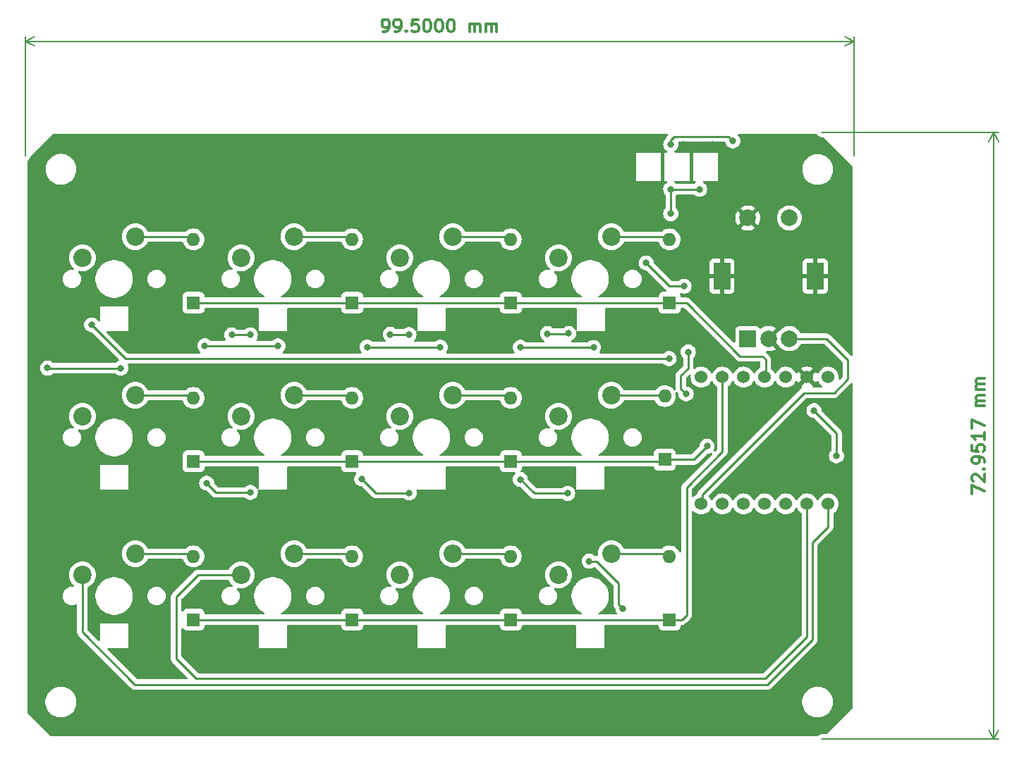
<source format=gbr>
%TF.GenerationSoftware,KiCad,Pcbnew,8.0.6*%
%TF.CreationDate,2025-07-03T10:23:51-04:00*%
%TF.ProjectId,tronzpad,74726f6e-7a70-4616-942e-6b696361645f,rev?*%
%TF.SameCoordinates,Original*%
%TF.FileFunction,Copper,L1,Top*%
%TF.FilePolarity,Positive*%
%FSLAX46Y46*%
G04 Gerber Fmt 4.6, Leading zero omitted, Abs format (unit mm)*
G04 Created by KiCad (PCBNEW 8.0.6) date 2025-07-03 10:23:51*
%MOMM*%
%LPD*%
G01*
G04 APERTURE LIST*
%ADD10C,0.300000*%
%TA.AperFunction,NonConductor*%
%ADD11C,0.300000*%
%TD*%
%TA.AperFunction,NonConductor*%
%ADD12C,0.200000*%
%TD*%
%TA.AperFunction,ComponentPad*%
%ADD13R,2.000000X2.000000*%
%TD*%
%TA.AperFunction,ComponentPad*%
%ADD14C,2.000000*%
%TD*%
%TA.AperFunction,ComponentPad*%
%ADD15R,2.000000X3.200000*%
%TD*%
%TA.AperFunction,ComponentPad*%
%ADD16C,2.200000*%
%TD*%
%TA.AperFunction,ComponentPad*%
%ADD17R,1.600000X1.600000*%
%TD*%
%TA.AperFunction,ComponentPad*%
%ADD18O,1.600000X1.600000*%
%TD*%
%TA.AperFunction,ComponentPad*%
%ADD19C,1.524000*%
%TD*%
%TA.AperFunction,ViaPad*%
%ADD20C,0.800000*%
%TD*%
%TA.AperFunction,Conductor*%
%ADD21C,0.250000*%
%TD*%
G04 APERTURE END LIST*
D10*
D11*
X142248258Y-52064095D02*
X142533972Y-52064095D01*
X142533972Y-52064095D02*
X142676829Y-51992667D01*
X142676829Y-51992667D02*
X142748258Y-51921238D01*
X142748258Y-51921238D02*
X142891115Y-51706952D01*
X142891115Y-51706952D02*
X142962544Y-51421238D01*
X142962544Y-51421238D02*
X142962544Y-50849809D01*
X142962544Y-50849809D02*
X142891115Y-50706952D01*
X142891115Y-50706952D02*
X142819687Y-50635524D01*
X142819687Y-50635524D02*
X142676829Y-50564095D01*
X142676829Y-50564095D02*
X142391115Y-50564095D01*
X142391115Y-50564095D02*
X142248258Y-50635524D01*
X142248258Y-50635524D02*
X142176829Y-50706952D01*
X142176829Y-50706952D02*
X142105401Y-50849809D01*
X142105401Y-50849809D02*
X142105401Y-51206952D01*
X142105401Y-51206952D02*
X142176829Y-51349809D01*
X142176829Y-51349809D02*
X142248258Y-51421238D01*
X142248258Y-51421238D02*
X142391115Y-51492667D01*
X142391115Y-51492667D02*
X142676829Y-51492667D01*
X142676829Y-51492667D02*
X142819687Y-51421238D01*
X142819687Y-51421238D02*
X142891115Y-51349809D01*
X142891115Y-51349809D02*
X142962544Y-51206952D01*
X143676829Y-52064095D02*
X143962543Y-52064095D01*
X143962543Y-52064095D02*
X144105400Y-51992667D01*
X144105400Y-51992667D02*
X144176829Y-51921238D01*
X144176829Y-51921238D02*
X144319686Y-51706952D01*
X144319686Y-51706952D02*
X144391115Y-51421238D01*
X144391115Y-51421238D02*
X144391115Y-50849809D01*
X144391115Y-50849809D02*
X144319686Y-50706952D01*
X144319686Y-50706952D02*
X144248258Y-50635524D01*
X144248258Y-50635524D02*
X144105400Y-50564095D01*
X144105400Y-50564095D02*
X143819686Y-50564095D01*
X143819686Y-50564095D02*
X143676829Y-50635524D01*
X143676829Y-50635524D02*
X143605400Y-50706952D01*
X143605400Y-50706952D02*
X143533972Y-50849809D01*
X143533972Y-50849809D02*
X143533972Y-51206952D01*
X143533972Y-51206952D02*
X143605400Y-51349809D01*
X143605400Y-51349809D02*
X143676829Y-51421238D01*
X143676829Y-51421238D02*
X143819686Y-51492667D01*
X143819686Y-51492667D02*
X144105400Y-51492667D01*
X144105400Y-51492667D02*
X144248258Y-51421238D01*
X144248258Y-51421238D02*
X144319686Y-51349809D01*
X144319686Y-51349809D02*
X144391115Y-51206952D01*
X145033971Y-51921238D02*
X145105400Y-51992667D01*
X145105400Y-51992667D02*
X145033971Y-52064095D01*
X145033971Y-52064095D02*
X144962543Y-51992667D01*
X144962543Y-51992667D02*
X145033971Y-51921238D01*
X145033971Y-51921238D02*
X145033971Y-52064095D01*
X146462543Y-50564095D02*
X145748257Y-50564095D01*
X145748257Y-50564095D02*
X145676829Y-51278381D01*
X145676829Y-51278381D02*
X145748257Y-51206952D01*
X145748257Y-51206952D02*
X145891115Y-51135524D01*
X145891115Y-51135524D02*
X146248257Y-51135524D01*
X146248257Y-51135524D02*
X146391115Y-51206952D01*
X146391115Y-51206952D02*
X146462543Y-51278381D01*
X146462543Y-51278381D02*
X146533972Y-51421238D01*
X146533972Y-51421238D02*
X146533972Y-51778381D01*
X146533972Y-51778381D02*
X146462543Y-51921238D01*
X146462543Y-51921238D02*
X146391115Y-51992667D01*
X146391115Y-51992667D02*
X146248257Y-52064095D01*
X146248257Y-52064095D02*
X145891115Y-52064095D01*
X145891115Y-52064095D02*
X145748257Y-51992667D01*
X145748257Y-51992667D02*
X145676829Y-51921238D01*
X147462543Y-50564095D02*
X147605400Y-50564095D01*
X147605400Y-50564095D02*
X147748257Y-50635524D01*
X147748257Y-50635524D02*
X147819686Y-50706952D01*
X147819686Y-50706952D02*
X147891114Y-50849809D01*
X147891114Y-50849809D02*
X147962543Y-51135524D01*
X147962543Y-51135524D02*
X147962543Y-51492667D01*
X147962543Y-51492667D02*
X147891114Y-51778381D01*
X147891114Y-51778381D02*
X147819686Y-51921238D01*
X147819686Y-51921238D02*
X147748257Y-51992667D01*
X147748257Y-51992667D02*
X147605400Y-52064095D01*
X147605400Y-52064095D02*
X147462543Y-52064095D01*
X147462543Y-52064095D02*
X147319686Y-51992667D01*
X147319686Y-51992667D02*
X147248257Y-51921238D01*
X147248257Y-51921238D02*
X147176828Y-51778381D01*
X147176828Y-51778381D02*
X147105400Y-51492667D01*
X147105400Y-51492667D02*
X147105400Y-51135524D01*
X147105400Y-51135524D02*
X147176828Y-50849809D01*
X147176828Y-50849809D02*
X147248257Y-50706952D01*
X147248257Y-50706952D02*
X147319686Y-50635524D01*
X147319686Y-50635524D02*
X147462543Y-50564095D01*
X148891114Y-50564095D02*
X149033971Y-50564095D01*
X149033971Y-50564095D02*
X149176828Y-50635524D01*
X149176828Y-50635524D02*
X149248257Y-50706952D01*
X149248257Y-50706952D02*
X149319685Y-50849809D01*
X149319685Y-50849809D02*
X149391114Y-51135524D01*
X149391114Y-51135524D02*
X149391114Y-51492667D01*
X149391114Y-51492667D02*
X149319685Y-51778381D01*
X149319685Y-51778381D02*
X149248257Y-51921238D01*
X149248257Y-51921238D02*
X149176828Y-51992667D01*
X149176828Y-51992667D02*
X149033971Y-52064095D01*
X149033971Y-52064095D02*
X148891114Y-52064095D01*
X148891114Y-52064095D02*
X148748257Y-51992667D01*
X148748257Y-51992667D02*
X148676828Y-51921238D01*
X148676828Y-51921238D02*
X148605399Y-51778381D01*
X148605399Y-51778381D02*
X148533971Y-51492667D01*
X148533971Y-51492667D02*
X148533971Y-51135524D01*
X148533971Y-51135524D02*
X148605399Y-50849809D01*
X148605399Y-50849809D02*
X148676828Y-50706952D01*
X148676828Y-50706952D02*
X148748257Y-50635524D01*
X148748257Y-50635524D02*
X148891114Y-50564095D01*
X150319685Y-50564095D02*
X150462542Y-50564095D01*
X150462542Y-50564095D02*
X150605399Y-50635524D01*
X150605399Y-50635524D02*
X150676828Y-50706952D01*
X150676828Y-50706952D02*
X150748256Y-50849809D01*
X150748256Y-50849809D02*
X150819685Y-51135524D01*
X150819685Y-51135524D02*
X150819685Y-51492667D01*
X150819685Y-51492667D02*
X150748256Y-51778381D01*
X150748256Y-51778381D02*
X150676828Y-51921238D01*
X150676828Y-51921238D02*
X150605399Y-51992667D01*
X150605399Y-51992667D02*
X150462542Y-52064095D01*
X150462542Y-52064095D02*
X150319685Y-52064095D01*
X150319685Y-52064095D02*
X150176828Y-51992667D01*
X150176828Y-51992667D02*
X150105399Y-51921238D01*
X150105399Y-51921238D02*
X150033970Y-51778381D01*
X150033970Y-51778381D02*
X149962542Y-51492667D01*
X149962542Y-51492667D02*
X149962542Y-51135524D01*
X149962542Y-51135524D02*
X150033970Y-50849809D01*
X150033970Y-50849809D02*
X150105399Y-50706952D01*
X150105399Y-50706952D02*
X150176828Y-50635524D01*
X150176828Y-50635524D02*
X150319685Y-50564095D01*
X152605398Y-52064095D02*
X152605398Y-51064095D01*
X152605398Y-51206952D02*
X152676827Y-51135524D01*
X152676827Y-51135524D02*
X152819684Y-51064095D01*
X152819684Y-51064095D02*
X153033970Y-51064095D01*
X153033970Y-51064095D02*
X153176827Y-51135524D01*
X153176827Y-51135524D02*
X153248256Y-51278381D01*
X153248256Y-51278381D02*
X153248256Y-52064095D01*
X153248256Y-51278381D02*
X153319684Y-51135524D01*
X153319684Y-51135524D02*
X153462541Y-51064095D01*
X153462541Y-51064095D02*
X153676827Y-51064095D01*
X153676827Y-51064095D02*
X153819684Y-51135524D01*
X153819684Y-51135524D02*
X153891113Y-51278381D01*
X153891113Y-51278381D02*
X153891113Y-52064095D01*
X154605398Y-52064095D02*
X154605398Y-51064095D01*
X154605398Y-51206952D02*
X154676827Y-51135524D01*
X154676827Y-51135524D02*
X154819684Y-51064095D01*
X154819684Y-51064095D02*
X155033970Y-51064095D01*
X155033970Y-51064095D02*
X155176827Y-51135524D01*
X155176827Y-51135524D02*
X155248256Y-51278381D01*
X155248256Y-51278381D02*
X155248256Y-52064095D01*
X155248256Y-51278381D02*
X155319684Y-51135524D01*
X155319684Y-51135524D02*
X155462541Y-51064095D01*
X155462541Y-51064095D02*
X155676827Y-51064095D01*
X155676827Y-51064095D02*
X155819684Y-51135524D01*
X155819684Y-51135524D02*
X155891113Y-51278381D01*
X155891113Y-51278381D02*
X155891113Y-52064095D01*
D12*
X99283971Y-66973267D02*
X99283971Y-52599347D01*
X198783971Y-66973267D02*
X198783971Y-52599347D01*
X99283971Y-53185767D02*
X198783971Y-53185767D01*
X99283971Y-53185767D02*
X198783971Y-53185767D01*
X99283971Y-53185767D02*
X100410475Y-52599346D01*
X99283971Y-53185767D02*
X100410475Y-53772188D01*
X198783971Y-53185767D02*
X197657467Y-53772188D01*
X198783971Y-53185767D02*
X197657467Y-52599346D01*
D10*
D11*
X212942299Y-107583582D02*
X212942299Y-106583582D01*
X212942299Y-106583582D02*
X214442299Y-107226439D01*
X213085156Y-106083582D02*
X213013728Y-106012154D01*
X213013728Y-106012154D02*
X212942299Y-105869297D01*
X212942299Y-105869297D02*
X212942299Y-105512154D01*
X212942299Y-105512154D02*
X213013728Y-105369297D01*
X213013728Y-105369297D02*
X213085156Y-105297868D01*
X213085156Y-105297868D02*
X213228013Y-105226439D01*
X213228013Y-105226439D02*
X213370871Y-105226439D01*
X213370871Y-105226439D02*
X213585156Y-105297868D01*
X213585156Y-105297868D02*
X214442299Y-106155011D01*
X214442299Y-106155011D02*
X214442299Y-105226439D01*
X214299442Y-104583583D02*
X214370871Y-104512154D01*
X214370871Y-104512154D02*
X214442299Y-104583583D01*
X214442299Y-104583583D02*
X214370871Y-104655011D01*
X214370871Y-104655011D02*
X214299442Y-104583583D01*
X214299442Y-104583583D02*
X214442299Y-104583583D01*
X214442299Y-103797868D02*
X214442299Y-103512154D01*
X214442299Y-103512154D02*
X214370871Y-103369297D01*
X214370871Y-103369297D02*
X214299442Y-103297868D01*
X214299442Y-103297868D02*
X214085156Y-103155011D01*
X214085156Y-103155011D02*
X213799442Y-103083582D01*
X213799442Y-103083582D02*
X213228013Y-103083582D01*
X213228013Y-103083582D02*
X213085156Y-103155011D01*
X213085156Y-103155011D02*
X213013728Y-103226440D01*
X213013728Y-103226440D02*
X212942299Y-103369297D01*
X212942299Y-103369297D02*
X212942299Y-103655011D01*
X212942299Y-103655011D02*
X213013728Y-103797868D01*
X213013728Y-103797868D02*
X213085156Y-103869297D01*
X213085156Y-103869297D02*
X213228013Y-103940725D01*
X213228013Y-103940725D02*
X213585156Y-103940725D01*
X213585156Y-103940725D02*
X213728013Y-103869297D01*
X213728013Y-103869297D02*
X213799442Y-103797868D01*
X213799442Y-103797868D02*
X213870871Y-103655011D01*
X213870871Y-103655011D02*
X213870871Y-103369297D01*
X213870871Y-103369297D02*
X213799442Y-103226440D01*
X213799442Y-103226440D02*
X213728013Y-103155011D01*
X213728013Y-103155011D02*
X213585156Y-103083582D01*
X212942299Y-101726440D02*
X212942299Y-102440726D01*
X212942299Y-102440726D02*
X213656585Y-102512154D01*
X213656585Y-102512154D02*
X213585156Y-102440726D01*
X213585156Y-102440726D02*
X213513728Y-102297869D01*
X213513728Y-102297869D02*
X213513728Y-101940726D01*
X213513728Y-101940726D02*
X213585156Y-101797869D01*
X213585156Y-101797869D02*
X213656585Y-101726440D01*
X213656585Y-101726440D02*
X213799442Y-101655011D01*
X213799442Y-101655011D02*
X214156585Y-101655011D01*
X214156585Y-101655011D02*
X214299442Y-101726440D01*
X214299442Y-101726440D02*
X214370871Y-101797869D01*
X214370871Y-101797869D02*
X214442299Y-101940726D01*
X214442299Y-101940726D02*
X214442299Y-102297869D01*
X214442299Y-102297869D02*
X214370871Y-102440726D01*
X214370871Y-102440726D02*
X214299442Y-102512154D01*
X214442299Y-100226440D02*
X214442299Y-101083583D01*
X214442299Y-100655012D02*
X212942299Y-100655012D01*
X212942299Y-100655012D02*
X213156585Y-100797869D01*
X213156585Y-100797869D02*
X213299442Y-100940726D01*
X213299442Y-100940726D02*
X213370871Y-101083583D01*
X212942299Y-99726441D02*
X212942299Y-98726441D01*
X212942299Y-98726441D02*
X214442299Y-99369298D01*
X214442299Y-97012156D02*
X213442299Y-97012156D01*
X213585156Y-97012156D02*
X213513728Y-96940727D01*
X213513728Y-96940727D02*
X213442299Y-96797870D01*
X213442299Y-96797870D02*
X213442299Y-96583584D01*
X213442299Y-96583584D02*
X213513728Y-96440727D01*
X213513728Y-96440727D02*
X213656585Y-96369299D01*
X213656585Y-96369299D02*
X214442299Y-96369299D01*
X213656585Y-96369299D02*
X213513728Y-96297870D01*
X213513728Y-96297870D02*
X213442299Y-96155013D01*
X213442299Y-96155013D02*
X213442299Y-95940727D01*
X213442299Y-95940727D02*
X213513728Y-95797870D01*
X213513728Y-95797870D02*
X213656585Y-95726441D01*
X213656585Y-95726441D02*
X214442299Y-95726441D01*
X214442299Y-95012156D02*
X213442299Y-95012156D01*
X213585156Y-95012156D02*
X213513728Y-94940727D01*
X213513728Y-94940727D02*
X213442299Y-94797870D01*
X213442299Y-94797870D02*
X213442299Y-94583584D01*
X213442299Y-94583584D02*
X213513728Y-94440727D01*
X213513728Y-94440727D02*
X213656585Y-94369299D01*
X213656585Y-94369299D02*
X214442299Y-94369299D01*
X213656585Y-94369299D02*
X213513728Y-94297870D01*
X213513728Y-94297870D02*
X213442299Y-94155013D01*
X213442299Y-94155013D02*
X213442299Y-93940727D01*
X213442299Y-93940727D02*
X213513728Y-93797870D01*
X213513728Y-93797870D02*
X213656585Y-93726441D01*
X213656585Y-93726441D02*
X214442299Y-93726441D01*
D12*
X194919831Y-64107731D02*
X216150391Y-64107731D01*
X194919831Y-137059437D02*
X216150391Y-137059437D01*
X215563971Y-64107731D02*
X215563971Y-137059437D01*
X215563971Y-64107731D02*
X215563971Y-137059437D01*
X215563971Y-64107731D02*
X216150392Y-65234235D01*
X215563971Y-64107731D02*
X214977550Y-65234235D01*
X215563971Y-137059437D02*
X214977550Y-135932933D01*
X215563971Y-137059437D02*
X216150392Y-135932933D01*
D13*
%TO.P,SW1,A,A*%
%TO.N,ROTARY 2*%
X186027571Y-88923267D03*
D14*
%TO.P,SW1,B,B*%
%TO.N,ROTARY 3*%
X191027571Y-88923267D03*
%TO.P,SW1,C,C*%
%TO.N,GND*%
X188527571Y-88923267D03*
D15*
%TO.P,SW1,MP,MP*%
X182927571Y-81423267D03*
X194127571Y-81423267D03*
D14*
%TO.P,SW1,S1,S1*%
%TO.N,ROTARY 1*%
X191027571Y-74423267D03*
%TO.P,SW1,S2,S2*%
%TO.N,GND*%
X186027571Y-74423267D03*
%TD*%
D16*
%TO.P,S12,1,1*%
%TO.N,Net-(D12-A)*%
X169648971Y-114780767D03*
%TO.P,S12,2,2*%
%TO.N,COLUMN 4*%
X163298971Y-117320767D03*
%TD*%
%TO.P,S11,1,1*%
%TO.N,Net-(D11-A)*%
X150598971Y-114780767D03*
%TO.P,S11,2,2*%
%TO.N,COLUMN 3*%
X144248971Y-117320767D03*
%TD*%
%TO.P,S10,1,1*%
%TO.N,Net-(D10-A)*%
X131548971Y-114780767D03*
%TO.P,S10,2,2*%
%TO.N,COLUMN 2*%
X125198971Y-117320767D03*
%TD*%
%TO.P,S9,1,1*%
%TO.N,Net-(D9-A)*%
X112498971Y-114780767D03*
%TO.P,S9,2,2*%
%TO.N,COLUMN 1*%
X106148971Y-117320767D03*
%TD*%
%TO.P,S8,1,1*%
%TO.N,Net-(D8-A)*%
X169648971Y-95730767D03*
%TO.P,S8,2,2*%
%TO.N,COLUMN 4*%
X163298971Y-98270767D03*
%TD*%
%TO.P,S7,1,1*%
%TO.N,Net-(D7-A)*%
X150598971Y-95730767D03*
%TO.P,S7,2,2*%
%TO.N,COLUMN 3*%
X144248971Y-98270767D03*
%TD*%
%TO.P,S6,2,2*%
%TO.N,COLUMN 2*%
X125198971Y-98270767D03*
%TO.P,S6,1,1*%
%TO.N,Net-(D6-A)*%
X131548971Y-95730767D03*
%TD*%
%TO.P,S5,1,1*%
%TO.N,Net-(D5-A)*%
X112498971Y-95730767D03*
%TO.P,S5,2,2*%
%TO.N,COLUMN 1*%
X106148971Y-98270767D03*
%TD*%
%TO.P,S1,1,1*%
%TO.N,Net-(D1-A)*%
X112498971Y-76680767D03*
%TO.P,S1,2,2*%
%TO.N,COLUMN 1*%
X106148971Y-79220767D03*
%TD*%
%TO.P,S3,1,1*%
%TO.N,Net-(D3-A)*%
X150598971Y-76680767D03*
%TO.P,S3,2,2*%
%TO.N,COLUMN 3*%
X144248971Y-79220767D03*
%TD*%
%TO.P,S2,1,1*%
%TO.N,Net-(D2-A)*%
X131548971Y-76680767D03*
%TO.P,S2,2,2*%
%TO.N,COLUMN 2*%
X125198971Y-79220767D03*
%TD*%
%TO.P,S4,1,1*%
%TO.N,Net-(D4-A)*%
X169648971Y-76680767D03*
%TO.P,S4,2,2*%
%TO.N,COLUMN 4*%
X163298971Y-79220767D03*
%TD*%
D17*
%TO.P,D11,1,K*%
%TO.N,ROW 3*%
X157581571Y-122715267D03*
D18*
%TO.P,D11,2,A*%
%TO.N,Net-(D11-A)*%
X157581571Y-115095267D03*
%TD*%
D17*
%TO.P,D1,1,K*%
%TO.N,ROW 1*%
X119482371Y-84616067D03*
D18*
%TO.P,D1,2,A*%
%TO.N,Net-(D1-A)*%
X119482371Y-76996067D03*
%TD*%
D17*
%TO.P,D7,1,K*%
%TO.N,ROW 2*%
X157583971Y-103668267D03*
D18*
%TO.P,D7,2,A*%
%TO.N,Net-(D7-A)*%
X157583971Y-96048267D03*
%TD*%
D19*
%TO.P,U1,1,GPIO26/ADC0/A0*%
%TO.N,COLUMN 1*%
X195685471Y-108793267D03*
%TO.P,U1,2,GPIO27/ADC1/A1*%
%TO.N,COLUMN 2*%
X193145471Y-108793267D03*
%TO.P,U1,3,GPIO28/ADC2/A2*%
%TO.N,COLUMN 3*%
X190605471Y-108793267D03*
%TO.P,U1,4,GPIO29/ADC3/A3*%
%TO.N,COLUMN 4*%
X188065471Y-108793267D03*
%TO.P,U1,5,GPIO6/SDA*%
%TO.N,ROTARY 1*%
X185525471Y-108793267D03*
%TO.P,U1,6,GPIO7/SCL*%
%TO.N,ROTARY 2*%
X182985471Y-108793267D03*
%TO.P,U1,7,GPIO0/TX*%
%TO.N,ROTARY 3*%
X180445471Y-108793267D03*
%TO.P,U1,8,GPIO1/RX*%
%TO.N,RGB_LED*%
X180445471Y-93553267D03*
%TO.P,U1,9,GPIO2/SCK*%
%TO.N,ROW 3*%
X182985471Y-93553267D03*
%TO.P,U1,10,GPIO4/MISO*%
%TO.N,ROW 2*%
X185525471Y-93553267D03*
%TO.P,U1,11,GPIO3/MOSI*%
%TO.N,ROW 1*%
X188065471Y-93553267D03*
%TO.P,U1,12,3V3*%
%TO.N,3.3V*%
X190605471Y-93553267D03*
%TO.P,U1,13,GND*%
%TO.N,GND*%
X193145471Y-93553267D03*
%TO.P,U1,14,VBUS*%
%TO.N,VBUS*%
X195685471Y-93553267D03*
%TD*%
D17*
%TO.P,D2,1,K*%
%TO.N,ROW 1*%
X138531971Y-84616067D03*
D18*
%TO.P,D2,2,A*%
%TO.N,Net-(D2-A)*%
X138531971Y-76996067D03*
%TD*%
D17*
%TO.P,D3,1,K*%
%TO.N,ROW 1*%
X157581571Y-84616067D03*
D18*
%TO.P,D3,2,A*%
%TO.N,Net-(D3-A)*%
X157581571Y-76996067D03*
%TD*%
D17*
%TO.P,D10,1,K*%
%TO.N,ROW 3*%
X138531971Y-122715267D03*
D18*
%TO.P,D10,2,A*%
%TO.N,Net-(D10-A)*%
X138531971Y-115095267D03*
%TD*%
D17*
%TO.P,D5,1,K*%
%TO.N,ROW 2*%
X119483971Y-103668267D03*
D18*
%TO.P,D5,2,A*%
%TO.N,Net-(D5-A)*%
X119483971Y-96048267D03*
%TD*%
D17*
%TO.P,D9,1,K*%
%TO.N,ROW 3*%
X119482371Y-122715267D03*
D18*
%TO.P,D9,2,A*%
%TO.N,Net-(D9-A)*%
X119482371Y-115095267D03*
%TD*%
D17*
%TO.P,D6,1,K*%
%TO.N,ROW 2*%
X138533971Y-103668267D03*
D18*
%TO.P,D6,2,A*%
%TO.N,Net-(D6-A)*%
X138533971Y-96048267D03*
%TD*%
D17*
%TO.P,D4,1,K*%
%TO.N,ROW 1*%
X176633971Y-84618267D03*
D18*
%TO.P,D4,2,A*%
%TO.N,Net-(D4-A)*%
X176633971Y-76998267D03*
%TD*%
D17*
%TO.P,D12,1,K*%
%TO.N,ROW 3*%
X176633971Y-122715267D03*
D18*
%TO.P,D12,2,A*%
%TO.N,Net-(D12-A)*%
X176633971Y-115095267D03*
%TD*%
D17*
%TO.P,D8,1,K*%
%TO.N,ROW 2*%
X176073971Y-103453267D03*
D18*
%TO.P,D8,2,A*%
%TO.N,Net-(D8-A)*%
X176073971Y-95833267D03*
%TD*%
D20*
%TO.N,VBUS*%
X176783971Y-70973267D03*
X149123971Y-89953267D03*
X158733971Y-89973267D03*
X120848971Y-89783267D03*
X110743971Y-92473267D03*
X180233971Y-70973267D03*
X176783971Y-73923267D03*
X140343971Y-89943267D03*
X196683971Y-103023267D03*
X101963971Y-92463267D03*
X129628971Y-89793267D03*
X167513971Y-89983267D03*
X193983971Y-97573267D03*
%TO.N,RGB_LED*%
X107257571Y-87270867D03*
X176583971Y-91323267D03*
%TO.N,GND*%
X112657571Y-106320467D03*
X167106371Y-134144867D03*
X164518971Y-85770867D03*
X131707171Y-106320467D03*
X164723771Y-123870067D03*
X107257571Y-85770867D03*
X148056771Y-134144867D03*
X163537096Y-127004517D03*
X150756771Y-106320467D03*
X107257571Y-123870067D03*
X169804971Y-106320467D03*
X145356771Y-123870067D03*
X145356771Y-85770867D03*
X178283971Y-65573267D03*
X129007171Y-134144867D03*
X174833971Y-65573267D03*
X181733971Y-65573267D03*
X126307171Y-123870067D03*
X124246471Y-127004517D03*
X143296471Y-127004517D03*
X126307171Y-85770867D03*
%TO.N,Net-(D13-DOUT)*%
X145356771Y-88436067D03*
X143103971Y-88403267D03*
%TO.N,Net-(D14-DOUT)*%
X164518971Y-88313267D03*
X161988971Y-88323267D03*
%TO.N,Net-(D16-DOUT)*%
X145373971Y-107463267D03*
X139683971Y-105783267D03*
%TO.N,ROW 2*%
X181153971Y-101863267D03*
%TO.N,Net-(D16-DIN)*%
X164408971Y-107523267D03*
X158718971Y-105843267D03*
%TO.N,Net-(D17-DOUT)*%
X126307171Y-107406467D03*
X121073971Y-106293267D03*
%TO.N,Net-(D13-DIN)*%
X124073971Y-88483267D03*
X126307171Y-88480067D03*
%TO.N,Net-(D23-DOUT)*%
X178633971Y-95573267D03*
X166983971Y-115673267D03*
X178883971Y-90523267D03*
X178383971Y-82623267D03*
X171033971Y-121373267D03*
X173833971Y-79823267D03*
%TO.N,Net-(D24-DOUT)*%
X184233971Y-65173267D03*
X176783971Y-65573267D03*
%TD*%
D21*
%TO.N,COLUMN 2*%
X193145471Y-124774167D02*
X193145471Y-108793267D01*
X117400000Y-127400000D02*
X119800000Y-129800000D01*
X119800000Y-129800000D02*
X188119638Y-129800000D01*
X188119638Y-129800000D02*
X193145471Y-124774167D01*
X117400000Y-119967238D02*
X117400000Y-127400000D01*
X120046471Y-117320767D02*
X117400000Y-119967238D01*
X125198971Y-117320767D02*
X120046471Y-117320767D01*
%TO.N,VBUS*%
X158733971Y-89973267D02*
X158703971Y-89973267D01*
X140343971Y-89943267D02*
X140313971Y-89943267D01*
X101973971Y-92473267D02*
X110743971Y-92473267D01*
X140353971Y-89953267D02*
X149123971Y-89953267D01*
X101963971Y-92463267D02*
X101933971Y-92463267D01*
X196683971Y-100273267D02*
X196683971Y-103023267D01*
X193983971Y-97573267D02*
X196683971Y-100273267D01*
X120848971Y-89783267D02*
X120818971Y-89783267D01*
X120858971Y-89793267D02*
X129628971Y-89793267D01*
X101963971Y-92463267D02*
X101973971Y-92473267D01*
X176783971Y-70973267D02*
X176783971Y-73923267D01*
X180233971Y-70973267D02*
X176783971Y-70973267D01*
X120848971Y-89783267D02*
X120858971Y-89793267D01*
X158733971Y-89973267D02*
X158743971Y-89983267D01*
X158743971Y-89983267D02*
X167513971Y-89983267D01*
X140343971Y-89943267D02*
X140353971Y-89953267D01*
%TO.N,RGB_LED*%
X107257571Y-87270867D02*
X111309971Y-91323267D01*
X111309971Y-91323267D02*
X176583971Y-91323267D01*
%TO.N,GND*%
X126307171Y-123870067D02*
X124999671Y-123870067D01*
X145356771Y-123870067D02*
X144049671Y-123870067D01*
X124999671Y-123870067D02*
X124246471Y-124623267D01*
X164723771Y-123870067D02*
X164179933Y-123870067D01*
X143296471Y-124623267D02*
X143296471Y-127004517D01*
X144049671Y-123870067D02*
X143296471Y-124623267D01*
X163537096Y-124512904D02*
X163537096Y-127004517D01*
X164179933Y-123870067D02*
X163537096Y-124512904D01*
X124246471Y-124623267D02*
X124246471Y-127004517D01*
%TO.N,Net-(D13-DOUT)*%
X145323971Y-88403267D02*
X145356771Y-88436067D01*
X143103971Y-88403267D02*
X145323971Y-88403267D01*
%TO.N,Net-(D14-DOUT)*%
X161988971Y-88323267D02*
X164508971Y-88323267D01*
X164508971Y-88323267D02*
X164518971Y-88313267D01*
%TO.N,Net-(D16-DOUT)*%
X139683971Y-105783267D02*
X141363971Y-107463267D01*
X141363971Y-107463267D02*
X145373971Y-107463267D01*
%TO.N,ROW 2*%
X179563971Y-103453267D02*
X181153971Y-101863267D01*
X157583971Y-103668267D02*
X138533971Y-103668267D01*
X138533971Y-103668267D02*
X119483971Y-103668267D01*
X157583971Y-103668267D02*
X176633971Y-103668267D01*
X176073971Y-103453267D02*
X179563971Y-103453267D01*
%TO.N,ROW 3*%
X178686471Y-106800767D02*
X182985471Y-102501767D01*
X119482371Y-122715267D02*
X138531971Y-122715267D01*
X157581571Y-122715267D02*
X176633971Y-122715267D01*
X138531971Y-122715267D02*
X157581571Y-122715267D01*
X176948571Y-122715267D02*
X178106971Y-122715267D01*
X178686471Y-122135767D02*
X178686471Y-106800767D01*
X182985471Y-102501767D02*
X182985471Y-93553267D01*
X178106971Y-122715267D02*
X178686471Y-122135767D01*
%TO.N,COLUMN 1*%
X193783971Y-113423267D02*
X195685471Y-111521767D01*
X112450727Y-130490000D02*
X188360000Y-130490000D01*
X106148971Y-124188244D02*
X112450727Y-130490000D01*
X195685471Y-111521767D02*
X195685471Y-108793267D01*
X188360000Y-130490000D02*
X193783971Y-125066029D01*
X106148971Y-117320767D02*
X106148971Y-124188244D01*
X193783971Y-125066029D02*
X193783971Y-113423267D01*
%TO.N,ROW 1*%
X138531971Y-84616067D02*
X157581571Y-84616067D01*
X176631771Y-84616067D02*
X176633971Y-84618267D01*
X176949271Y-84616067D02*
X176951471Y-84618267D01*
X157581571Y-84616067D02*
X176631771Y-84616067D01*
X188175471Y-91439167D02*
X188175471Y-93593267D01*
X119482371Y-84616067D02*
X138531971Y-84616067D01*
X185113971Y-91048267D02*
X187784571Y-91048267D01*
X176633971Y-84618267D02*
X178683971Y-84618267D01*
X178683971Y-84618267D02*
X185113971Y-91048267D01*
X187784571Y-91048267D02*
X188175471Y-91439167D01*
%TO.N,Net-(D1-A)*%
X119321271Y-76680767D02*
X119482371Y-76519667D01*
X112498971Y-76680767D02*
X119321271Y-76680767D01*
%TO.N,Net-(D2-A)*%
X131548971Y-76680767D02*
X138216671Y-76680767D01*
X138216671Y-76680767D02*
X138531971Y-76996067D01*
%TO.N,Net-(D3-A)*%
X157266271Y-76680767D02*
X157581571Y-76996067D01*
X150598971Y-76680767D02*
X157266271Y-76680767D01*
%TO.N,Net-(D4-A)*%
X176633971Y-76680767D02*
X176951471Y-76998267D01*
X169648971Y-76680767D02*
X176633971Y-76680767D01*
%TO.N,Net-(D5-A)*%
X119166471Y-95730767D02*
X119483971Y-96048267D01*
X112498971Y-95730767D02*
X119166471Y-95730767D01*
%TO.N,Net-(D6-A)*%
X131548971Y-95730767D02*
X138216471Y-95730767D01*
X138216471Y-95730767D02*
X138533971Y-96048267D01*
%TO.N,Net-(D7-A)*%
X150598971Y-95730767D02*
X157266471Y-95730767D01*
X157266471Y-95730767D02*
X157583971Y-96048267D01*
%TO.N,Net-(D8-A)*%
X169648971Y-95730767D02*
X176633971Y-95730767D01*
%TO.N,Net-(D9-A)*%
X112498971Y-114780767D02*
X119167871Y-114780767D01*
X119167871Y-114780767D02*
X119482371Y-115095267D01*
%TO.N,Net-(D10-A)*%
X138217471Y-114780767D02*
X138531971Y-115095267D01*
X131548971Y-114780767D02*
X138217471Y-114780767D01*
%TO.N,Net-(D11-A)*%
X157267071Y-114780767D02*
X157581571Y-115095267D01*
X150598971Y-114780767D02*
X157267071Y-114780767D01*
%TO.N,Net-(D12-A)*%
X169648971Y-114780767D02*
X176634071Y-114780767D01*
X176634071Y-114780767D02*
X176948571Y-115095267D01*
%TO.N,Net-(D16-DIN)*%
X158718971Y-105843267D02*
X160398971Y-107523267D01*
X160398971Y-107523267D02*
X164408971Y-107523267D01*
%TO.N,Net-(D17-DOUT)*%
X121073971Y-106293267D02*
X122187171Y-107406467D01*
X122187171Y-107406467D02*
X126307171Y-107406467D01*
%TO.N,ROTARY 3*%
X196383971Y-95443267D02*
X198023971Y-93803267D01*
X180555471Y-107658167D02*
X192770371Y-95443267D01*
X192770371Y-95443267D02*
X196383971Y-95443267D01*
X198023971Y-93803267D02*
X198023971Y-91473267D01*
X195473971Y-88923267D02*
X191027571Y-88923267D01*
X180555471Y-108833267D02*
X180555471Y-107658167D01*
X198023971Y-91473267D02*
X195473971Y-88923267D01*
%TO.N,Net-(D13-DIN)*%
X124073971Y-88483267D02*
X126303971Y-88483267D01*
X126303971Y-88483267D02*
X126307171Y-88480067D01*
%TO.N,Net-(D23-DOUT)*%
X173833971Y-79823267D02*
X176633971Y-82623267D01*
X170533971Y-120873267D02*
X170533971Y-118323267D01*
X176633971Y-82623267D02*
X178383971Y-82623267D01*
X178633971Y-95573267D02*
X178683971Y-95573267D01*
X177983971Y-94923267D02*
X178633971Y-95573267D01*
X177983971Y-93369018D02*
X177983971Y-94923267D01*
X171033971Y-121373267D02*
X170533971Y-120873267D01*
X170533971Y-118323267D02*
X167883971Y-115673267D01*
X178883971Y-90523267D02*
X178883971Y-92469018D01*
X178883971Y-92469018D02*
X177983971Y-93369018D01*
X167883971Y-115673267D02*
X166983971Y-115673267D01*
%TO.N,Net-(D24-DOUT)*%
X183683971Y-64623267D02*
X177233971Y-64623267D01*
X176783971Y-65573267D02*
X176783971Y-65073267D01*
X176783971Y-65073267D02*
X177233971Y-64623267D01*
X184233971Y-65173267D02*
X183683971Y-64623267D01*
%TD*%
%TA.AperFunction,Conductor*%
%TO.N,GND*%
G36*
X176427057Y-64332952D02*
G01*
X176472812Y-64385756D01*
X176482756Y-64454914D01*
X176453731Y-64518470D01*
X176447699Y-64524948D01*
X176385241Y-64587406D01*
X176385238Y-64587409D01*
X176341674Y-64630972D01*
X176298111Y-64674535D01*
X176272999Y-64712120D01*
X176272997Y-64712123D01*
X176229660Y-64776978D01*
X176229655Y-64776988D01*
X176217757Y-64805716D01*
X176217756Y-64805720D01*
X176187080Y-64879776D01*
X176164669Y-64915294D01*
X176051437Y-65041051D01*
X175956792Y-65204982D01*
X175956789Y-65204989D01*
X175898298Y-65385007D01*
X175898297Y-65385011D01*
X175878511Y-65573267D01*
X175898297Y-65761523D01*
X175898298Y-65761526D01*
X175956789Y-65941544D01*
X175956792Y-65941551D01*
X176051438Y-66105483D01*
X176178100Y-66246155D01*
X176319584Y-66348949D01*
X176362250Y-66404279D01*
X176368229Y-66473892D01*
X176335623Y-66535687D01*
X176274785Y-66570044D01*
X176246699Y-66573267D01*
X176033971Y-66573267D01*
X176033971Y-69973267D01*
X176246699Y-69973267D01*
X176313738Y-69992952D01*
X176359493Y-70045756D01*
X176369437Y-70114914D01*
X176340412Y-70178470D01*
X176319584Y-70197585D01*
X176178100Y-70300378D01*
X176051437Y-70441052D01*
X175956792Y-70604982D01*
X175956789Y-70604989D01*
X175898298Y-70785007D01*
X175898297Y-70785011D01*
X175878511Y-70973267D01*
X175898297Y-71161523D01*
X175898298Y-71161526D01*
X175956789Y-71341544D01*
X175956792Y-71341551D01*
X176051438Y-71505483D01*
X176094743Y-71553577D01*
X176126621Y-71588982D01*
X176156851Y-71651973D01*
X176158471Y-71671954D01*
X176158471Y-73224579D01*
X176138786Y-73291618D01*
X176126621Y-73307551D01*
X176051437Y-73391051D01*
X175956792Y-73554982D01*
X175956789Y-73554989D01*
X175907431Y-73706899D01*
X175898297Y-73735011D01*
X175878511Y-73923267D01*
X175898297Y-74111523D01*
X175898298Y-74111526D01*
X175956789Y-74291544D01*
X175956792Y-74291551D01*
X176051438Y-74455483D01*
X176081701Y-74489093D01*
X176178100Y-74596155D01*
X176331236Y-74707415D01*
X176331241Y-74707418D01*
X176504163Y-74784409D01*
X176504168Y-74784411D01*
X176689325Y-74823767D01*
X176689326Y-74823767D01*
X176878615Y-74823767D01*
X176878617Y-74823767D01*
X177063774Y-74784411D01*
X177236701Y-74707418D01*
X177389842Y-74596155D01*
X177516504Y-74455483D01*
X177535107Y-74423261D01*
X184522430Y-74423261D01*
X184522430Y-74423272D01*
X184542956Y-74670996D01*
X184542958Y-74671005D01*
X184603983Y-74911984D01*
X184703837Y-75139631D01*
X184804135Y-75293149D01*
X185544608Y-74552676D01*
X185561646Y-74616260D01*
X185627472Y-74730274D01*
X185720564Y-74823366D01*
X185834578Y-74889192D01*
X185898161Y-74906229D01*
X185157513Y-75646876D01*
X185204339Y-75683322D01*
X185204341Y-75683323D01*
X185422956Y-75801631D01*
X185422967Y-75801636D01*
X185658077Y-75882350D01*
X185903278Y-75923267D01*
X186151864Y-75923267D01*
X186397064Y-75882350D01*
X186632174Y-75801636D01*
X186632185Y-75801631D01*
X186850799Y-75683324D01*
X186850802Y-75683322D01*
X186897627Y-75646876D01*
X186156980Y-74906229D01*
X186220564Y-74889192D01*
X186334578Y-74823366D01*
X186427670Y-74730274D01*
X186493496Y-74616260D01*
X186510533Y-74552677D01*
X187251005Y-75293149D01*
X187351302Y-75139636D01*
X187451158Y-74911984D01*
X187512183Y-74671005D01*
X187512185Y-74670996D01*
X187532712Y-74423272D01*
X187532712Y-74423261D01*
X189521928Y-74423261D01*
X189521928Y-74423272D01*
X189542461Y-74671079D01*
X189542463Y-74671091D01*
X189603507Y-74912148D01*
X189703397Y-75139873D01*
X189839404Y-75348049D01*
X189839407Y-75348052D01*
X190007827Y-75531005D01*
X190204062Y-75683741D01*
X190257446Y-75712631D01*
X190421903Y-75801631D01*
X190422761Y-75802095D01*
X190607450Y-75865499D01*
X190656535Y-75882350D01*
X190657957Y-75882838D01*
X190903236Y-75923767D01*
X191151906Y-75923767D01*
X191397185Y-75882838D01*
X191632381Y-75802095D01*
X191851080Y-75683741D01*
X192047315Y-75531005D01*
X192215735Y-75348052D01*
X192351744Y-75139874D01*
X192451634Y-74912148D01*
X192512679Y-74671088D01*
X192533214Y-74423267D01*
X192522299Y-74291544D01*
X192512680Y-74175454D01*
X192512678Y-74175442D01*
X192451634Y-73934385D01*
X192351744Y-73706660D01*
X192215737Y-73498484D01*
X192194128Y-73475011D01*
X192047315Y-73315529D01*
X191851080Y-73162793D01*
X191851078Y-73162792D01*
X191851077Y-73162791D01*
X191632382Y-73044439D01*
X191632373Y-73044436D01*
X191397187Y-72963696D01*
X191151906Y-72922767D01*
X190903236Y-72922767D01*
X190657954Y-72963696D01*
X190422768Y-73044436D01*
X190422759Y-73044439D01*
X190204064Y-73162791D01*
X190007828Y-73315528D01*
X189839404Y-73498484D01*
X189703397Y-73706660D01*
X189603507Y-73934385D01*
X189542463Y-74175442D01*
X189542461Y-74175454D01*
X189521928Y-74423261D01*
X187532712Y-74423261D01*
X187512185Y-74175537D01*
X187512183Y-74175528D01*
X187451158Y-73934549D01*
X187351302Y-73706897D01*
X187251005Y-73553383D01*
X186510533Y-74293856D01*
X186493496Y-74230274D01*
X186427670Y-74116260D01*
X186334578Y-74023168D01*
X186220564Y-73957342D01*
X186156981Y-73940304D01*
X186897628Y-73199657D01*
X186897627Y-73199656D01*
X186850800Y-73163210D01*
X186632185Y-73044902D01*
X186632174Y-73044897D01*
X186397064Y-72964183D01*
X186151864Y-72923267D01*
X185903278Y-72923267D01*
X185658077Y-72964183D01*
X185422967Y-73044897D01*
X185422961Y-73044899D01*
X185204332Y-73163216D01*
X185157513Y-73199655D01*
X185157513Y-73199657D01*
X185898161Y-73940304D01*
X185834578Y-73957342D01*
X185720564Y-74023168D01*
X185627472Y-74116260D01*
X185561646Y-74230274D01*
X185544608Y-74293856D01*
X184804135Y-73553383D01*
X184703838Y-73706899D01*
X184603983Y-73934549D01*
X184542958Y-74175528D01*
X184542956Y-74175537D01*
X184522430Y-74423261D01*
X177535107Y-74423261D01*
X177611150Y-74291551D01*
X177669645Y-74111523D01*
X177689431Y-73923267D01*
X177669645Y-73735011D01*
X177611150Y-73554983D01*
X177516504Y-73391051D01*
X177448503Y-73315528D01*
X177441321Y-73307551D01*
X177411091Y-73244559D01*
X177409471Y-73224579D01*
X177409471Y-71722767D01*
X177429156Y-71655728D01*
X177481960Y-71609973D01*
X177533471Y-71598767D01*
X179530223Y-71598767D01*
X179597262Y-71618452D01*
X179622371Y-71639793D01*
X179628097Y-71646152D01*
X179628101Y-71646156D01*
X179781236Y-71757415D01*
X179781241Y-71757418D01*
X179954163Y-71834409D01*
X179954168Y-71834411D01*
X180139325Y-71873767D01*
X180139326Y-71873767D01*
X180328615Y-71873767D01*
X180328617Y-71873767D01*
X180513774Y-71834411D01*
X180686701Y-71757418D01*
X180839842Y-71646155D01*
X180966504Y-71505483D01*
X181061150Y-71341551D01*
X181119645Y-71161523D01*
X181139431Y-70973267D01*
X181119645Y-70785011D01*
X181061150Y-70604983D01*
X180966504Y-70441051D01*
X180839842Y-70300379D01*
X180761214Y-70243253D01*
X180698358Y-70197585D01*
X180655692Y-70142255D01*
X180649713Y-70072642D01*
X180682319Y-70010847D01*
X180743157Y-69976490D01*
X180771243Y-69973267D01*
X182483971Y-69973267D01*
X182483971Y-68458738D01*
X192569331Y-68458738D01*
X192569331Y-68701315D01*
X192600992Y-68941812D01*
X192663778Y-69176131D01*
X192750341Y-69385112D01*
X192756607Y-69400239D01*
X192877895Y-69610316D01*
X192877897Y-69610319D01*
X192877898Y-69610320D01*
X193025564Y-69802763D01*
X193025570Y-69802770D01*
X193197087Y-69974287D01*
X193197094Y-69974293D01*
X193290227Y-70045756D01*
X193389542Y-70121963D01*
X193599619Y-70243251D01*
X193823731Y-70336081D01*
X194058042Y-70398865D01*
X194238417Y-70422611D01*
X194298542Y-70430527D01*
X194298543Y-70430527D01*
X194541120Y-70430527D01*
X194589219Y-70424194D01*
X194781620Y-70398865D01*
X195015931Y-70336081D01*
X195240043Y-70243251D01*
X195450120Y-70121963D01*
X195642569Y-69974292D01*
X195814096Y-69802765D01*
X195961767Y-69610316D01*
X196083055Y-69400239D01*
X196175885Y-69176127D01*
X196238669Y-68941816D01*
X196270331Y-68701315D01*
X196270331Y-68458739D01*
X196268340Y-68443619D01*
X196238669Y-68218241D01*
X196238669Y-68218238D01*
X196175885Y-67983927D01*
X196083055Y-67759815D01*
X195961767Y-67549738D01*
X195814096Y-67357289D01*
X195814091Y-67357283D01*
X195642574Y-67185766D01*
X195642567Y-67185760D01*
X195450124Y-67038094D01*
X195450123Y-67038093D01*
X195450120Y-67038091D01*
X195240043Y-66916803D01*
X195240036Y-66916800D01*
X195015935Y-66823974D01*
X194781616Y-66761188D01*
X194541120Y-66729527D01*
X194541119Y-66729527D01*
X194298543Y-66729527D01*
X194298542Y-66729527D01*
X194058045Y-66761188D01*
X193823726Y-66823974D01*
X193599625Y-66916800D01*
X193599616Y-66916804D01*
X193389537Y-67038094D01*
X193197094Y-67185760D01*
X193197087Y-67185766D01*
X193025570Y-67357283D01*
X193025564Y-67357290D01*
X192877898Y-67549733D01*
X192756608Y-67759812D01*
X192756604Y-67759821D01*
X192663778Y-67983922D01*
X192600992Y-68218241D01*
X192569331Y-68458738D01*
X182483971Y-68458738D01*
X182483971Y-66573267D01*
X179483971Y-66573267D01*
X179483971Y-69973267D01*
X179696699Y-69973267D01*
X179763738Y-69992952D01*
X179809493Y-70045756D01*
X179819437Y-70114914D01*
X179790412Y-70178470D01*
X179769584Y-70197585D01*
X179628101Y-70300378D01*
X179628097Y-70300381D01*
X179622371Y-70306741D01*
X179562884Y-70343388D01*
X179530223Y-70347767D01*
X177487719Y-70347767D01*
X177420680Y-70328082D01*
X177395571Y-70306741D01*
X177389844Y-70300381D01*
X177389843Y-70300380D01*
X177389842Y-70300379D01*
X177248358Y-70197585D01*
X177205692Y-70142255D01*
X177199713Y-70072642D01*
X177232319Y-70010847D01*
X177293157Y-69976490D01*
X177321243Y-69973267D01*
X179033971Y-69973267D01*
X179033971Y-66573267D01*
X177321243Y-66573267D01*
X177254204Y-66553582D01*
X177208449Y-66500778D01*
X177198505Y-66431620D01*
X177227530Y-66368064D01*
X177248358Y-66348949D01*
X177286902Y-66320944D01*
X177389842Y-66246155D01*
X177516504Y-66105483D01*
X177611150Y-65941551D01*
X177669645Y-65761523D01*
X177689431Y-65573267D01*
X177669720Y-65385726D01*
X177682290Y-65316998D01*
X177730022Y-65265975D01*
X177793041Y-65248767D01*
X183224796Y-65248767D01*
X183291835Y-65268452D01*
X183337590Y-65321256D01*
X183346856Y-65355189D01*
X183346947Y-65355170D01*
X183347283Y-65356753D01*
X183348116Y-65359802D01*
X183348296Y-65361521D01*
X183348297Y-65361524D01*
X183406789Y-65541544D01*
X183406792Y-65541551D01*
X183501438Y-65705483D01*
X183589593Y-65803389D01*
X183628100Y-65846155D01*
X183781236Y-65957415D01*
X183781241Y-65957418D01*
X183954163Y-66034409D01*
X183954168Y-66034411D01*
X184139325Y-66073767D01*
X184139326Y-66073767D01*
X184328615Y-66073767D01*
X184328617Y-66073767D01*
X184513774Y-66034411D01*
X184686701Y-65957418D01*
X184839842Y-65846155D01*
X184966504Y-65705483D01*
X185061150Y-65541551D01*
X185119645Y-65361523D01*
X185139431Y-65173267D01*
X185119645Y-64985011D01*
X185065083Y-64817090D01*
X185061152Y-64804989D01*
X185061151Y-64804988D01*
X185061150Y-64804983D01*
X184966504Y-64641051D01*
X184857723Y-64520238D01*
X184827494Y-64457248D01*
X184836119Y-64387913D01*
X184880860Y-64334247D01*
X184947513Y-64313289D01*
X184949874Y-64313267D01*
X194273508Y-64313267D01*
X194340547Y-64332952D01*
X194380895Y-64375268D01*
X194439306Y-64476440D01*
X194439310Y-64476445D01*
X194439311Y-64476447D01*
X194551115Y-64588251D01*
X194551117Y-64588252D01*
X194551121Y-64588255D01*
X194688040Y-64667304D01*
X194688047Y-64667308D01*
X194840774Y-64708231D01*
X195067573Y-64708231D01*
X195134612Y-64727916D01*
X195155254Y-64744550D01*
X198587652Y-68176948D01*
X198621137Y-68238271D01*
X198623971Y-68264629D01*
X198623971Y-90889313D01*
X198604286Y-90956352D01*
X198551482Y-91002107D01*
X198482324Y-91012051D01*
X198418768Y-90983026D01*
X198412290Y-90976994D01*
X195966899Y-88531605D01*
X195966896Y-88531601D01*
X195966896Y-88531602D01*
X195959829Y-88524535D01*
X195959829Y-88524534D01*
X195872704Y-88437409D01*
X195872703Y-88437408D01*
X195872702Y-88437407D01*
X195821480Y-88403182D01*
X195770258Y-88368956D01*
X195770257Y-88368955D01*
X195770254Y-88368953D01*
X195770251Y-88368952D01*
X195689763Y-88335614D01*
X195656424Y-88321804D01*
X195646398Y-88319810D01*
X195596000Y-88309785D01*
X195535581Y-88297767D01*
X195535578Y-88297767D01*
X195535577Y-88297767D01*
X192472721Y-88297767D01*
X192405682Y-88278082D01*
X192359927Y-88225278D01*
X192359166Y-88223578D01*
X192351746Y-88206663D01*
X192215737Y-87998484D01*
X192175690Y-87954982D01*
X192047315Y-87815529D01*
X191851080Y-87662793D01*
X191851078Y-87662792D01*
X191851077Y-87662791D01*
X191632382Y-87544439D01*
X191632373Y-87544436D01*
X191397187Y-87463696D01*
X191151906Y-87422767D01*
X190903236Y-87422767D01*
X190657954Y-87463696D01*
X190422768Y-87544436D01*
X190422759Y-87544439D01*
X190204064Y-87662791D01*
X190007828Y-87815528D01*
X189839408Y-87998480D01*
X189836261Y-88002525D01*
X189834544Y-88001189D01*
X189788342Y-88040561D01*
X189759167Y-88045221D01*
X189010533Y-88793856D01*
X188993496Y-88730274D01*
X188927670Y-88616260D01*
X188834578Y-88523168D01*
X188720564Y-88457342D01*
X188656980Y-88440304D01*
X189397628Y-87699656D01*
X189350800Y-87663210D01*
X189132185Y-87544902D01*
X189132174Y-87544897D01*
X188897064Y-87464183D01*
X188651864Y-87423267D01*
X188403278Y-87423267D01*
X188158077Y-87464183D01*
X187922967Y-87544897D01*
X187922956Y-87544902D01*
X187704339Y-87663211D01*
X187704328Y-87663218D01*
X187648461Y-87706702D01*
X187583467Y-87732345D01*
X187514927Y-87718779D01*
X187473033Y-87683160D01*
X187385118Y-87565722D01*
X187385115Y-87565719D01*
X187269906Y-87479473D01*
X187269899Y-87479469D01*
X187135053Y-87429175D01*
X187135054Y-87429175D01*
X187075454Y-87422768D01*
X187075452Y-87422767D01*
X187075444Y-87422767D01*
X187075435Y-87422767D01*
X184979700Y-87422767D01*
X184979694Y-87422768D01*
X184920087Y-87429175D01*
X184785242Y-87479469D01*
X184785235Y-87479473D01*
X184670026Y-87565719D01*
X184670023Y-87565722D01*
X184583777Y-87680931D01*
X184583773Y-87680938D01*
X184533479Y-87815784D01*
X184527072Y-87875383D01*
X184527071Y-87875402D01*
X184527071Y-89277415D01*
X184507386Y-89344454D01*
X184454582Y-89390209D01*
X184385424Y-89400153D01*
X184321868Y-89371128D01*
X184315390Y-89365096D01*
X179174169Y-84223875D01*
X179174149Y-84223853D01*
X179082704Y-84132408D01*
X179031480Y-84098182D01*
X178980258Y-84063956D01*
X178980257Y-84063955D01*
X178980254Y-84063953D01*
X178980251Y-84063952D01*
X178899763Y-84030614D01*
X178866424Y-84016804D01*
X178856398Y-84014810D01*
X178806000Y-84004785D01*
X178745581Y-83992767D01*
X178745578Y-83992767D01*
X178745577Y-83992767D01*
X178058470Y-83992767D01*
X177991431Y-83973082D01*
X177945676Y-83920278D01*
X177934470Y-83868767D01*
X177934470Y-83770396D01*
X177934469Y-83770390D01*
X177934468Y-83770383D01*
X177928062Y-83710784D01*
X177894971Y-83622064D01*
X177889988Y-83552375D01*
X177923473Y-83491052D01*
X177984796Y-83457567D01*
X178054487Y-83462551D01*
X178061583Y-83465451D01*
X178104168Y-83484411D01*
X178289325Y-83523767D01*
X178289326Y-83523767D01*
X178478615Y-83523767D01*
X178478617Y-83523767D01*
X178663774Y-83484411D01*
X178836701Y-83407418D01*
X178989842Y-83296155D01*
X179116504Y-83155483D01*
X179211150Y-82991551D01*
X179269645Y-82811523D01*
X179289431Y-82623267D01*
X179269645Y-82435011D01*
X179211150Y-82254983D01*
X179116504Y-82091051D01*
X178989842Y-81950379D01*
X178989841Y-81950378D01*
X178836705Y-81839118D01*
X178836700Y-81839115D01*
X178663778Y-81762124D01*
X178663773Y-81762122D01*
X178517972Y-81731132D01*
X178478617Y-81722767D01*
X178289325Y-81722767D01*
X178256868Y-81729665D01*
X178104168Y-81762122D01*
X178104163Y-81762124D01*
X177931241Y-81839115D01*
X177931236Y-81839118D01*
X177778101Y-81950377D01*
X177778097Y-81950381D01*
X177772371Y-81956741D01*
X177712884Y-81993388D01*
X177680223Y-81997767D01*
X176944423Y-81997767D01*
X176877384Y-81978082D01*
X176856742Y-81961448D01*
X174772931Y-79877637D01*
X174739446Y-79816314D01*
X174737294Y-79802938D01*
X174734402Y-79775422D01*
X181427571Y-79775422D01*
X181427571Y-81173267D01*
X182177571Y-81173267D01*
X182177571Y-81673267D01*
X181427571Y-81673267D01*
X181427571Y-83071111D01*
X181433972Y-83130639D01*
X181433974Y-83130646D01*
X181484216Y-83265353D01*
X181484220Y-83265360D01*
X181570380Y-83380454D01*
X181570383Y-83380457D01*
X181685477Y-83466617D01*
X181685484Y-83466621D01*
X181820191Y-83516863D01*
X181820198Y-83516865D01*
X181879726Y-83523266D01*
X181879743Y-83523267D01*
X182677571Y-83523267D01*
X182677571Y-82781507D01*
X182708804Y-82794445D01*
X182853702Y-82823267D01*
X183001440Y-82823267D01*
X183146338Y-82794445D01*
X183177571Y-82781507D01*
X183177571Y-83523267D01*
X183975399Y-83523267D01*
X183975415Y-83523266D01*
X184034943Y-83516865D01*
X184034950Y-83516863D01*
X184169657Y-83466621D01*
X184169664Y-83466617D01*
X184284758Y-83380457D01*
X184284761Y-83380454D01*
X184370921Y-83265360D01*
X184370925Y-83265353D01*
X184421167Y-83130646D01*
X184421169Y-83130639D01*
X184427570Y-83071111D01*
X184427571Y-83071094D01*
X184427571Y-81673267D01*
X183677571Y-81673267D01*
X183677571Y-81173267D01*
X184427571Y-81173267D01*
X184427571Y-79775439D01*
X184427570Y-79775422D01*
X192627571Y-79775422D01*
X192627571Y-81173267D01*
X193377571Y-81173267D01*
X193377571Y-81673267D01*
X192627571Y-81673267D01*
X192627571Y-83071111D01*
X192633972Y-83130639D01*
X192633974Y-83130646D01*
X192684216Y-83265353D01*
X192684220Y-83265360D01*
X192770380Y-83380454D01*
X192770383Y-83380457D01*
X192885477Y-83466617D01*
X192885484Y-83466621D01*
X193020191Y-83516863D01*
X193020198Y-83516865D01*
X193079726Y-83523266D01*
X193079743Y-83523267D01*
X193877571Y-83523267D01*
X193877571Y-82781507D01*
X193908804Y-82794445D01*
X194053702Y-82823267D01*
X194201440Y-82823267D01*
X194346338Y-82794445D01*
X194377571Y-82781507D01*
X194377571Y-83523267D01*
X195175399Y-83523267D01*
X195175415Y-83523266D01*
X195234943Y-83516865D01*
X195234950Y-83516863D01*
X195369657Y-83466621D01*
X195369664Y-83466617D01*
X195484758Y-83380457D01*
X195484761Y-83380454D01*
X195570921Y-83265360D01*
X195570925Y-83265353D01*
X195621167Y-83130646D01*
X195621169Y-83130639D01*
X195627570Y-83071111D01*
X195627571Y-83071094D01*
X195627571Y-81673267D01*
X194877571Y-81673267D01*
X194877571Y-81173267D01*
X195627571Y-81173267D01*
X195627571Y-79775439D01*
X195627570Y-79775422D01*
X195621169Y-79715894D01*
X195621167Y-79715887D01*
X195570925Y-79581180D01*
X195570921Y-79581173D01*
X195484761Y-79466079D01*
X195484758Y-79466076D01*
X195369664Y-79379916D01*
X195369657Y-79379912D01*
X195234950Y-79329670D01*
X195234943Y-79329668D01*
X195175415Y-79323267D01*
X194377571Y-79323267D01*
X194377571Y-80065026D01*
X194346338Y-80052089D01*
X194201440Y-80023267D01*
X194053702Y-80023267D01*
X193908804Y-80052089D01*
X193877571Y-80065026D01*
X193877571Y-79323267D01*
X193079726Y-79323267D01*
X193020198Y-79329668D01*
X193020191Y-79329670D01*
X192885484Y-79379912D01*
X192885477Y-79379916D01*
X192770383Y-79466076D01*
X192770380Y-79466079D01*
X192684220Y-79581173D01*
X192684216Y-79581180D01*
X192633974Y-79715887D01*
X192633972Y-79715894D01*
X192627571Y-79775422D01*
X184427570Y-79775422D01*
X184421169Y-79715894D01*
X184421167Y-79715887D01*
X184370925Y-79581180D01*
X184370921Y-79581173D01*
X184284761Y-79466079D01*
X184284758Y-79466076D01*
X184169664Y-79379916D01*
X184169657Y-79379912D01*
X184034950Y-79329670D01*
X184034943Y-79329668D01*
X183975415Y-79323267D01*
X183177571Y-79323267D01*
X183177571Y-80065026D01*
X183146338Y-80052089D01*
X183001440Y-80023267D01*
X182853702Y-80023267D01*
X182708804Y-80052089D01*
X182677571Y-80065026D01*
X182677571Y-79323267D01*
X181879726Y-79323267D01*
X181820198Y-79329668D01*
X181820191Y-79329670D01*
X181685484Y-79379912D01*
X181685477Y-79379916D01*
X181570383Y-79466076D01*
X181570380Y-79466079D01*
X181484220Y-79581173D01*
X181484216Y-79581180D01*
X181433974Y-79715887D01*
X181433972Y-79715894D01*
X181427571Y-79775422D01*
X174734402Y-79775422D01*
X174719645Y-79635011D01*
X174661150Y-79454983D01*
X174566504Y-79291051D01*
X174439842Y-79150379D01*
X174439841Y-79150378D01*
X174286705Y-79039118D01*
X174286700Y-79039115D01*
X174113778Y-78962124D01*
X174113773Y-78962122D01*
X173967972Y-78931132D01*
X173928617Y-78922767D01*
X173739325Y-78922767D01*
X173706868Y-78929665D01*
X173554168Y-78962122D01*
X173554163Y-78962124D01*
X173381241Y-79039115D01*
X173381236Y-79039118D01*
X173228100Y-79150378D01*
X173101437Y-79291052D01*
X173006792Y-79454982D01*
X173006789Y-79454989D01*
X172951508Y-79625128D01*
X172948297Y-79635011D01*
X172928511Y-79823267D01*
X172948297Y-80011523D01*
X172948298Y-80011526D01*
X173006789Y-80191544D01*
X173006792Y-80191551D01*
X173101438Y-80355483D01*
X173157737Y-80418009D01*
X173228100Y-80496155D01*
X173381236Y-80607415D01*
X173381241Y-80607418D01*
X173554163Y-80684409D01*
X173554168Y-80684411D01*
X173739325Y-80723767D01*
X173798519Y-80723767D01*
X173865558Y-80743452D01*
X173886200Y-80760086D01*
X176144987Y-83018873D01*
X176145016Y-83018904D01*
X176232198Y-83106086D01*
X176265683Y-83167409D01*
X176260699Y-83237101D01*
X176218827Y-83293034D01*
X176153363Y-83317451D01*
X176144517Y-83317767D01*
X175786101Y-83317767D01*
X175786094Y-83317768D01*
X175726487Y-83324175D01*
X175591642Y-83374469D01*
X175591635Y-83374473D01*
X175476426Y-83460719D01*
X175476423Y-83460722D01*
X175390177Y-83575931D01*
X175390173Y-83575938D01*
X175339879Y-83710784D01*
X175333472Y-83770383D01*
X175333472Y-83770390D01*
X175333471Y-83770402D01*
X175333471Y-83866567D01*
X175313786Y-83933606D01*
X175260982Y-83979361D01*
X175209471Y-83990567D01*
X168210619Y-83990567D01*
X168143580Y-83970882D01*
X168097825Y-83918078D01*
X168087881Y-83848920D01*
X168116906Y-83785364D01*
X168148619Y-83759180D01*
X168161521Y-83751730D01*
X168361965Y-83636005D01*
X168596013Y-83456413D01*
X168804617Y-83247809D01*
X168984209Y-83013761D01*
X169131714Y-82758274D01*
X169244610Y-82485719D01*
X169320964Y-82200760D01*
X169359471Y-81908273D01*
X169359471Y-81674156D01*
X171088471Y-81674156D01*
X171088471Y-81847377D01*
X171111596Y-81993388D01*
X171115569Y-82018468D01*
X171169098Y-82183212D01*
X171247739Y-82337555D01*
X171349557Y-82477695D01*
X171472043Y-82600181D01*
X171612183Y-82701999D01*
X171766526Y-82780640D01*
X171931270Y-82834169D01*
X172102360Y-82861267D01*
X172102361Y-82861267D01*
X172275581Y-82861267D01*
X172275582Y-82861267D01*
X172446672Y-82834169D01*
X172611416Y-82780640D01*
X172765759Y-82701999D01*
X172905899Y-82600181D01*
X173028385Y-82477695D01*
X173130203Y-82337555D01*
X173208844Y-82183212D01*
X173262373Y-82018468D01*
X173289471Y-81847378D01*
X173289471Y-81674156D01*
X173262373Y-81503066D01*
X173208844Y-81338322D01*
X173130203Y-81183979D01*
X173028385Y-81043839D01*
X172905899Y-80921353D01*
X172765759Y-80819535D01*
X172611416Y-80740894D01*
X172446672Y-80687365D01*
X172446670Y-80687364D01*
X172446669Y-80687364D01*
X172315242Y-80666548D01*
X172275582Y-80660267D01*
X172102360Y-80660267D01*
X172062699Y-80666548D01*
X171931273Y-80687364D01*
X171766523Y-80740895D01*
X171612182Y-80819535D01*
X171532227Y-80877626D01*
X171472043Y-80921353D01*
X171472041Y-80921355D01*
X171472040Y-80921355D01*
X171349559Y-81043836D01*
X171349559Y-81043837D01*
X171349557Y-81043839D01*
X171305830Y-81104023D01*
X171247739Y-81183978D01*
X171169099Y-81338319D01*
X171115568Y-81503069D01*
X171088471Y-81674156D01*
X169359471Y-81674156D01*
X169359471Y-81613261D01*
X169320964Y-81320774D01*
X169244610Y-81035815D01*
X169131714Y-80763260D01*
X169129881Y-80760086D01*
X168984209Y-80507773D01*
X168804618Y-80273726D01*
X168804612Y-80273719D01*
X168596018Y-80065125D01*
X168596011Y-80065119D01*
X168361964Y-79885528D01*
X168106481Y-79738025D01*
X168106471Y-79738021D01*
X167833932Y-79625131D01*
X167833925Y-79625129D01*
X167833923Y-79625128D01*
X167548964Y-79548774D01*
X167500084Y-79542338D01*
X167256484Y-79510267D01*
X167256477Y-79510267D01*
X166961465Y-79510267D01*
X166961457Y-79510267D01*
X166683056Y-79546920D01*
X166668978Y-79548774D01*
X166384019Y-79625128D01*
X166384009Y-79625131D01*
X166111470Y-79738021D01*
X166111460Y-79738025D01*
X165855977Y-79885528D01*
X165621930Y-80065119D01*
X165621923Y-80065125D01*
X165413329Y-80273719D01*
X165413323Y-80273726D01*
X165233732Y-80507773D01*
X165086229Y-80763256D01*
X165086225Y-80763266D01*
X164973335Y-81035805D01*
X164973332Y-81035815D01*
X164896979Y-81320771D01*
X164896977Y-81320782D01*
X164858471Y-81613253D01*
X164858471Y-81908280D01*
X164889918Y-82147136D01*
X164896978Y-82200760D01*
X164971183Y-82477697D01*
X164973332Y-82485718D01*
X164973335Y-82485728D01*
X165086225Y-82758267D01*
X165086229Y-82758277D01*
X165233732Y-83013760D01*
X165413323Y-83247807D01*
X165413329Y-83247814D01*
X165621923Y-83456408D01*
X165621930Y-83456414D01*
X165855977Y-83636005D01*
X166069323Y-83759180D01*
X166117538Y-83809747D01*
X166130762Y-83878354D01*
X166104794Y-83943218D01*
X166047880Y-83983747D01*
X166007323Y-83990567D01*
X159006070Y-83990567D01*
X158939031Y-83970882D01*
X158893276Y-83918078D01*
X158882070Y-83866567D01*
X158882070Y-83768196D01*
X158882069Y-83768190D01*
X158882068Y-83768183D01*
X158875899Y-83710785D01*
X158875662Y-83708583D01*
X158825368Y-83573738D01*
X158825364Y-83573731D01*
X158739118Y-83458522D01*
X158739115Y-83458519D01*
X158623906Y-83372273D01*
X158623899Y-83372269D01*
X158489053Y-83321975D01*
X158489054Y-83321975D01*
X158429454Y-83315568D01*
X158429452Y-83315567D01*
X158429444Y-83315567D01*
X158429435Y-83315567D01*
X156733700Y-83315567D01*
X156733694Y-83315568D01*
X156674087Y-83321975D01*
X156539242Y-83372269D01*
X156539235Y-83372273D01*
X156424026Y-83458519D01*
X156424023Y-83458522D01*
X156337777Y-83573731D01*
X156337773Y-83573738D01*
X156287479Y-83708584D01*
X156282040Y-83759180D01*
X156281072Y-83768190D01*
X156281071Y-83768202D01*
X156281071Y-83866567D01*
X156261386Y-83933606D01*
X156208582Y-83979361D01*
X156157071Y-83990567D01*
X149160619Y-83990567D01*
X149093580Y-83970882D01*
X149047825Y-83918078D01*
X149037881Y-83848920D01*
X149066906Y-83785364D01*
X149098619Y-83759180D01*
X149111521Y-83751730D01*
X149311965Y-83636005D01*
X149546013Y-83456413D01*
X149754617Y-83247809D01*
X149934209Y-83013761D01*
X150081714Y-82758274D01*
X150194610Y-82485719D01*
X150270964Y-82200760D01*
X150309471Y-81908273D01*
X150309471Y-81674156D01*
X152038471Y-81674156D01*
X152038471Y-81847377D01*
X152061596Y-81993388D01*
X152065569Y-82018468D01*
X152119098Y-82183212D01*
X152197739Y-82337555D01*
X152299557Y-82477695D01*
X152422043Y-82600181D01*
X152562183Y-82701999D01*
X152716526Y-82780640D01*
X152881270Y-82834169D01*
X153052360Y-82861267D01*
X153052361Y-82861267D01*
X153225581Y-82861267D01*
X153225582Y-82861267D01*
X153396672Y-82834169D01*
X153561416Y-82780640D01*
X153715759Y-82701999D01*
X153855899Y-82600181D01*
X153978385Y-82477695D01*
X154080203Y-82337555D01*
X154158844Y-82183212D01*
X154212373Y-82018468D01*
X154239471Y-81847378D01*
X154239471Y-81674156D01*
X160928471Y-81674156D01*
X160928471Y-81847377D01*
X160951596Y-81993388D01*
X160955569Y-82018468D01*
X161009098Y-82183212D01*
X161087739Y-82337555D01*
X161189557Y-82477695D01*
X161312043Y-82600181D01*
X161452183Y-82701999D01*
X161606526Y-82780640D01*
X161771270Y-82834169D01*
X161942360Y-82861267D01*
X161942361Y-82861267D01*
X162115581Y-82861267D01*
X162115582Y-82861267D01*
X162286672Y-82834169D01*
X162451416Y-82780640D01*
X162605759Y-82701999D01*
X162745899Y-82600181D01*
X162868385Y-82477695D01*
X162970203Y-82337555D01*
X163048844Y-82183212D01*
X163102373Y-82018468D01*
X163129471Y-81847378D01*
X163129471Y-81674156D01*
X163102373Y-81503066D01*
X163048844Y-81338322D01*
X162970203Y-81183979D01*
X162868385Y-81043839D01*
X162810203Y-80985657D01*
X162776718Y-80924334D01*
X162781702Y-80854642D01*
X162823574Y-80798709D01*
X162889038Y-80774292D01*
X162926827Y-80777401D01*
X163047823Y-80806450D01*
X163298971Y-80826216D01*
X163550119Y-80806450D01*
X163795082Y-80747640D01*
X164027830Y-80651233D01*
X164242630Y-80519603D01*
X164434195Y-80355991D01*
X164597807Y-80164426D01*
X164729437Y-79949626D01*
X164825844Y-79716878D01*
X164884654Y-79471915D01*
X164904420Y-79220767D01*
X164884654Y-78969619D01*
X164825844Y-78724656D01*
X164729437Y-78491908D01*
X164729437Y-78491907D01*
X164597810Y-78277113D01*
X164597809Y-78277110D01*
X164538476Y-78207640D01*
X164434195Y-78085543D01*
X164307542Y-77977371D01*
X164242627Y-77921928D01*
X164242624Y-77921927D01*
X164027830Y-77790300D01*
X163795081Y-77693893D01*
X163550122Y-77635084D01*
X163298971Y-77615318D01*
X163047819Y-77635084D01*
X162802860Y-77693893D01*
X162570111Y-77790300D01*
X162355317Y-77921927D01*
X162355314Y-77921928D01*
X162163747Y-78085543D01*
X162000132Y-78277110D01*
X162000131Y-78277113D01*
X161868504Y-78491907D01*
X161772097Y-78724656D01*
X161713288Y-78969615D01*
X161693522Y-79220767D01*
X161713288Y-79471918D01*
X161772097Y-79716877D01*
X161868504Y-79949626D01*
X162000131Y-80164420D01*
X162000132Y-80164423D01*
X162023296Y-80191544D01*
X162163747Y-80355991D01*
X162236361Y-80418009D01*
X162277754Y-80453362D01*
X162315947Y-80511869D01*
X162316445Y-80581737D01*
X162279092Y-80640783D01*
X162215745Y-80670261D01*
X162177825Y-80670125D01*
X162115582Y-80660267D01*
X161942360Y-80660267D01*
X161902699Y-80666548D01*
X161771273Y-80687364D01*
X161606523Y-80740895D01*
X161452182Y-80819535D01*
X161372227Y-80877626D01*
X161312043Y-80921353D01*
X161312041Y-80921355D01*
X161312040Y-80921355D01*
X161189559Y-81043836D01*
X161189559Y-81043837D01*
X161189557Y-81043839D01*
X161145830Y-81104023D01*
X161087739Y-81183978D01*
X161009099Y-81338319D01*
X160955568Y-81503069D01*
X160928471Y-81674156D01*
X154239471Y-81674156D01*
X154212373Y-81503066D01*
X154158844Y-81338322D01*
X154080203Y-81183979D01*
X153978385Y-81043839D01*
X153855899Y-80921353D01*
X153715759Y-80819535D01*
X153561416Y-80740894D01*
X153396672Y-80687365D01*
X153396670Y-80687364D01*
X153396669Y-80687364D01*
X153265242Y-80666548D01*
X153225582Y-80660267D01*
X153052360Y-80660267D01*
X153012699Y-80666548D01*
X152881273Y-80687364D01*
X152716523Y-80740895D01*
X152562182Y-80819535D01*
X152482227Y-80877626D01*
X152422043Y-80921353D01*
X152422041Y-80921355D01*
X152422040Y-80921355D01*
X152299559Y-81043836D01*
X152299559Y-81043837D01*
X152299557Y-81043839D01*
X152255830Y-81104023D01*
X152197739Y-81183978D01*
X152119099Y-81338319D01*
X152065568Y-81503069D01*
X152038471Y-81674156D01*
X150309471Y-81674156D01*
X150309471Y-81613261D01*
X150270964Y-81320774D01*
X150194610Y-81035815D01*
X150081714Y-80763260D01*
X150079881Y-80760086D01*
X149934209Y-80507773D01*
X149754618Y-80273726D01*
X149754612Y-80273719D01*
X149546018Y-80065125D01*
X149546011Y-80065119D01*
X149311964Y-79885528D01*
X149056481Y-79738025D01*
X149056471Y-79738021D01*
X148783932Y-79625131D01*
X148783925Y-79625129D01*
X148783923Y-79625128D01*
X148498964Y-79548774D01*
X148450084Y-79542338D01*
X148206484Y-79510267D01*
X148206477Y-79510267D01*
X147911465Y-79510267D01*
X147911457Y-79510267D01*
X147633056Y-79546920D01*
X147618978Y-79548774D01*
X147334019Y-79625128D01*
X147334009Y-79625131D01*
X147061470Y-79738021D01*
X147061460Y-79738025D01*
X146805977Y-79885528D01*
X146571930Y-80065119D01*
X146571923Y-80065125D01*
X146363329Y-80273719D01*
X146363323Y-80273726D01*
X146183732Y-80507773D01*
X146036229Y-80763256D01*
X146036225Y-80763266D01*
X145923335Y-81035805D01*
X145923332Y-81035815D01*
X145846979Y-81320771D01*
X145846977Y-81320782D01*
X145808471Y-81613253D01*
X145808471Y-81908280D01*
X145839918Y-82147136D01*
X145846978Y-82200760D01*
X145921183Y-82477697D01*
X145923332Y-82485718D01*
X145923335Y-82485728D01*
X146036225Y-82758267D01*
X146036229Y-82758277D01*
X146183732Y-83013760D01*
X146363323Y-83247807D01*
X146363329Y-83247814D01*
X146571923Y-83456408D01*
X146571930Y-83456414D01*
X146805977Y-83636005D01*
X147019323Y-83759180D01*
X147067538Y-83809747D01*
X147080762Y-83878354D01*
X147054794Y-83943218D01*
X146997880Y-83983747D01*
X146957323Y-83990567D01*
X139956470Y-83990567D01*
X139889431Y-83970882D01*
X139843676Y-83918078D01*
X139832470Y-83866567D01*
X139832470Y-83768196D01*
X139832469Y-83768190D01*
X139832468Y-83768183D01*
X139826299Y-83710785D01*
X139826062Y-83708583D01*
X139775768Y-83573738D01*
X139775764Y-83573731D01*
X139689518Y-83458522D01*
X139689515Y-83458519D01*
X139574306Y-83372273D01*
X139574299Y-83372269D01*
X139439453Y-83321975D01*
X139439454Y-83321975D01*
X139379854Y-83315568D01*
X139379852Y-83315567D01*
X139379844Y-83315567D01*
X139379835Y-83315567D01*
X137684100Y-83315567D01*
X137684094Y-83315568D01*
X137624487Y-83321975D01*
X137489642Y-83372269D01*
X137489635Y-83372273D01*
X137374426Y-83458519D01*
X137374423Y-83458522D01*
X137288177Y-83573731D01*
X137288173Y-83573738D01*
X137237879Y-83708584D01*
X137232440Y-83759180D01*
X137231472Y-83768190D01*
X137231471Y-83768202D01*
X137231471Y-83866567D01*
X137211786Y-83933606D01*
X137158982Y-83979361D01*
X137107471Y-83990567D01*
X130110619Y-83990567D01*
X130043580Y-83970882D01*
X129997825Y-83918078D01*
X129987881Y-83848920D01*
X130016906Y-83785364D01*
X130048619Y-83759180D01*
X130061521Y-83751730D01*
X130261965Y-83636005D01*
X130496013Y-83456413D01*
X130704617Y-83247809D01*
X130884209Y-83013761D01*
X131031714Y-82758274D01*
X131144610Y-82485719D01*
X131220964Y-82200760D01*
X131259471Y-81908273D01*
X131259471Y-81674156D01*
X132988471Y-81674156D01*
X132988471Y-81847377D01*
X133011596Y-81993388D01*
X133015569Y-82018468D01*
X133069098Y-82183212D01*
X133147739Y-82337555D01*
X133249557Y-82477695D01*
X133372043Y-82600181D01*
X133512183Y-82701999D01*
X133666526Y-82780640D01*
X133831270Y-82834169D01*
X134002360Y-82861267D01*
X134002361Y-82861267D01*
X134175581Y-82861267D01*
X134175582Y-82861267D01*
X134346672Y-82834169D01*
X134511416Y-82780640D01*
X134665759Y-82701999D01*
X134805899Y-82600181D01*
X134928385Y-82477695D01*
X135030203Y-82337555D01*
X135108844Y-82183212D01*
X135162373Y-82018468D01*
X135189471Y-81847378D01*
X135189471Y-81674156D01*
X141878471Y-81674156D01*
X141878471Y-81847377D01*
X141901596Y-81993388D01*
X141905569Y-82018468D01*
X141959098Y-82183212D01*
X142037739Y-82337555D01*
X142139557Y-82477695D01*
X142262043Y-82600181D01*
X142402183Y-82701999D01*
X142556526Y-82780640D01*
X142721270Y-82834169D01*
X142892360Y-82861267D01*
X142892361Y-82861267D01*
X143065581Y-82861267D01*
X143065582Y-82861267D01*
X143236672Y-82834169D01*
X143401416Y-82780640D01*
X143555759Y-82701999D01*
X143695899Y-82600181D01*
X143818385Y-82477695D01*
X143920203Y-82337555D01*
X143998844Y-82183212D01*
X144052373Y-82018468D01*
X144079471Y-81847378D01*
X144079471Y-81674156D01*
X144052373Y-81503066D01*
X143998844Y-81338322D01*
X143920203Y-81183979D01*
X143818385Y-81043839D01*
X143760203Y-80985657D01*
X143726718Y-80924334D01*
X143731702Y-80854642D01*
X143773574Y-80798709D01*
X143839038Y-80774292D01*
X143876827Y-80777401D01*
X143997823Y-80806450D01*
X144248971Y-80826216D01*
X144500119Y-80806450D01*
X144745082Y-80747640D01*
X144977830Y-80651233D01*
X145192630Y-80519603D01*
X145384195Y-80355991D01*
X145547807Y-80164426D01*
X145679437Y-79949626D01*
X145775844Y-79716878D01*
X145834654Y-79471915D01*
X145854420Y-79220767D01*
X145834654Y-78969619D01*
X145775844Y-78724656D01*
X145679437Y-78491908D01*
X145679437Y-78491907D01*
X145547810Y-78277113D01*
X145547809Y-78277110D01*
X145488476Y-78207640D01*
X145384195Y-78085543D01*
X145257542Y-77977371D01*
X145192627Y-77921928D01*
X145192624Y-77921927D01*
X144977830Y-77790300D01*
X144745081Y-77693893D01*
X144500122Y-77635084D01*
X144248971Y-77615318D01*
X143997819Y-77635084D01*
X143752860Y-77693893D01*
X143520111Y-77790300D01*
X143305317Y-77921927D01*
X143305314Y-77921928D01*
X143113747Y-78085543D01*
X142950132Y-78277110D01*
X142950131Y-78277113D01*
X142818504Y-78491907D01*
X142722097Y-78724656D01*
X142663288Y-78969615D01*
X142643522Y-79220767D01*
X142663288Y-79471918D01*
X142722097Y-79716877D01*
X142818504Y-79949626D01*
X142950131Y-80164420D01*
X142950132Y-80164423D01*
X142973296Y-80191544D01*
X143113747Y-80355991D01*
X143186361Y-80418009D01*
X143227754Y-80453362D01*
X143265947Y-80511869D01*
X143266445Y-80581737D01*
X143229092Y-80640783D01*
X143165745Y-80670261D01*
X143127825Y-80670125D01*
X143065582Y-80660267D01*
X142892360Y-80660267D01*
X142852699Y-80666548D01*
X142721273Y-80687364D01*
X142556523Y-80740895D01*
X142402182Y-80819535D01*
X142322227Y-80877626D01*
X142262043Y-80921353D01*
X142262041Y-80921355D01*
X142262040Y-80921355D01*
X142139559Y-81043836D01*
X142139559Y-81043837D01*
X142139557Y-81043839D01*
X142095830Y-81104023D01*
X142037739Y-81183978D01*
X141959099Y-81338319D01*
X141905568Y-81503069D01*
X141878471Y-81674156D01*
X135189471Y-81674156D01*
X135162373Y-81503066D01*
X135108844Y-81338322D01*
X135030203Y-81183979D01*
X134928385Y-81043839D01*
X134805899Y-80921353D01*
X134665759Y-80819535D01*
X134511416Y-80740894D01*
X134346672Y-80687365D01*
X134346670Y-80687364D01*
X134346669Y-80687364D01*
X134215242Y-80666548D01*
X134175582Y-80660267D01*
X134002360Y-80660267D01*
X133962699Y-80666548D01*
X133831273Y-80687364D01*
X133666523Y-80740895D01*
X133512182Y-80819535D01*
X133432227Y-80877626D01*
X133372043Y-80921353D01*
X133372041Y-80921355D01*
X133372040Y-80921355D01*
X133249559Y-81043836D01*
X133249559Y-81043837D01*
X133249557Y-81043839D01*
X133205830Y-81104023D01*
X133147739Y-81183978D01*
X133069099Y-81338319D01*
X133015568Y-81503069D01*
X132988471Y-81674156D01*
X131259471Y-81674156D01*
X131259471Y-81613261D01*
X131220964Y-81320774D01*
X131144610Y-81035815D01*
X131031714Y-80763260D01*
X131029881Y-80760086D01*
X130884209Y-80507773D01*
X130704618Y-80273726D01*
X130704612Y-80273719D01*
X130496018Y-80065125D01*
X130496011Y-80065119D01*
X130261964Y-79885528D01*
X130006481Y-79738025D01*
X130006471Y-79738021D01*
X129733932Y-79625131D01*
X129733925Y-79625129D01*
X129733923Y-79625128D01*
X129448964Y-79548774D01*
X129400084Y-79542338D01*
X129156484Y-79510267D01*
X129156477Y-79510267D01*
X128861465Y-79510267D01*
X128861457Y-79510267D01*
X128583056Y-79546920D01*
X128568978Y-79548774D01*
X128284019Y-79625128D01*
X128284009Y-79625131D01*
X128011470Y-79738021D01*
X128011460Y-79738025D01*
X127755977Y-79885528D01*
X127521930Y-80065119D01*
X127521923Y-80065125D01*
X127313329Y-80273719D01*
X127313323Y-80273726D01*
X127133732Y-80507773D01*
X126986229Y-80763256D01*
X126986225Y-80763266D01*
X126873335Y-81035805D01*
X126873332Y-81035815D01*
X126796979Y-81320771D01*
X126796977Y-81320782D01*
X126758471Y-81613253D01*
X126758471Y-81908280D01*
X126789918Y-82147136D01*
X126796978Y-82200760D01*
X126871183Y-82477697D01*
X126873332Y-82485718D01*
X126873335Y-82485728D01*
X126986225Y-82758267D01*
X126986229Y-82758277D01*
X127133732Y-83013760D01*
X127313323Y-83247807D01*
X127313329Y-83247814D01*
X127521923Y-83456408D01*
X127521930Y-83456414D01*
X127755977Y-83636005D01*
X127969323Y-83759180D01*
X128017538Y-83809747D01*
X128030762Y-83878354D01*
X128004794Y-83943218D01*
X127947880Y-83983747D01*
X127907323Y-83990567D01*
X120906870Y-83990567D01*
X120839831Y-83970882D01*
X120794076Y-83918078D01*
X120782870Y-83866567D01*
X120782870Y-83768196D01*
X120782869Y-83768190D01*
X120782868Y-83768183D01*
X120776699Y-83710785D01*
X120776462Y-83708583D01*
X120726168Y-83573738D01*
X120726164Y-83573731D01*
X120639918Y-83458522D01*
X120639915Y-83458519D01*
X120524706Y-83372273D01*
X120524699Y-83372269D01*
X120389853Y-83321975D01*
X120389854Y-83321975D01*
X120330254Y-83315568D01*
X120330252Y-83315567D01*
X120330244Y-83315567D01*
X120330235Y-83315567D01*
X118634500Y-83315567D01*
X118634494Y-83315568D01*
X118574887Y-83321975D01*
X118440042Y-83372269D01*
X118440035Y-83372273D01*
X118324826Y-83458519D01*
X118324823Y-83458522D01*
X118238577Y-83573731D01*
X118238573Y-83573738D01*
X118188279Y-83708584D01*
X118182840Y-83759180D01*
X118181872Y-83768190D01*
X118181871Y-83768202D01*
X118181871Y-85463937D01*
X118181872Y-85463943D01*
X118188279Y-85523550D01*
X118238573Y-85658395D01*
X118238577Y-85658402D01*
X118324823Y-85773611D01*
X118324826Y-85773614D01*
X118440035Y-85859860D01*
X118440042Y-85859864D01*
X118574888Y-85910158D01*
X118574887Y-85910158D01*
X118581815Y-85910902D01*
X118634498Y-85916567D01*
X120330243Y-85916566D01*
X120389854Y-85910158D01*
X120524702Y-85859863D01*
X120639917Y-85773613D01*
X120726167Y-85658398D01*
X120776462Y-85523550D01*
X120782871Y-85463940D01*
X120782871Y-85365567D01*
X120802556Y-85298528D01*
X120855360Y-85252773D01*
X120906871Y-85241567D01*
X127183171Y-85241567D01*
X127250210Y-85261252D01*
X127295965Y-85314056D01*
X127307171Y-85365567D01*
X127307171Y-87948343D01*
X127287486Y-88015382D01*
X127281156Y-88020867D01*
X127307171Y-88020867D01*
X130707171Y-88020867D01*
X130707171Y-85365567D01*
X130726856Y-85298528D01*
X130779660Y-85252773D01*
X130831171Y-85241567D01*
X137107472Y-85241567D01*
X137174511Y-85261252D01*
X137220266Y-85314056D01*
X137231472Y-85365567D01*
X137231472Y-85463943D01*
X137237879Y-85523550D01*
X137288173Y-85658395D01*
X137288177Y-85658402D01*
X137374423Y-85773611D01*
X137374426Y-85773614D01*
X137489635Y-85859860D01*
X137489642Y-85859864D01*
X137624488Y-85910158D01*
X137624487Y-85910158D01*
X137631415Y-85910902D01*
X137684098Y-85916567D01*
X139379843Y-85916566D01*
X139439454Y-85910158D01*
X139574302Y-85859863D01*
X139689517Y-85773613D01*
X139775767Y-85658398D01*
X139826062Y-85523550D01*
X139832471Y-85463940D01*
X139832471Y-85365567D01*
X139852156Y-85298528D01*
X139904960Y-85252773D01*
X139956471Y-85241567D01*
X146232771Y-85241567D01*
X146299810Y-85261252D01*
X146345565Y-85314056D01*
X146356771Y-85365567D01*
X146356771Y-87904343D01*
X146337086Y-87971382D01*
X146284282Y-88017137D01*
X146215124Y-88027081D01*
X146151568Y-87998056D01*
X146125384Y-87966343D01*
X146089305Y-87903852D01*
X145962641Y-87763178D01*
X145809505Y-87651918D01*
X145809500Y-87651915D01*
X145636578Y-87574924D01*
X145636573Y-87574922D01*
X145490772Y-87543932D01*
X145451417Y-87535567D01*
X145262125Y-87535567D01*
X145229668Y-87542465D01*
X145076968Y-87574922D01*
X145076963Y-87574924D01*
X144904041Y-87651915D01*
X144904036Y-87651918D01*
X144763417Y-87754085D01*
X144697611Y-87777565D01*
X144690532Y-87777767D01*
X143807719Y-87777767D01*
X143740680Y-87758082D01*
X143715571Y-87736741D01*
X143709844Y-87730381D01*
X143709840Y-87730377D01*
X143556705Y-87619118D01*
X143556700Y-87619115D01*
X143383778Y-87542124D01*
X143383773Y-87542122D01*
X143237972Y-87511132D01*
X143198617Y-87502767D01*
X143009325Y-87502767D01*
X142976868Y-87509665D01*
X142824168Y-87542122D01*
X142824163Y-87542124D01*
X142651241Y-87619115D01*
X142651236Y-87619118D01*
X142498100Y-87730378D01*
X142371437Y-87871052D01*
X142276792Y-88034982D01*
X142276789Y-88034989D01*
X142221010Y-88206660D01*
X142218297Y-88215011D01*
X142198511Y-88403267D01*
X142218297Y-88591523D01*
X142218298Y-88591526D01*
X142276789Y-88771544D01*
X142276792Y-88771551D01*
X142371438Y-88935483D01*
X142468037Y-89042767D01*
X142498100Y-89076155D01*
X142535667Y-89103449D01*
X142578333Y-89158779D01*
X142584312Y-89228392D01*
X142551707Y-89290187D01*
X142490868Y-89324544D01*
X142462782Y-89327767D01*
X141056723Y-89327767D01*
X140989684Y-89308082D01*
X140964574Y-89286740D01*
X140949842Y-89270379D01*
X140949835Y-89270373D01*
X140796705Y-89159118D01*
X140796700Y-89159115D01*
X140623778Y-89082124D01*
X140623773Y-89082122D01*
X140465363Y-89048452D01*
X140438617Y-89042767D01*
X140249325Y-89042767D01*
X140222579Y-89048452D01*
X140064168Y-89082122D01*
X140064163Y-89082124D01*
X139891241Y-89159115D01*
X139891236Y-89159118D01*
X139738100Y-89270378D01*
X139611437Y-89411052D01*
X139516792Y-89574982D01*
X139516789Y-89574989D01*
X139463461Y-89739118D01*
X139458297Y-89755011D01*
X139438511Y-89943267D01*
X139458297Y-90131523D01*
X139458298Y-90131526D01*
X139516789Y-90311544D01*
X139516792Y-90311551D01*
X139611438Y-90475483D01*
X139620442Y-90485483D01*
X139625225Y-90490795D01*
X139655455Y-90553787D01*
X139646830Y-90623122D01*
X139602088Y-90676787D01*
X139535436Y-90697745D01*
X139533075Y-90697767D01*
X130297688Y-90697767D01*
X130230649Y-90678082D01*
X130184894Y-90625278D01*
X130174950Y-90556120D01*
X130203975Y-90492564D01*
X130224799Y-90473451D01*
X130234842Y-90466155D01*
X130361504Y-90325483D01*
X130456150Y-90161551D01*
X130514645Y-89981523D01*
X130534431Y-89793267D01*
X130514645Y-89605011D01*
X130456150Y-89424983D01*
X130361504Y-89261051D01*
X130234842Y-89120379D01*
X130234841Y-89120378D01*
X130081705Y-89009118D01*
X130081700Y-89009115D01*
X129908778Y-88932124D01*
X129908773Y-88932122D01*
X129762972Y-88901132D01*
X129723617Y-88892767D01*
X129534325Y-88892767D01*
X129501868Y-88899665D01*
X129349168Y-88932122D01*
X129349163Y-88932124D01*
X129176241Y-89009115D01*
X129176236Y-89009118D01*
X129023101Y-89120377D01*
X129023097Y-89120381D01*
X129017371Y-89126741D01*
X128957884Y-89163388D01*
X128925223Y-89167767D01*
X127164710Y-89167767D01*
X127097671Y-89148082D01*
X127051916Y-89095278D01*
X127041972Y-89026120D01*
X127057322Y-88981768D01*
X127065109Y-88968281D01*
X127134350Y-88848351D01*
X127192845Y-88668323D01*
X127212631Y-88480067D01*
X127192845Y-88291811D01*
X127157549Y-88183184D01*
X127155555Y-88113344D01*
X127182513Y-88068638D01*
X127165524Y-88071081D01*
X127101968Y-88042056D01*
X127075784Y-88010343D01*
X127039705Y-87947852D01*
X126954649Y-87853388D01*
X126913042Y-87807179D01*
X126913034Y-87807173D01*
X126759905Y-87695918D01*
X126759900Y-87695915D01*
X126586978Y-87618924D01*
X126586973Y-87618922D01*
X126441172Y-87587932D01*
X126401817Y-87579567D01*
X126212525Y-87579567D01*
X126180068Y-87586465D01*
X126027368Y-87618922D01*
X126027363Y-87618924D01*
X125854441Y-87695915D01*
X125854436Y-87695918D01*
X125701306Y-87807173D01*
X125701299Y-87807179D01*
X125692691Y-87816740D01*
X125633204Y-87853388D01*
X125600542Y-87857767D01*
X124777719Y-87857767D01*
X124710680Y-87838082D01*
X124685571Y-87816741D01*
X124679844Y-87810381D01*
X124679840Y-87810377D01*
X124526705Y-87699118D01*
X124526700Y-87699115D01*
X124353778Y-87622124D01*
X124353773Y-87622122D01*
X124207972Y-87591132D01*
X124168617Y-87582767D01*
X123979325Y-87582767D01*
X123946868Y-87589665D01*
X123794168Y-87622122D01*
X123794163Y-87622124D01*
X123621241Y-87699115D01*
X123621236Y-87699118D01*
X123468100Y-87810378D01*
X123341437Y-87951052D01*
X123246792Y-88114982D01*
X123246789Y-88114989D01*
X123188298Y-88295007D01*
X123188297Y-88295011D01*
X123168511Y-88483267D01*
X123188297Y-88671523D01*
X123188298Y-88671526D01*
X123246789Y-88851544D01*
X123246792Y-88851551D01*
X123321972Y-88981767D01*
X123338445Y-89049668D01*
X123315592Y-89115694D01*
X123260671Y-89158885D01*
X123214585Y-89167767D01*
X121561723Y-89167767D01*
X121494684Y-89148082D01*
X121469574Y-89126740D01*
X121454842Y-89110379D01*
X121454835Y-89110373D01*
X121301705Y-88999118D01*
X121301700Y-88999115D01*
X121128778Y-88922124D01*
X121128773Y-88922122D01*
X120982972Y-88891132D01*
X120943617Y-88882767D01*
X120754325Y-88882767D01*
X120721868Y-88889665D01*
X120569168Y-88922122D01*
X120569163Y-88922124D01*
X120396241Y-88999115D01*
X120396236Y-88999118D01*
X120243100Y-89110378D01*
X120116437Y-89251052D01*
X120021792Y-89414982D01*
X120021789Y-89414989D01*
X119966555Y-89584983D01*
X119963297Y-89595011D01*
X119943511Y-89783267D01*
X119963297Y-89971523D01*
X119963298Y-89971526D01*
X120021789Y-90151544D01*
X120021792Y-90151551D01*
X120116438Y-90315483D01*
X120213938Y-90423767D01*
X120243100Y-90456155D01*
X120266903Y-90473449D01*
X120309569Y-90528779D01*
X120315548Y-90598392D01*
X120282942Y-90660187D01*
X120222104Y-90694544D01*
X120194018Y-90697767D01*
X111620423Y-90697767D01*
X111553384Y-90678082D01*
X111532742Y-90661448D01*
X109103842Y-88232548D01*
X109070357Y-88171225D01*
X109075341Y-88101533D01*
X109117213Y-88045600D01*
X109182677Y-88021183D01*
X109191523Y-88020867D01*
X111657571Y-88020867D01*
X111657571Y-85020867D01*
X108257571Y-85020867D01*
X108257571Y-86739143D01*
X108237886Y-86806182D01*
X108185082Y-86851937D01*
X108115924Y-86861881D01*
X108052368Y-86832856D01*
X108026184Y-86801143D01*
X107990105Y-86738652D01*
X107863441Y-86597978D01*
X107710305Y-86486718D01*
X107710300Y-86486715D01*
X107537378Y-86409724D01*
X107537373Y-86409722D01*
X107391572Y-86378732D01*
X107352217Y-86370367D01*
X107162925Y-86370367D01*
X107130468Y-86377265D01*
X106977768Y-86409722D01*
X106977763Y-86409724D01*
X106804841Y-86486715D01*
X106804836Y-86486718D01*
X106651700Y-86597978D01*
X106525037Y-86738652D01*
X106430392Y-86902582D01*
X106430389Y-86902589D01*
X106371898Y-87082607D01*
X106371897Y-87082611D01*
X106352111Y-87270867D01*
X106371897Y-87459123D01*
X106371898Y-87459126D01*
X106430389Y-87639144D01*
X106430392Y-87639151D01*
X106525038Y-87803083D01*
X106616213Y-87904343D01*
X106651700Y-87943755D01*
X106804836Y-88055015D01*
X106804841Y-88055018D01*
X106977763Y-88132009D01*
X106977768Y-88132011D01*
X107162925Y-88171367D01*
X107222119Y-88171367D01*
X107289158Y-88191052D01*
X107309800Y-88207686D01*
X110509827Y-91407713D01*
X110543312Y-91469036D01*
X110538328Y-91538728D01*
X110496456Y-91594661D01*
X110469690Y-91608548D01*
X110470105Y-91609479D01*
X110291241Y-91689115D01*
X110291236Y-91689118D01*
X110138101Y-91800377D01*
X110138097Y-91800381D01*
X110132371Y-91806741D01*
X110072884Y-91843388D01*
X110040223Y-91847767D01*
X102676723Y-91847767D01*
X102609684Y-91828082D01*
X102584574Y-91806740D01*
X102569842Y-91790379D01*
X102569835Y-91790373D01*
X102416705Y-91679118D01*
X102416700Y-91679115D01*
X102243778Y-91602124D01*
X102243773Y-91602122D01*
X102097972Y-91571132D01*
X102058617Y-91562767D01*
X101869325Y-91562767D01*
X101836868Y-91569665D01*
X101684168Y-91602122D01*
X101684163Y-91602124D01*
X101511241Y-91679115D01*
X101511236Y-91679118D01*
X101358100Y-91790378D01*
X101231437Y-91931052D01*
X101136792Y-92094982D01*
X101136789Y-92094989D01*
X101094947Y-92223767D01*
X101078297Y-92275011D01*
X101058511Y-92463267D01*
X101078297Y-92651523D01*
X101078298Y-92651526D01*
X101136789Y-92831544D01*
X101136792Y-92831551D01*
X101231438Y-92995483D01*
X101297828Y-93069216D01*
X101358100Y-93136155D01*
X101511236Y-93247415D01*
X101511241Y-93247418D01*
X101684163Y-93324409D01*
X101684168Y-93324411D01*
X101869325Y-93363767D01*
X101869326Y-93363767D01*
X102058615Y-93363767D01*
X102058617Y-93363767D01*
X102243774Y-93324411D01*
X102416701Y-93247418D01*
X102569842Y-93136155D01*
X102569845Y-93136150D01*
X102574672Y-93131806D01*
X102576403Y-93133728D01*
X102626075Y-93103140D01*
X102658715Y-93098767D01*
X110040223Y-93098767D01*
X110107262Y-93118452D01*
X110132371Y-93139793D01*
X110138097Y-93146152D01*
X110138101Y-93146156D01*
X110291236Y-93257415D01*
X110291241Y-93257418D01*
X110464163Y-93334409D01*
X110464168Y-93334411D01*
X110649325Y-93373767D01*
X110649326Y-93373767D01*
X110838615Y-93373767D01*
X110838617Y-93373767D01*
X111023774Y-93334411D01*
X111196701Y-93257418D01*
X111349842Y-93146155D01*
X111476504Y-93005483D01*
X111571150Y-92841551D01*
X111629645Y-92661523D01*
X111649431Y-92473267D01*
X111629645Y-92285011D01*
X111573133Y-92111085D01*
X111571138Y-92041244D01*
X111607218Y-91981411D01*
X111669919Y-91950583D01*
X111691064Y-91948767D01*
X175880223Y-91948767D01*
X175947262Y-91968452D01*
X175972371Y-91989793D01*
X175978097Y-91996152D01*
X175978101Y-91996156D01*
X176131236Y-92107415D01*
X176131241Y-92107418D01*
X176304163Y-92184409D01*
X176304168Y-92184411D01*
X176489325Y-92223767D01*
X176489326Y-92223767D01*
X176678615Y-92223767D01*
X176678617Y-92223767D01*
X176863774Y-92184411D01*
X177036701Y-92107418D01*
X177189842Y-91996155D01*
X177316504Y-91855483D01*
X177411150Y-91691551D01*
X177469645Y-91511523D01*
X177489431Y-91323267D01*
X177469645Y-91135011D01*
X177411150Y-90954983D01*
X177316504Y-90791051D01*
X177189842Y-90650379D01*
X177189841Y-90650378D01*
X177036705Y-90539118D01*
X177036700Y-90539115D01*
X176863778Y-90462124D01*
X176863773Y-90462122D01*
X176708529Y-90429125D01*
X176678617Y-90422767D01*
X176489325Y-90422767D01*
X176459413Y-90429125D01*
X176304168Y-90462122D01*
X176304163Y-90462124D01*
X176131241Y-90539115D01*
X176131236Y-90539118D01*
X175978101Y-90650377D01*
X175978097Y-90650381D01*
X175972371Y-90656741D01*
X175912884Y-90693388D01*
X175880223Y-90697767D01*
X168356037Y-90697767D01*
X168288998Y-90678082D01*
X168243243Y-90625278D01*
X168233299Y-90556120D01*
X168248650Y-90511768D01*
X168341147Y-90351556D01*
X168341146Y-90351556D01*
X168341150Y-90351551D01*
X168399645Y-90171523D01*
X168419431Y-89983267D01*
X168399645Y-89795011D01*
X168341150Y-89614983D01*
X168246504Y-89451051D01*
X168119842Y-89310379D01*
X168119841Y-89310378D01*
X167966705Y-89199118D01*
X167966700Y-89199115D01*
X167793778Y-89122124D01*
X167793773Y-89122122D01*
X167647972Y-89091132D01*
X167608617Y-89082767D01*
X167419325Y-89082767D01*
X167386868Y-89089665D01*
X167234168Y-89122122D01*
X167234163Y-89122124D01*
X167061241Y-89199115D01*
X167061236Y-89199118D01*
X166908101Y-89310377D01*
X166908097Y-89310381D01*
X166902371Y-89316741D01*
X166842884Y-89353388D01*
X166810223Y-89357767D01*
X164970322Y-89357767D01*
X164903283Y-89338082D01*
X164857528Y-89285278D01*
X164847584Y-89216120D01*
X164876609Y-89152564D01*
X164919886Y-89120488D01*
X164945789Y-89108955D01*
X164971701Y-89097418D01*
X165124842Y-88986155D01*
X165251504Y-88845483D01*
X165346150Y-88681551D01*
X165404645Y-88501523D01*
X165424431Y-88313267D01*
X165408093Y-88157824D01*
X165420662Y-88089099D01*
X165468394Y-88038075D01*
X165531414Y-88020867D01*
X168918971Y-88020867D01*
X168918971Y-85365567D01*
X168938656Y-85298528D01*
X168991460Y-85252773D01*
X169042971Y-85241567D01*
X175209472Y-85241567D01*
X175276511Y-85261252D01*
X175322266Y-85314056D01*
X175333472Y-85365567D01*
X175333472Y-85466143D01*
X175339879Y-85525750D01*
X175390173Y-85660595D01*
X175390177Y-85660602D01*
X175476423Y-85775811D01*
X175476426Y-85775814D01*
X175591635Y-85862060D01*
X175591642Y-85862064D01*
X175726488Y-85912358D01*
X175726487Y-85912358D01*
X175733415Y-85913102D01*
X175786098Y-85918767D01*
X177481843Y-85918766D01*
X177541454Y-85912358D01*
X177676302Y-85862063D01*
X177791517Y-85775813D01*
X177877767Y-85660598D01*
X177928062Y-85525750D01*
X177934471Y-85466140D01*
X177934471Y-85367767D01*
X177954156Y-85300728D01*
X178006960Y-85254973D01*
X178058471Y-85243767D01*
X178373519Y-85243767D01*
X178440558Y-85263452D01*
X178461200Y-85280086D01*
X184624987Y-91443873D01*
X184625016Y-91443904D01*
X184715234Y-91534122D01*
X184715238Y-91534125D01*
X184817678Y-91602574D01*
X184817684Y-91602577D01*
X184817685Y-91602578D01*
X184931519Y-91649730D01*
X184961629Y-91655719D01*
X185052362Y-91673766D01*
X185052363Y-91673767D01*
X185052364Y-91673767D01*
X185052365Y-91673767D01*
X187425971Y-91673767D01*
X187493010Y-91693452D01*
X187538765Y-91746256D01*
X187549971Y-91797767D01*
X187549971Y-92321636D01*
X187530286Y-92388675D01*
X187478377Y-92434018D01*
X187431810Y-92455732D01*
X187250848Y-92582442D01*
X187094646Y-92738644D01*
X186967937Y-92919605D01*
X186967936Y-92919607D01*
X186907853Y-93048456D01*
X186861680Y-93100895D01*
X186794487Y-93120047D01*
X186727606Y-93099831D01*
X186683089Y-93048456D01*
X186646637Y-92970285D01*
X186623005Y-92919606D01*
X186559651Y-92829126D01*
X186496298Y-92738648D01*
X186419173Y-92661523D01*
X186340091Y-92582441D01*
X186340087Y-92582438D01*
X186340086Y-92582437D01*
X186159137Y-92455735D01*
X186159133Y-92455733D01*
X186040970Y-92400633D01*
X185958921Y-92362373D01*
X185958918Y-92362372D01*
X185958916Y-92362371D01*
X185745541Y-92305197D01*
X185745533Y-92305196D01*
X185525473Y-92285944D01*
X185525469Y-92285944D01*
X185305408Y-92305196D01*
X185305400Y-92305197D01*
X185092025Y-92362371D01*
X185092019Y-92362374D01*
X184891811Y-92455732D01*
X184891809Y-92455733D01*
X184710848Y-92582442D01*
X184554646Y-92738644D01*
X184427937Y-92919605D01*
X184427936Y-92919607D01*
X184367853Y-93048456D01*
X184321680Y-93100895D01*
X184254487Y-93120047D01*
X184187606Y-93099831D01*
X184143089Y-93048456D01*
X184106637Y-92970285D01*
X184083005Y-92919606D01*
X184019651Y-92829126D01*
X183956298Y-92738648D01*
X183879173Y-92661523D01*
X183800091Y-92582441D01*
X183800087Y-92582438D01*
X183800086Y-92582437D01*
X183619137Y-92455735D01*
X183619133Y-92455733D01*
X183500970Y-92400633D01*
X183418921Y-92362373D01*
X183418918Y-92362372D01*
X183418916Y-92362371D01*
X183205541Y-92305197D01*
X183205533Y-92305196D01*
X182985473Y-92285944D01*
X182985469Y-92285944D01*
X182765408Y-92305196D01*
X182765400Y-92305197D01*
X182552025Y-92362371D01*
X182552019Y-92362374D01*
X182351811Y-92455732D01*
X182351809Y-92455733D01*
X182170848Y-92582442D01*
X182014646Y-92738644D01*
X181887937Y-92919605D01*
X181887936Y-92919607D01*
X181827853Y-93048456D01*
X181781680Y-93100895D01*
X181714487Y-93120047D01*
X181647606Y-93099831D01*
X181603089Y-93048456D01*
X181566637Y-92970285D01*
X181543005Y-92919606D01*
X181479651Y-92829126D01*
X181416298Y-92738648D01*
X181339173Y-92661523D01*
X181260091Y-92582441D01*
X181260087Y-92582438D01*
X181260086Y-92582437D01*
X181079137Y-92455735D01*
X181079133Y-92455733D01*
X180960970Y-92400633D01*
X180878921Y-92362373D01*
X180878918Y-92362372D01*
X180878916Y-92362371D01*
X180665541Y-92305197D01*
X180665533Y-92305196D01*
X180445473Y-92285944D01*
X180445469Y-92285944D01*
X180225408Y-92305196D01*
X180225400Y-92305197D01*
X180012025Y-92362371D01*
X180012019Y-92362374D01*
X179811811Y-92455732D01*
X179704593Y-92530806D01*
X179638387Y-92553133D01*
X179570620Y-92536121D01*
X179522807Y-92485173D01*
X179509471Y-92429230D01*
X179509471Y-91221954D01*
X179529156Y-91154915D01*
X179541321Y-91138982D01*
X179559862Y-91118389D01*
X179616504Y-91055483D01*
X179711150Y-90891551D01*
X179769645Y-90711523D01*
X179789431Y-90523267D01*
X179769645Y-90335011D01*
X179711150Y-90154983D01*
X179616504Y-89991051D01*
X179489842Y-89850379D01*
X179489841Y-89850378D01*
X179336705Y-89739118D01*
X179336700Y-89739115D01*
X179163778Y-89662124D01*
X179163773Y-89662122D01*
X179017972Y-89631132D01*
X178978617Y-89622767D01*
X178789325Y-89622767D01*
X178756868Y-89629665D01*
X178604168Y-89662122D01*
X178604163Y-89662124D01*
X178431241Y-89739115D01*
X178431236Y-89739118D01*
X178278100Y-89850378D01*
X178151437Y-89991052D01*
X178056792Y-90154982D01*
X178056789Y-90154989D01*
X178001393Y-90325483D01*
X177998297Y-90335011D01*
X177978511Y-90523267D01*
X177998297Y-90711523D01*
X177998298Y-90711526D01*
X178056789Y-90891544D01*
X178056792Y-90891551D01*
X178151438Y-91055483D01*
X178168592Y-91074534D01*
X178226621Y-91138982D01*
X178256851Y-91201973D01*
X178258471Y-91221954D01*
X178258471Y-92158565D01*
X178238786Y-92225604D01*
X178222152Y-92246246D01*
X177915265Y-92553133D01*
X177585241Y-92883157D01*
X177585238Y-92883160D01*
X177548794Y-92919604D01*
X177498113Y-92970284D01*
X177482260Y-92994010D01*
X177466513Y-93017578D01*
X177451750Y-93039670D01*
X177429658Y-93072732D01*
X177417748Y-93101487D01*
X177404672Y-93133057D01*
X177382509Y-93186562D01*
X177382506Y-93186574D01*
X177358471Y-93307407D01*
X177358471Y-94984875D01*
X177358870Y-94986882D01*
X177358774Y-94987952D01*
X177359068Y-94990937D01*
X177358501Y-94990992D01*
X177352636Y-95056473D01*
X177309768Y-95111646D01*
X177243876Y-95134885D01*
X177175881Y-95118811D01*
X177135676Y-95082186D01*
X177074018Y-94994128D01*
X177074017Y-94994127D01*
X177074015Y-94994124D01*
X176913112Y-94833221D01*
X176726705Y-94702699D01*
X176726703Y-94702698D01*
X176520468Y-94606528D01*
X176520459Y-94606525D01*
X176300668Y-94547633D01*
X176300664Y-94547632D01*
X176300663Y-94547632D01*
X176300662Y-94547631D01*
X176300657Y-94547631D01*
X176073973Y-94527799D01*
X176073969Y-94527799D01*
X175847284Y-94547631D01*
X175847273Y-94547633D01*
X175627482Y-94606525D01*
X175627473Y-94606528D01*
X175421238Y-94702698D01*
X175421236Y-94702699D01*
X175234829Y-94833221D01*
X175073926Y-94994124D01*
X175050599Y-95027439D01*
X175033128Y-95052390D01*
X174978553Y-95096015D01*
X174931554Y-95105267D01*
X171205104Y-95105267D01*
X171138065Y-95085582D01*
X171092310Y-95032778D01*
X171090543Y-95028719D01*
X171079438Y-95001910D01*
X171079437Y-95001908D01*
X171052167Y-94957407D01*
X170947809Y-94787112D01*
X170947809Y-94787110D01*
X170887303Y-94716267D01*
X170784195Y-94595543D01*
X170657542Y-94487371D01*
X170592627Y-94431928D01*
X170592624Y-94431927D01*
X170377830Y-94300300D01*
X170145081Y-94203893D01*
X169900122Y-94145084D01*
X169648971Y-94125318D01*
X169397819Y-94145084D01*
X169152860Y-94203893D01*
X168920111Y-94300300D01*
X168705317Y-94431927D01*
X168705314Y-94431928D01*
X168513747Y-94595543D01*
X168350132Y-94787110D01*
X168350131Y-94787113D01*
X168218504Y-95001907D01*
X168122097Y-95234656D01*
X168063288Y-95479615D01*
X168043522Y-95730767D01*
X168063288Y-95981918D01*
X168122097Y-96226877D01*
X168218504Y-96459626D01*
X168350131Y-96674420D01*
X168350132Y-96674423D01*
X168372830Y-96700999D01*
X168513747Y-96865991D01*
X168628308Y-96963835D01*
X168705314Y-97029605D01*
X168705317Y-97029606D01*
X168920111Y-97161233D01*
X169152860Y-97257640D01*
X169397823Y-97316450D01*
X169648971Y-97336216D01*
X169900119Y-97316450D01*
X170145082Y-97257640D01*
X170377830Y-97161233D01*
X170592630Y-97029603D01*
X170784195Y-96865991D01*
X170947807Y-96674426D01*
X171079437Y-96459626D01*
X171084181Y-96448173D01*
X171090543Y-96432815D01*
X171134383Y-96378411D01*
X171200677Y-96356346D01*
X171205104Y-96356267D01*
X174803910Y-96356267D01*
X174870949Y-96375952D01*
X174916291Y-96427860D01*
X174943403Y-96486001D01*
X174943404Y-96486002D01*
X175073925Y-96672408D01*
X175234829Y-96833312D01*
X175281499Y-96865990D01*
X175421237Y-96963835D01*
X175627475Y-97060006D01*
X175847279Y-97118902D01*
X176009201Y-97133068D01*
X176073969Y-97138735D01*
X176073971Y-97138735D01*
X176073973Y-97138735D01*
X176130644Y-97133776D01*
X176300663Y-97118902D01*
X176520467Y-97060006D01*
X176726705Y-96963835D01*
X176913110Y-96833314D01*
X177074018Y-96672406D01*
X177204539Y-96486001D01*
X177300710Y-96279763D01*
X177359606Y-96059959D01*
X177379439Y-95833267D01*
X177359606Y-95606575D01*
X177324522Y-95475639D01*
X177326185Y-95405791D01*
X177365347Y-95347928D01*
X177429576Y-95320424D01*
X177498478Y-95332010D01*
X177531978Y-95355866D01*
X177589557Y-95413445D01*
X177589579Y-95413465D01*
X177695009Y-95518895D01*
X177728494Y-95580218D01*
X177730649Y-95593614D01*
X177732012Y-95606580D01*
X177748297Y-95761523D01*
X177748298Y-95761526D01*
X177806789Y-95941544D01*
X177806792Y-95941551D01*
X177901438Y-96105483D01*
X178010742Y-96226877D01*
X178028100Y-96246155D01*
X178181236Y-96357415D01*
X178181241Y-96357418D01*
X178354163Y-96434409D01*
X178354168Y-96434411D01*
X178539325Y-96473767D01*
X178539326Y-96473767D01*
X178728615Y-96473767D01*
X178728617Y-96473767D01*
X178913774Y-96434411D01*
X179086701Y-96357418D01*
X179239842Y-96246155D01*
X179366504Y-96105483D01*
X179461150Y-95941551D01*
X179519645Y-95761523D01*
X179539431Y-95573267D01*
X179519645Y-95385011D01*
X179461150Y-95204983D01*
X179366504Y-95041051D01*
X179239842Y-94900379D01*
X179224117Y-94888954D01*
X179086705Y-94789118D01*
X179086700Y-94789115D01*
X178913778Y-94712124D01*
X178913773Y-94712122D01*
X178728615Y-94672766D01*
X178722149Y-94672087D01*
X178722418Y-94669521D01*
X178666432Y-94653082D01*
X178620677Y-94600278D01*
X178609471Y-94548767D01*
X178609471Y-93679469D01*
X178629156Y-93612430D01*
X178645786Y-93591792D01*
X178984593Y-93252984D01*
X179045916Y-93219500D01*
X179115608Y-93224484D01*
X179171541Y-93266356D01*
X179195958Y-93331820D01*
X179195802Y-93351473D01*
X179178148Y-93553264D01*
X179178148Y-93553269D01*
X179197400Y-93773329D01*
X179197401Y-93773337D01*
X179254575Y-93986712D01*
X179254576Y-93986714D01*
X179254577Y-93986717D01*
X179347817Y-94186672D01*
X179347937Y-94186929D01*
X179347939Y-94186933D01*
X179474641Y-94367882D01*
X179474646Y-94367888D01*
X179630849Y-94524091D01*
X179630855Y-94524096D01*
X179811804Y-94650798D01*
X179811806Y-94650799D01*
X179811809Y-94650801D01*
X180012021Y-94744161D01*
X180225403Y-94801337D01*
X180370557Y-94814036D01*
X180445469Y-94820590D01*
X180445471Y-94820590D01*
X180445473Y-94820590D01*
X180520385Y-94814036D01*
X180665539Y-94801337D01*
X180878921Y-94744161D01*
X181079133Y-94650801D01*
X181260091Y-94524093D01*
X181416297Y-94367887D01*
X181543005Y-94186929D01*
X181603089Y-94058078D01*
X181649261Y-94005638D01*
X181716454Y-93986486D01*
X181783336Y-94006702D01*
X181827853Y-94058078D01*
X181887935Y-94186925D01*
X181887939Y-94186933D01*
X182014641Y-94367882D01*
X182014646Y-94367888D01*
X182170849Y-94524091D01*
X182170855Y-94524096D01*
X182204467Y-94547631D01*
X182288576Y-94606525D01*
X182307094Y-94619491D01*
X182350719Y-94674068D01*
X182359971Y-94721066D01*
X182359971Y-102191314D01*
X182340286Y-102258353D01*
X182323652Y-102278995D01*
X182114476Y-102488170D01*
X182053153Y-102521655D01*
X181983461Y-102516671D01*
X181927528Y-102474799D01*
X181903111Y-102409335D01*
X181917963Y-102341062D01*
X181919337Y-102338614D01*
X181981150Y-102231551D01*
X182039645Y-102051523D01*
X182059431Y-101863267D01*
X182039645Y-101675011D01*
X181981150Y-101494983D01*
X181886504Y-101331051D01*
X181759842Y-101190379D01*
X181759841Y-101190378D01*
X181606705Y-101079118D01*
X181606700Y-101079115D01*
X181433778Y-101002124D01*
X181433773Y-101002122D01*
X181287972Y-100971132D01*
X181248617Y-100962767D01*
X181059325Y-100962767D01*
X181026868Y-100969665D01*
X180874168Y-101002122D01*
X180874163Y-101002124D01*
X180701241Y-101079115D01*
X180701236Y-101079118D01*
X180548100Y-101190378D01*
X180421437Y-101331052D01*
X180326792Y-101494982D01*
X180326789Y-101494989D01*
X180268298Y-101675007D01*
X180268297Y-101675011D01*
X180251940Y-101830640D01*
X180250650Y-101842917D01*
X180224065Y-101907531D01*
X180215010Y-101917636D01*
X179341200Y-102791448D01*
X179279877Y-102824933D01*
X179253519Y-102827767D01*
X177498470Y-102827767D01*
X177431431Y-102808082D01*
X177385676Y-102755278D01*
X177374470Y-102703767D01*
X177374470Y-102605396D01*
X177374469Y-102605390D01*
X177374468Y-102605383D01*
X177368062Y-102545784D01*
X177359062Y-102521655D01*
X177317768Y-102410938D01*
X177317764Y-102410931D01*
X177231518Y-102295722D01*
X177231515Y-102295719D01*
X177116306Y-102209473D01*
X177116299Y-102209469D01*
X176981453Y-102159175D01*
X176981454Y-102159175D01*
X176921854Y-102152768D01*
X176921852Y-102152767D01*
X176921844Y-102152767D01*
X176921835Y-102152767D01*
X175226100Y-102152767D01*
X175226094Y-102152768D01*
X175166487Y-102159175D01*
X175031642Y-102209469D01*
X175031635Y-102209473D01*
X174916426Y-102295719D01*
X174916423Y-102295722D01*
X174830177Y-102410931D01*
X174830173Y-102410938D01*
X174779879Y-102545784D01*
X174773472Y-102605383D01*
X174773472Y-102605390D01*
X174773471Y-102605402D01*
X174773471Y-102918767D01*
X174753786Y-102985806D01*
X174700982Y-103031561D01*
X174649471Y-103042767D01*
X168206809Y-103042767D01*
X168139770Y-103023082D01*
X168094015Y-102970278D01*
X168084071Y-102901120D01*
X168113096Y-102837564D01*
X168144809Y-102811380D01*
X168227277Y-102763767D01*
X168361965Y-102686005D01*
X168596013Y-102506413D01*
X168804617Y-102297809D01*
X168984209Y-102063761D01*
X169131714Y-101808274D01*
X169244610Y-101535719D01*
X169320964Y-101250760D01*
X169359471Y-100958273D01*
X169359471Y-100724156D01*
X171088471Y-100724156D01*
X171088471Y-100897378D01*
X171115569Y-101068468D01*
X171169098Y-101233212D01*
X171247739Y-101387555D01*
X171349557Y-101527695D01*
X171472043Y-101650181D01*
X171612183Y-101751999D01*
X171766526Y-101830640D01*
X171931270Y-101884169D01*
X172102360Y-101911267D01*
X172102361Y-101911267D01*
X172275581Y-101911267D01*
X172275582Y-101911267D01*
X172446672Y-101884169D01*
X172611416Y-101830640D01*
X172765759Y-101751999D01*
X172905899Y-101650181D01*
X173028385Y-101527695D01*
X173130203Y-101387555D01*
X173208844Y-101233212D01*
X173262373Y-101068468D01*
X173289471Y-100897378D01*
X173289471Y-100724156D01*
X173262373Y-100553066D01*
X173208844Y-100388322D01*
X173130203Y-100233979D01*
X173028385Y-100093839D01*
X172905899Y-99971353D01*
X172765759Y-99869535D01*
X172611416Y-99790894D01*
X172446672Y-99737365D01*
X172446670Y-99737364D01*
X172446669Y-99737364D01*
X172315242Y-99716548D01*
X172275582Y-99710267D01*
X172102360Y-99710267D01*
X172062699Y-99716548D01*
X171931273Y-99737364D01*
X171766523Y-99790895D01*
X171612182Y-99869535D01*
X171472040Y-99971355D01*
X171349559Y-100093836D01*
X171349559Y-100093837D01*
X171349557Y-100093839D01*
X171305830Y-100154023D01*
X171247739Y-100233978D01*
X171169099Y-100388319D01*
X171115568Y-100553069D01*
X171110714Y-100583719D01*
X171088471Y-100724156D01*
X169359471Y-100724156D01*
X169359471Y-100663261D01*
X169320964Y-100370774D01*
X169244610Y-100085815D01*
X169131714Y-99813260D01*
X169067035Y-99701233D01*
X168984209Y-99557773D01*
X168804618Y-99323726D01*
X168804612Y-99323719D01*
X168596018Y-99115125D01*
X168596011Y-99115119D01*
X168361964Y-98935528D01*
X168106481Y-98788025D01*
X168106471Y-98788021D01*
X167833932Y-98675131D01*
X167833925Y-98675129D01*
X167833923Y-98675128D01*
X167548964Y-98598774D01*
X167500084Y-98592338D01*
X167256484Y-98560267D01*
X167256477Y-98560267D01*
X166961465Y-98560267D01*
X166961457Y-98560267D01*
X166683056Y-98596920D01*
X166668978Y-98598774D01*
X166384019Y-98675128D01*
X166384009Y-98675131D01*
X166111470Y-98788021D01*
X166111460Y-98788025D01*
X165855977Y-98935528D01*
X165621930Y-99115119D01*
X165621923Y-99115125D01*
X165413329Y-99323719D01*
X165413323Y-99323726D01*
X165233732Y-99557773D01*
X165086229Y-99813256D01*
X165086225Y-99813266D01*
X164973335Y-100085805D01*
X164973332Y-100085815D01*
X164904960Y-100340987D01*
X164896979Y-100370771D01*
X164896977Y-100370782D01*
X164858471Y-100663253D01*
X164858471Y-100958280D01*
X164889028Y-101190378D01*
X164896978Y-101250760D01*
X164971183Y-101527697D01*
X164973332Y-101535718D01*
X164973335Y-101535728D01*
X165086225Y-101808267D01*
X165086229Y-101808277D01*
X165233732Y-102063760D01*
X165413323Y-102297807D01*
X165413329Y-102297814D01*
X165621923Y-102506408D01*
X165621930Y-102506414D01*
X165855977Y-102686005D01*
X166073133Y-102811380D01*
X166121349Y-102861947D01*
X166134572Y-102930554D01*
X166108604Y-102995419D01*
X166051690Y-103035947D01*
X166011133Y-103042767D01*
X159008470Y-103042767D01*
X158941431Y-103023082D01*
X158895676Y-102970278D01*
X158884470Y-102918767D01*
X158884470Y-102820396D01*
X158884469Y-102820390D01*
X158884468Y-102820383D01*
X158878062Y-102760784D01*
X158876008Y-102755278D01*
X158827768Y-102625938D01*
X158827764Y-102625931D01*
X158741518Y-102510722D01*
X158741515Y-102510719D01*
X158626306Y-102424473D01*
X158626299Y-102424469D01*
X158491453Y-102374175D01*
X158491454Y-102374175D01*
X158431854Y-102367768D01*
X158431852Y-102367767D01*
X158431844Y-102367767D01*
X158431835Y-102367767D01*
X156736100Y-102367767D01*
X156736094Y-102367768D01*
X156676487Y-102374175D01*
X156541642Y-102424469D01*
X156541635Y-102424473D01*
X156426426Y-102510719D01*
X156426423Y-102510722D01*
X156340177Y-102625931D01*
X156340173Y-102625938D01*
X156289879Y-102760784D01*
X156284440Y-102811380D01*
X156283472Y-102820390D01*
X156283471Y-102820402D01*
X156283471Y-102918767D01*
X156263786Y-102985806D01*
X156210982Y-103031561D01*
X156159471Y-103042767D01*
X149156809Y-103042767D01*
X149089770Y-103023082D01*
X149044015Y-102970278D01*
X149034071Y-102901120D01*
X149063096Y-102837564D01*
X149094809Y-102811380D01*
X149177277Y-102763767D01*
X149311965Y-102686005D01*
X149546013Y-102506413D01*
X149754617Y-102297809D01*
X149934209Y-102063761D01*
X150081714Y-101808274D01*
X150194610Y-101535719D01*
X150270964Y-101250760D01*
X150309471Y-100958273D01*
X150309471Y-100724156D01*
X152038471Y-100724156D01*
X152038471Y-100897378D01*
X152065569Y-101068468D01*
X152119098Y-101233212D01*
X152197739Y-101387555D01*
X152299557Y-101527695D01*
X152422043Y-101650181D01*
X152562183Y-101751999D01*
X152716526Y-101830640D01*
X152881270Y-101884169D01*
X153052360Y-101911267D01*
X153052361Y-101911267D01*
X153225581Y-101911267D01*
X153225582Y-101911267D01*
X153396672Y-101884169D01*
X153561416Y-101830640D01*
X153715759Y-101751999D01*
X153855899Y-101650181D01*
X153978385Y-101527695D01*
X154080203Y-101387555D01*
X154158844Y-101233212D01*
X154212373Y-101068468D01*
X154239471Y-100897378D01*
X154239471Y-100724156D01*
X160928471Y-100724156D01*
X160928471Y-100897378D01*
X160955569Y-101068468D01*
X161009098Y-101233212D01*
X161087739Y-101387555D01*
X161189557Y-101527695D01*
X161312043Y-101650181D01*
X161452183Y-101751999D01*
X161606526Y-101830640D01*
X161771270Y-101884169D01*
X161942360Y-101911267D01*
X161942361Y-101911267D01*
X162115581Y-101911267D01*
X162115582Y-101911267D01*
X162286672Y-101884169D01*
X162451416Y-101830640D01*
X162605759Y-101751999D01*
X162745899Y-101650181D01*
X162868385Y-101527695D01*
X162970203Y-101387555D01*
X163048844Y-101233212D01*
X163102373Y-101068468D01*
X163129471Y-100897378D01*
X163129471Y-100724156D01*
X163102373Y-100553066D01*
X163048844Y-100388322D01*
X162970203Y-100233979D01*
X162868385Y-100093839D01*
X162810203Y-100035657D01*
X162776718Y-99974334D01*
X162781702Y-99904642D01*
X162823574Y-99848709D01*
X162889038Y-99824292D01*
X162926827Y-99827401D01*
X163047823Y-99856450D01*
X163298971Y-99876216D01*
X163550119Y-99856450D01*
X163795082Y-99797640D01*
X164027830Y-99701233D01*
X164242630Y-99569603D01*
X164434195Y-99405991D01*
X164597807Y-99214426D01*
X164729437Y-98999626D01*
X164825844Y-98766878D01*
X164884654Y-98521915D01*
X164904420Y-98270767D01*
X164884654Y-98019619D01*
X164825844Y-97774656D01*
X164764947Y-97627636D01*
X164729437Y-97541907D01*
X164597810Y-97327113D01*
X164597809Y-97327110D01*
X164493502Y-97204983D01*
X164434195Y-97135543D01*
X164307542Y-97027371D01*
X164242627Y-96971928D01*
X164242624Y-96971927D01*
X164027830Y-96840300D01*
X163795081Y-96743893D01*
X163550122Y-96685084D01*
X163298971Y-96665318D01*
X163047819Y-96685084D01*
X162802860Y-96743893D01*
X162570111Y-96840300D01*
X162355317Y-96971927D01*
X162355314Y-96971928D01*
X162163747Y-97135543D01*
X162000132Y-97327110D01*
X162000131Y-97327113D01*
X161868504Y-97541907D01*
X161772097Y-97774656D01*
X161713288Y-98019615D01*
X161693522Y-98270767D01*
X161713288Y-98521918D01*
X161772097Y-98766877D01*
X161868504Y-98999626D01*
X162000131Y-99214420D01*
X162000132Y-99214423D01*
X162000135Y-99214426D01*
X162163747Y-99405991D01*
X162277754Y-99503362D01*
X162315947Y-99561869D01*
X162316445Y-99631737D01*
X162279092Y-99690783D01*
X162215745Y-99720261D01*
X162177825Y-99720125D01*
X162115582Y-99710267D01*
X161942360Y-99710267D01*
X161902699Y-99716548D01*
X161771273Y-99737364D01*
X161606523Y-99790895D01*
X161452182Y-99869535D01*
X161312040Y-99971355D01*
X161189559Y-100093836D01*
X161189559Y-100093837D01*
X161189557Y-100093839D01*
X161145830Y-100154023D01*
X161087739Y-100233978D01*
X161009099Y-100388319D01*
X160955568Y-100553069D01*
X160950714Y-100583719D01*
X160928471Y-100724156D01*
X154239471Y-100724156D01*
X154212373Y-100553066D01*
X154158844Y-100388322D01*
X154080203Y-100233979D01*
X153978385Y-100093839D01*
X153855899Y-99971353D01*
X153715759Y-99869535D01*
X153561416Y-99790894D01*
X153396672Y-99737365D01*
X153396670Y-99737364D01*
X153396669Y-99737364D01*
X153265242Y-99716548D01*
X153225582Y-99710267D01*
X153052360Y-99710267D01*
X153012699Y-99716548D01*
X152881273Y-99737364D01*
X152716523Y-99790895D01*
X152562182Y-99869535D01*
X152422040Y-99971355D01*
X152299559Y-100093836D01*
X152299559Y-100093837D01*
X152299557Y-100093839D01*
X152255830Y-100154023D01*
X152197739Y-100233978D01*
X152119099Y-100388319D01*
X152065568Y-100553069D01*
X152060714Y-100583719D01*
X152038471Y-100724156D01*
X150309471Y-100724156D01*
X150309471Y-100663261D01*
X150270964Y-100370774D01*
X150194610Y-100085815D01*
X150081714Y-99813260D01*
X150017035Y-99701233D01*
X149934209Y-99557773D01*
X149754618Y-99323726D01*
X149754612Y-99323719D01*
X149546018Y-99115125D01*
X149546011Y-99115119D01*
X149311964Y-98935528D01*
X149056481Y-98788025D01*
X149056471Y-98788021D01*
X148783932Y-98675131D01*
X148783925Y-98675129D01*
X148783923Y-98675128D01*
X148498964Y-98598774D01*
X148450084Y-98592338D01*
X148206484Y-98560267D01*
X148206477Y-98560267D01*
X147911465Y-98560267D01*
X147911457Y-98560267D01*
X147633056Y-98596920D01*
X147618978Y-98598774D01*
X147334019Y-98675128D01*
X147334009Y-98675131D01*
X147061470Y-98788021D01*
X147061460Y-98788025D01*
X146805977Y-98935528D01*
X146571930Y-99115119D01*
X146571923Y-99115125D01*
X146363329Y-99323719D01*
X146363323Y-99323726D01*
X146183732Y-99557773D01*
X146036229Y-99813256D01*
X146036225Y-99813266D01*
X145923335Y-100085805D01*
X145923332Y-100085815D01*
X145854960Y-100340987D01*
X145846979Y-100370771D01*
X145846977Y-100370782D01*
X145808471Y-100663253D01*
X145808471Y-100958280D01*
X145839028Y-101190378D01*
X145846978Y-101250760D01*
X145921183Y-101527697D01*
X145923332Y-101535718D01*
X145923335Y-101535728D01*
X146036225Y-101808267D01*
X146036229Y-101808277D01*
X146183732Y-102063760D01*
X146363323Y-102297807D01*
X146363329Y-102297814D01*
X146571923Y-102506408D01*
X146571930Y-102506414D01*
X146805977Y-102686005D01*
X147023133Y-102811380D01*
X147071349Y-102861947D01*
X147084572Y-102930554D01*
X147058604Y-102995419D01*
X147001690Y-103035947D01*
X146961133Y-103042767D01*
X139958470Y-103042767D01*
X139891431Y-103023082D01*
X139845676Y-102970278D01*
X139834470Y-102918767D01*
X139834470Y-102820396D01*
X139834469Y-102820390D01*
X139834468Y-102820383D01*
X139828062Y-102760784D01*
X139826008Y-102755278D01*
X139777768Y-102625938D01*
X139777764Y-102625931D01*
X139691518Y-102510722D01*
X139691515Y-102510719D01*
X139576306Y-102424473D01*
X139576299Y-102424469D01*
X139441453Y-102374175D01*
X139441454Y-102374175D01*
X139381854Y-102367768D01*
X139381852Y-102367767D01*
X139381844Y-102367767D01*
X139381835Y-102367767D01*
X137686100Y-102367767D01*
X137686094Y-102367768D01*
X137626487Y-102374175D01*
X137491642Y-102424469D01*
X137491635Y-102424473D01*
X137376426Y-102510719D01*
X137376423Y-102510722D01*
X137290177Y-102625931D01*
X137290173Y-102625938D01*
X137239879Y-102760784D01*
X137234440Y-102811380D01*
X137233472Y-102820390D01*
X137233471Y-102820402D01*
X137233471Y-102918767D01*
X137213786Y-102985806D01*
X137160982Y-103031561D01*
X137109471Y-103042767D01*
X130106809Y-103042767D01*
X130039770Y-103023082D01*
X129994015Y-102970278D01*
X129984071Y-102901120D01*
X130013096Y-102837564D01*
X130044809Y-102811380D01*
X130127277Y-102763767D01*
X130261965Y-102686005D01*
X130496013Y-102506413D01*
X130704617Y-102297809D01*
X130884209Y-102063761D01*
X131031714Y-101808274D01*
X131144610Y-101535719D01*
X131220964Y-101250760D01*
X131259471Y-100958273D01*
X131259471Y-100724156D01*
X132988471Y-100724156D01*
X132988471Y-100897378D01*
X133015569Y-101068468D01*
X133069098Y-101233212D01*
X133147739Y-101387555D01*
X133249557Y-101527695D01*
X133372043Y-101650181D01*
X133512183Y-101751999D01*
X133666526Y-101830640D01*
X133831270Y-101884169D01*
X134002360Y-101911267D01*
X134002361Y-101911267D01*
X134175581Y-101911267D01*
X134175582Y-101911267D01*
X134346672Y-101884169D01*
X134511416Y-101830640D01*
X134665759Y-101751999D01*
X134805899Y-101650181D01*
X134928385Y-101527695D01*
X135030203Y-101387555D01*
X135108844Y-101233212D01*
X135162373Y-101068468D01*
X135189471Y-100897378D01*
X135189471Y-100724156D01*
X141878471Y-100724156D01*
X141878471Y-100897378D01*
X141905569Y-101068468D01*
X141959098Y-101233212D01*
X142037739Y-101387555D01*
X142139557Y-101527695D01*
X142262043Y-101650181D01*
X142402183Y-101751999D01*
X142556526Y-101830640D01*
X142721270Y-101884169D01*
X142892360Y-101911267D01*
X142892361Y-101911267D01*
X143065581Y-101911267D01*
X143065582Y-101911267D01*
X143236672Y-101884169D01*
X143401416Y-101830640D01*
X143555759Y-101751999D01*
X143695899Y-101650181D01*
X143818385Y-101527695D01*
X143920203Y-101387555D01*
X143998844Y-101233212D01*
X144052373Y-101068468D01*
X144079471Y-100897378D01*
X144079471Y-100724156D01*
X144052373Y-100553066D01*
X143998844Y-100388322D01*
X143920203Y-100233979D01*
X143818385Y-100093839D01*
X143760203Y-100035657D01*
X143726718Y-99974334D01*
X143731702Y-99904642D01*
X143773574Y-99848709D01*
X143839038Y-99824292D01*
X143876827Y-99827401D01*
X143997823Y-99856450D01*
X144248971Y-99876216D01*
X144500119Y-99856450D01*
X144745082Y-99797640D01*
X144977830Y-99701233D01*
X145192630Y-99569603D01*
X145384195Y-99405991D01*
X145547807Y-99214426D01*
X145679437Y-98999626D01*
X145775844Y-98766878D01*
X145834654Y-98521915D01*
X145854420Y-98270767D01*
X145834654Y-98019619D01*
X145775844Y-97774656D01*
X145714947Y-97627636D01*
X145679437Y-97541907D01*
X145547810Y-97327113D01*
X145547809Y-97327110D01*
X145443502Y-97204983D01*
X145384195Y-97135543D01*
X145257542Y-97027371D01*
X145192627Y-96971928D01*
X145192624Y-96971927D01*
X144977830Y-96840300D01*
X144745081Y-96743893D01*
X144500122Y-96685084D01*
X144248971Y-96665318D01*
X143997819Y-96685084D01*
X143752860Y-96743893D01*
X143520111Y-96840300D01*
X143305317Y-96971927D01*
X143305314Y-96971928D01*
X143113747Y-97135543D01*
X142950132Y-97327110D01*
X142950131Y-97327113D01*
X142818504Y-97541907D01*
X142722097Y-97774656D01*
X142663288Y-98019615D01*
X142643522Y-98270767D01*
X142663288Y-98521918D01*
X142722097Y-98766877D01*
X142818504Y-98999626D01*
X142950131Y-99214420D01*
X142950132Y-99214423D01*
X142950135Y-99214426D01*
X143113747Y-99405991D01*
X143227754Y-99503362D01*
X143265947Y-99561869D01*
X143266445Y-99631737D01*
X143229092Y-99690783D01*
X143165745Y-99720261D01*
X143127825Y-99720125D01*
X143065582Y-99710267D01*
X142892360Y-99710267D01*
X142852699Y-99716548D01*
X142721273Y-99737364D01*
X142556523Y-99790895D01*
X142402182Y-99869535D01*
X142262040Y-99971355D01*
X142139559Y-100093836D01*
X142139559Y-100093837D01*
X142139557Y-100093839D01*
X142095830Y-100154023D01*
X142037739Y-100233978D01*
X141959099Y-100388319D01*
X141905568Y-100553069D01*
X141900714Y-100583719D01*
X141878471Y-100724156D01*
X135189471Y-100724156D01*
X135162373Y-100553066D01*
X135108844Y-100388322D01*
X135030203Y-100233979D01*
X134928385Y-100093839D01*
X134805899Y-99971353D01*
X134665759Y-99869535D01*
X134511416Y-99790894D01*
X134346672Y-99737365D01*
X134346670Y-99737364D01*
X134346669Y-99737364D01*
X134215242Y-99716548D01*
X134175582Y-99710267D01*
X134002360Y-99710267D01*
X133962699Y-99716548D01*
X133831273Y-99737364D01*
X133666523Y-99790895D01*
X133512182Y-99869535D01*
X133372040Y-99971355D01*
X133249559Y-100093836D01*
X133249559Y-100093837D01*
X133249557Y-100093839D01*
X133205830Y-100154023D01*
X133147739Y-100233978D01*
X133069099Y-100388319D01*
X133015568Y-100553069D01*
X133010714Y-100583719D01*
X132988471Y-100724156D01*
X131259471Y-100724156D01*
X131259471Y-100663261D01*
X131220964Y-100370774D01*
X131144610Y-100085815D01*
X131031714Y-99813260D01*
X130967035Y-99701233D01*
X130884209Y-99557773D01*
X130704618Y-99323726D01*
X130704612Y-99323719D01*
X130496018Y-99115125D01*
X130496011Y-99115119D01*
X130261964Y-98935528D01*
X130006481Y-98788025D01*
X130006471Y-98788021D01*
X129733932Y-98675131D01*
X129733925Y-98675129D01*
X129733923Y-98675128D01*
X129448964Y-98598774D01*
X129400084Y-98592338D01*
X129156484Y-98560267D01*
X129156477Y-98560267D01*
X128861465Y-98560267D01*
X128861457Y-98560267D01*
X128583056Y-98596920D01*
X128568978Y-98598774D01*
X128284019Y-98675128D01*
X128284009Y-98675131D01*
X128011470Y-98788021D01*
X128011460Y-98788025D01*
X127755977Y-98935528D01*
X127521930Y-99115119D01*
X127521923Y-99115125D01*
X127313329Y-99323719D01*
X127313323Y-99323726D01*
X127133732Y-99557773D01*
X126986229Y-99813256D01*
X126986225Y-99813266D01*
X126873335Y-100085805D01*
X126873332Y-100085815D01*
X126804960Y-100340987D01*
X126796979Y-100370771D01*
X126796977Y-100370782D01*
X126758471Y-100663253D01*
X126758471Y-100958280D01*
X126789028Y-101190378D01*
X126796978Y-101250760D01*
X126871183Y-101527697D01*
X126873332Y-101535718D01*
X126873335Y-101535728D01*
X126986225Y-101808267D01*
X126986229Y-101808277D01*
X127133732Y-102063760D01*
X127313323Y-102297807D01*
X127313329Y-102297814D01*
X127521923Y-102506408D01*
X127521930Y-102506414D01*
X127755977Y-102686005D01*
X127973133Y-102811380D01*
X128021349Y-102861947D01*
X128034572Y-102930554D01*
X128008604Y-102995419D01*
X127951690Y-103035947D01*
X127911133Y-103042767D01*
X120908470Y-103042767D01*
X120841431Y-103023082D01*
X120795676Y-102970278D01*
X120784470Y-102918767D01*
X120784470Y-102820396D01*
X120784469Y-102820390D01*
X120784468Y-102820383D01*
X120778062Y-102760784D01*
X120776008Y-102755278D01*
X120727768Y-102625938D01*
X120727764Y-102625931D01*
X120641518Y-102510722D01*
X120641515Y-102510719D01*
X120526306Y-102424473D01*
X120526299Y-102424469D01*
X120391453Y-102374175D01*
X120391454Y-102374175D01*
X120331854Y-102367768D01*
X120331852Y-102367767D01*
X120331844Y-102367767D01*
X120331835Y-102367767D01*
X118636100Y-102367767D01*
X118636094Y-102367768D01*
X118576487Y-102374175D01*
X118441642Y-102424469D01*
X118441635Y-102424473D01*
X118326426Y-102510719D01*
X118326423Y-102510722D01*
X118240177Y-102625931D01*
X118240173Y-102625938D01*
X118189879Y-102760784D01*
X118184440Y-102811380D01*
X118183472Y-102820390D01*
X118183471Y-102820402D01*
X118183471Y-104516137D01*
X118183472Y-104516143D01*
X118189879Y-104575750D01*
X118240173Y-104710595D01*
X118240177Y-104710602D01*
X118326423Y-104825811D01*
X118326426Y-104825814D01*
X118441635Y-104912060D01*
X118441642Y-104912064D01*
X118576488Y-104962358D01*
X118576487Y-104962358D01*
X118583415Y-104963102D01*
X118636098Y-104968767D01*
X120331843Y-104968766D01*
X120391454Y-104962358D01*
X120526302Y-104912063D01*
X120641517Y-104825813D01*
X120727767Y-104710598D01*
X120778062Y-104575750D01*
X120784471Y-104516140D01*
X120784471Y-104417767D01*
X120804156Y-104350728D01*
X120856960Y-104304973D01*
X120908471Y-104293767D01*
X127183171Y-104293767D01*
X127250210Y-104313452D01*
X127295965Y-104366256D01*
X127307171Y-104417767D01*
X127307171Y-106874743D01*
X127287486Y-106941782D01*
X127234682Y-106987537D01*
X127165524Y-106997481D01*
X127101968Y-106968456D01*
X127075784Y-106936743D01*
X127039705Y-106874252D01*
X126918068Y-106739161D01*
X126913042Y-106733579D01*
X126913041Y-106733578D01*
X126759905Y-106622318D01*
X126759900Y-106622315D01*
X126586978Y-106545324D01*
X126586973Y-106545322D01*
X126441172Y-106514332D01*
X126401817Y-106505967D01*
X126212525Y-106505967D01*
X126180068Y-106512865D01*
X126027368Y-106545322D01*
X126027363Y-106545324D01*
X125854441Y-106622315D01*
X125854436Y-106622318D01*
X125701301Y-106733577D01*
X125701297Y-106733581D01*
X125695571Y-106739941D01*
X125636084Y-106776588D01*
X125603423Y-106780967D01*
X122497624Y-106780967D01*
X122430585Y-106761282D01*
X122409943Y-106744648D01*
X122012931Y-106347636D01*
X121979446Y-106286313D01*
X121977294Y-106272935D01*
X121959645Y-106105011D01*
X121901150Y-105924983D01*
X121806504Y-105761051D01*
X121679842Y-105620379D01*
X121644926Y-105595011D01*
X121526705Y-105509118D01*
X121526700Y-105509115D01*
X121353778Y-105432124D01*
X121353773Y-105432122D01*
X121207972Y-105401132D01*
X121168617Y-105392767D01*
X120979325Y-105392767D01*
X120946868Y-105399665D01*
X120794168Y-105432122D01*
X120794163Y-105432124D01*
X120621241Y-105509115D01*
X120621236Y-105509118D01*
X120468100Y-105620378D01*
X120341437Y-105761052D01*
X120246792Y-105924982D01*
X120246789Y-105924989D01*
X120188298Y-106105007D01*
X120188297Y-106105011D01*
X120168511Y-106293267D01*
X120188297Y-106481523D01*
X120188298Y-106481526D01*
X120246789Y-106661544D01*
X120246792Y-106661551D01*
X120341438Y-106825483D01*
X120465936Y-106963752D01*
X120468100Y-106966155D01*
X120621236Y-107077415D01*
X120621241Y-107077418D01*
X120794163Y-107154409D01*
X120794168Y-107154411D01*
X120979325Y-107193767D01*
X121038519Y-107193767D01*
X121105558Y-107213452D01*
X121126200Y-107230086D01*
X121788434Y-107892322D01*
X121788438Y-107892325D01*
X121890886Y-107960779D01*
X121934022Y-107978646D01*
X121934023Y-107978647D01*
X121934024Y-107978647D01*
X122004719Y-108007930D01*
X122024768Y-108011918D01*
X122058367Y-108018601D01*
X122125563Y-108031968D01*
X122125565Y-108031968D01*
X122254892Y-108031968D01*
X122254912Y-108031967D01*
X125603423Y-108031967D01*
X125670462Y-108051652D01*
X125695571Y-108072993D01*
X125701297Y-108079352D01*
X125701301Y-108079356D01*
X125854436Y-108190615D01*
X125854441Y-108190618D01*
X126027363Y-108267609D01*
X126027368Y-108267611D01*
X126212525Y-108306967D01*
X126212526Y-108306967D01*
X126401815Y-108306967D01*
X126401817Y-108306967D01*
X126586974Y-108267611D01*
X126759901Y-108190618D01*
X126913042Y-108079355D01*
X127039704Y-107938683D01*
X127134350Y-107774751D01*
X127192845Y-107594723D01*
X127212631Y-107406467D01*
X127192845Y-107218211D01*
X127192843Y-107218207D01*
X127192165Y-107211748D01*
X127193938Y-107211561D01*
X127198596Y-107150575D01*
X127240736Y-107094843D01*
X127306317Y-107070742D01*
X127314568Y-107070467D01*
X130707171Y-107070467D01*
X130707171Y-104417767D01*
X130726856Y-104350728D01*
X130779660Y-104304973D01*
X130831171Y-104293767D01*
X137109472Y-104293767D01*
X137176511Y-104313452D01*
X137222266Y-104366256D01*
X137233472Y-104417767D01*
X137233472Y-104516143D01*
X137239879Y-104575750D01*
X137290173Y-104710595D01*
X137290177Y-104710602D01*
X137376423Y-104825811D01*
X137376426Y-104825814D01*
X137491635Y-104912060D01*
X137491642Y-104912064D01*
X137626488Y-104962358D01*
X137626487Y-104962358D01*
X137633415Y-104963102D01*
X137686098Y-104968767D01*
X138927100Y-104968766D01*
X138994139Y-104988451D01*
X139039894Y-105041254D01*
X139049838Y-105110413D01*
X139020813Y-105173969D01*
X139019250Y-105175738D01*
X138951437Y-105251052D01*
X138856792Y-105414982D01*
X138856789Y-105414989D01*
X138826205Y-105509118D01*
X138798297Y-105595011D01*
X138778511Y-105783267D01*
X138798297Y-105971523D01*
X138798298Y-105971526D01*
X138856789Y-106151544D01*
X138856792Y-106151551D01*
X138951438Y-106315483D01*
X139078100Y-106456155D01*
X139231236Y-106567415D01*
X139231241Y-106567418D01*
X139404163Y-106644409D01*
X139404168Y-106644411D01*
X139589325Y-106683767D01*
X139648519Y-106683767D01*
X139715558Y-106703452D01*
X139736200Y-106720086D01*
X140874987Y-107858873D01*
X140875016Y-107858904D01*
X140965233Y-107949121D01*
X140965236Y-107949123D01*
X140965238Y-107949125D01*
X141009421Y-107978647D01*
X141067686Y-108017579D01*
X141102423Y-108031967D01*
X141102424Y-108031968D01*
X141102425Y-108031968D01*
X141181519Y-108064730D01*
X141241942Y-108076748D01*
X141302364Y-108088767D01*
X141302365Y-108088767D01*
X144670223Y-108088767D01*
X144737262Y-108108452D01*
X144762371Y-108129793D01*
X144768097Y-108136152D01*
X144768100Y-108136155D01*
X144921236Y-108247415D01*
X144921241Y-108247418D01*
X145094163Y-108324409D01*
X145094168Y-108324411D01*
X145279325Y-108363767D01*
X145279326Y-108363767D01*
X145468615Y-108363767D01*
X145468617Y-108363767D01*
X145653774Y-108324411D01*
X145826701Y-108247418D01*
X145979842Y-108136155D01*
X146106504Y-107995483D01*
X146201150Y-107831551D01*
X146259645Y-107651523D01*
X146279431Y-107463267D01*
X146259645Y-107275011D01*
X146245925Y-107232785D01*
X146243930Y-107162944D01*
X146280010Y-107103111D01*
X146342711Y-107072283D01*
X146363856Y-107070467D01*
X149756771Y-107070467D01*
X149756771Y-104417767D01*
X149776456Y-104350728D01*
X149829260Y-104304973D01*
X149880771Y-104293767D01*
X156159472Y-104293767D01*
X156226511Y-104313452D01*
X156272266Y-104366256D01*
X156283472Y-104417767D01*
X156283472Y-104516143D01*
X156289879Y-104575750D01*
X156340173Y-104710595D01*
X156340177Y-104710602D01*
X156426423Y-104825811D01*
X156426426Y-104825814D01*
X156541635Y-104912060D01*
X156541642Y-104912064D01*
X156676488Y-104962358D01*
X156676487Y-104962358D01*
X156683415Y-104963102D01*
X156736098Y-104968767D01*
X158016124Y-104968766D01*
X158083163Y-104988451D01*
X158128918Y-105041254D01*
X158138862Y-105110413D01*
X158109837Y-105173969D01*
X158108274Y-105175738D01*
X157986437Y-105311052D01*
X157891792Y-105474982D01*
X157891789Y-105474989D01*
X157833298Y-105655007D01*
X157833297Y-105655011D01*
X157813511Y-105843267D01*
X157833297Y-106031523D01*
X157833298Y-106031526D01*
X157891789Y-106211544D01*
X157891792Y-106211551D01*
X157986438Y-106375483D01*
X158047282Y-106443057D01*
X158113100Y-106516155D01*
X158266236Y-106627415D01*
X158266241Y-106627418D01*
X158439163Y-106704409D01*
X158439168Y-106704411D01*
X158624325Y-106743767D01*
X158683519Y-106743767D01*
X158750558Y-106763452D01*
X158771200Y-106780086D01*
X159909987Y-107918873D01*
X159910016Y-107918904D01*
X160000235Y-108009123D01*
X160000238Y-108009125D01*
X160052432Y-108044000D01*
X160052435Y-108044003D01*
X160092880Y-108071026D01*
X160102686Y-108077579D01*
X160112425Y-108081613D01*
X160129686Y-108088763D01*
X160129692Y-108088765D01*
X160129697Y-108088767D01*
X160216519Y-108124730D01*
X160241973Y-108129793D01*
X160273922Y-108136148D01*
X160273938Y-108136151D01*
X160273958Y-108136155D01*
X160337362Y-108148766D01*
X160337363Y-108148767D01*
X160337364Y-108148767D01*
X160337365Y-108148767D01*
X163705223Y-108148767D01*
X163772262Y-108168452D01*
X163797371Y-108189793D01*
X163803097Y-108196152D01*
X163803101Y-108196156D01*
X163956236Y-108307415D01*
X163956241Y-108307418D01*
X164129163Y-108384409D01*
X164129168Y-108384411D01*
X164314325Y-108423767D01*
X164314326Y-108423767D01*
X164503615Y-108423767D01*
X164503617Y-108423767D01*
X164688774Y-108384411D01*
X164861701Y-108307418D01*
X165014842Y-108196155D01*
X165141504Y-108055483D01*
X165236150Y-107891551D01*
X165294645Y-107711523D01*
X165314431Y-107523267D01*
X165294645Y-107335011D01*
X165270089Y-107259435D01*
X165261430Y-107232785D01*
X165259435Y-107162944D01*
X165295515Y-107103111D01*
X165296626Y-107102564D01*
X165263324Y-107107353D01*
X165199768Y-107078328D01*
X165173584Y-107046615D01*
X165145216Y-106997481D01*
X165141504Y-106991051D01*
X165014842Y-106850379D01*
X165014841Y-106850378D01*
X164861705Y-106739118D01*
X164861700Y-106739115D01*
X164688778Y-106662124D01*
X164688773Y-106662122D01*
X164525484Y-106627415D01*
X164503617Y-106622767D01*
X164314325Y-106622767D01*
X164292458Y-106627415D01*
X164129168Y-106662122D01*
X164129163Y-106662124D01*
X163956241Y-106739115D01*
X163956236Y-106739118D01*
X163803101Y-106850377D01*
X163803097Y-106850381D01*
X163797371Y-106856741D01*
X163737884Y-106893388D01*
X163705223Y-106897767D01*
X160709423Y-106897767D01*
X160642384Y-106878082D01*
X160621742Y-106861448D01*
X159657931Y-105897637D01*
X159624446Y-105836314D01*
X159622294Y-105822938D01*
X159604645Y-105655011D01*
X159546150Y-105474983D01*
X159451504Y-105311051D01*
X159324842Y-105170379D01*
X159242306Y-105110413D01*
X159171705Y-105059118D01*
X159171700Y-105059115D01*
X158998778Y-104982124D01*
X158998773Y-104982122D01*
X158865605Y-104953817D01*
X158804123Y-104920625D01*
X158770347Y-104859462D01*
X158774999Y-104789747D01*
X158792117Y-104758219D01*
X158827767Y-104710598D01*
X158878062Y-104575750D01*
X158884471Y-104516140D01*
X158884471Y-104417767D01*
X158904156Y-104350728D01*
X158956960Y-104304973D01*
X159008471Y-104293767D01*
X165280971Y-104293767D01*
X165348010Y-104313452D01*
X165393765Y-104366256D01*
X165404971Y-104417767D01*
X165404971Y-106984615D01*
X165385286Y-107051654D01*
X165361837Y-107071971D01*
X165379361Y-107070467D01*
X168804971Y-107070467D01*
X168804971Y-104417767D01*
X168824656Y-104350728D01*
X168877460Y-104304973D01*
X168928971Y-104293767D01*
X174668802Y-104293767D01*
X174735841Y-104313452D01*
X174781596Y-104366256D01*
X174784984Y-104374434D01*
X174830173Y-104495595D01*
X174830177Y-104495602D01*
X174916423Y-104610811D01*
X174916426Y-104610814D01*
X175031635Y-104697060D01*
X175031642Y-104697064D01*
X175166488Y-104747358D01*
X175166487Y-104747358D01*
X175173415Y-104748102D01*
X175226098Y-104753767D01*
X176921843Y-104753766D01*
X176981454Y-104747358D01*
X177116302Y-104697063D01*
X177231517Y-104610813D01*
X177317767Y-104495598D01*
X177368062Y-104360750D01*
X177374471Y-104301140D01*
X177374471Y-104202767D01*
X177394156Y-104135728D01*
X177446960Y-104089973D01*
X177498471Y-104078767D01*
X179625578Y-104078767D01*
X179686000Y-104066748D01*
X179746423Y-104054730D01*
X179746426Y-104054728D01*
X179746429Y-104054728D01*
X179779758Y-104040921D01*
X179779757Y-104040921D01*
X179779763Y-104040919D01*
X179860257Y-104007579D01*
X179924648Y-103964553D01*
X179962704Y-103939125D01*
X180049829Y-103852000D01*
X180049829Y-103851998D01*
X180060037Y-103841791D01*
X180060038Y-103841788D01*
X181101743Y-102800086D01*
X181163066Y-102766601D01*
X181189424Y-102763767D01*
X181248615Y-102763767D01*
X181248617Y-102763767D01*
X181433774Y-102724411D01*
X181606701Y-102647418D01*
X181606704Y-102647415D01*
X181612334Y-102644166D01*
X181612953Y-102645239D01*
X181672362Y-102624037D01*
X181740417Y-102639856D01*
X181789116Y-102689958D01*
X181802997Y-102758435D01*
X181777653Y-102823546D01*
X181767132Y-102835515D01*
X180308880Y-104293767D01*
X178287741Y-106314906D01*
X178287738Y-106314909D01*
X178255011Y-106347636D01*
X178200613Y-106402033D01*
X178173202Y-106443057D01*
X178173201Y-106443056D01*
X178132163Y-106504474D01*
X178132156Y-106504486D01*
X178108017Y-106562766D01*
X178108017Y-106562767D01*
X178085009Y-106618312D01*
X178085006Y-106618322D01*
X178060971Y-106739156D01*
X178060971Y-114518905D01*
X178041286Y-114585944D01*
X177988482Y-114631699D01*
X177919324Y-114641643D01*
X177855768Y-114612618D01*
X177824589Y-114571310D01*
X177764539Y-114442534D01*
X177764538Y-114442532D01*
X177634016Y-114256125D01*
X177473112Y-114095221D01*
X177286705Y-113964699D01*
X177286703Y-113964698D01*
X177080468Y-113868528D01*
X177080459Y-113868525D01*
X176860668Y-113809633D01*
X176860664Y-113809632D01*
X176860663Y-113809632D01*
X176860662Y-113809631D01*
X176860657Y-113809631D01*
X176633973Y-113789799D01*
X176633969Y-113789799D01*
X176407284Y-113809631D01*
X176407273Y-113809633D01*
X176187482Y-113868525D01*
X176187473Y-113868528D01*
X175981238Y-113964698D01*
X175981236Y-113964699D01*
X175794829Y-114095221D01*
X175771103Y-114118948D01*
X175709780Y-114152433D01*
X175683422Y-114155267D01*
X171205104Y-114155267D01*
X171138065Y-114135582D01*
X171092310Y-114082778D01*
X171090543Y-114078719D01*
X171079438Y-114051910D01*
X171079437Y-114051908D01*
X170947810Y-113837113D01*
X170947809Y-113837110D01*
X170907401Y-113789799D01*
X170784195Y-113645543D01*
X170657542Y-113537371D01*
X170592627Y-113481928D01*
X170592624Y-113481927D01*
X170377830Y-113350300D01*
X170145081Y-113253893D01*
X169900122Y-113195084D01*
X169648971Y-113175318D01*
X169397819Y-113195084D01*
X169152860Y-113253893D01*
X168920111Y-113350300D01*
X168705317Y-113481927D01*
X168705314Y-113481928D01*
X168513747Y-113645543D01*
X168350132Y-113837110D01*
X168350131Y-113837113D01*
X168218504Y-114051907D01*
X168122097Y-114284656D01*
X168063288Y-114529615D01*
X168063288Y-114529619D01*
X168043522Y-114780767D01*
X168052049Y-114889116D01*
X168054011Y-114914038D01*
X168039647Y-114982415D01*
X167990595Y-115032172D01*
X167930393Y-115047767D01*
X167687719Y-115047767D01*
X167620680Y-115028082D01*
X167595571Y-115006741D01*
X167589844Y-115000381D01*
X167589840Y-115000377D01*
X167436705Y-114889118D01*
X167436700Y-114889115D01*
X167263778Y-114812124D01*
X167263773Y-114812122D01*
X167116254Y-114780767D01*
X167078617Y-114772767D01*
X166889325Y-114772767D01*
X166856868Y-114779665D01*
X166704168Y-114812122D01*
X166704163Y-114812124D01*
X166531241Y-114889115D01*
X166531236Y-114889118D01*
X166378100Y-115000378D01*
X166251437Y-115141052D01*
X166156792Y-115304982D01*
X166156789Y-115304989D01*
X166098298Y-115485007D01*
X166098297Y-115485011D01*
X166078511Y-115673267D01*
X166098297Y-115861523D01*
X166098298Y-115861526D01*
X166156789Y-116041544D01*
X166156792Y-116041551D01*
X166251438Y-116205483D01*
X166339046Y-116302781D01*
X166378100Y-116346155D01*
X166531236Y-116457415D01*
X166531241Y-116457418D01*
X166704163Y-116534409D01*
X166704168Y-116534411D01*
X166889325Y-116573767D01*
X166889326Y-116573767D01*
X167078615Y-116573767D01*
X167078617Y-116573767D01*
X167263774Y-116534411D01*
X167436701Y-116457418D01*
X167551907Y-116373716D01*
X167617708Y-116350238D01*
X167685762Y-116366063D01*
X167712469Y-116386355D01*
X169872152Y-118546038D01*
X169905637Y-118607361D01*
X169908471Y-118633719D01*
X169908471Y-120934878D01*
X169932506Y-121055711D01*
X169932511Y-121055728D01*
X169979656Y-121169547D01*
X169979661Y-121169556D01*
X170013885Y-121220774D01*
X170013886Y-121220776D01*
X170048112Y-121272000D01*
X170048115Y-121272003D01*
X170095009Y-121318896D01*
X170128495Y-121380219D01*
X170130649Y-121393610D01*
X170148297Y-121561523D01*
X170148298Y-121561526D01*
X170206789Y-121741544D01*
X170206792Y-121741551D01*
X170300447Y-121903767D01*
X170316920Y-121971668D01*
X170294067Y-122037694D01*
X170239146Y-122080885D01*
X170193060Y-122089767D01*
X168212005Y-122089767D01*
X168144966Y-122070082D01*
X168099211Y-122017278D01*
X168089267Y-121948120D01*
X168118292Y-121884564D01*
X168150005Y-121858380D01*
X168237641Y-121807783D01*
X168361965Y-121736005D01*
X168596013Y-121556413D01*
X168804617Y-121347809D01*
X168984209Y-121113761D01*
X169131714Y-120858274D01*
X169244610Y-120585719D01*
X169320964Y-120300760D01*
X169359471Y-120008273D01*
X169359471Y-119713261D01*
X169320964Y-119420774D01*
X169244610Y-119135815D01*
X169131714Y-118863260D01*
X169067035Y-118751233D01*
X168984209Y-118607773D01*
X168804618Y-118373726D01*
X168804612Y-118373719D01*
X168596018Y-118165125D01*
X168596011Y-118165119D01*
X168361964Y-117985528D01*
X168106481Y-117838025D01*
X168106471Y-117838021D01*
X167833932Y-117725131D01*
X167833925Y-117725129D01*
X167833923Y-117725128D01*
X167548964Y-117648774D01*
X167500084Y-117642338D01*
X167256484Y-117610267D01*
X167256477Y-117610267D01*
X166961465Y-117610267D01*
X166961457Y-117610267D01*
X166683056Y-117646920D01*
X166668978Y-117648774D01*
X166384019Y-117725128D01*
X166384009Y-117725131D01*
X166111470Y-117838021D01*
X166111460Y-117838025D01*
X165855977Y-117985528D01*
X165621930Y-118165119D01*
X165621923Y-118165125D01*
X165413329Y-118373719D01*
X165413323Y-118373726D01*
X165233732Y-118607773D01*
X165086229Y-118863256D01*
X165086225Y-118863266D01*
X164973335Y-119135805D01*
X164973332Y-119135815D01*
X164896979Y-119420771D01*
X164896977Y-119420782D01*
X164858471Y-119713253D01*
X164858471Y-120008280D01*
X164882397Y-120190009D01*
X164896978Y-120300760D01*
X164971183Y-120577697D01*
X164973332Y-120585718D01*
X164973335Y-120585728D01*
X165086225Y-120858267D01*
X165086229Y-120858277D01*
X165233732Y-121113760D01*
X165413323Y-121347807D01*
X165413329Y-121347814D01*
X165621923Y-121556408D01*
X165621930Y-121556414D01*
X165855977Y-121736005D01*
X166067937Y-121858380D01*
X166116152Y-121908947D01*
X166129376Y-121977554D01*
X166103408Y-122042419D01*
X166046494Y-122082947D01*
X166005937Y-122089767D01*
X159006070Y-122089767D01*
X158939031Y-122070082D01*
X158893276Y-122017278D01*
X158882070Y-121965767D01*
X158882070Y-121867396D01*
X158882069Y-121867390D01*
X158882068Y-121867383D01*
X158875662Y-121807784D01*
X158848890Y-121736005D01*
X158825368Y-121672938D01*
X158825364Y-121672931D01*
X158739118Y-121557722D01*
X158739115Y-121557719D01*
X158623906Y-121471473D01*
X158623899Y-121471469D01*
X158489053Y-121421175D01*
X158489054Y-121421175D01*
X158429454Y-121414768D01*
X158429452Y-121414767D01*
X158429444Y-121414767D01*
X158429435Y-121414767D01*
X156733700Y-121414767D01*
X156733694Y-121414768D01*
X156674087Y-121421175D01*
X156539242Y-121471469D01*
X156539235Y-121471473D01*
X156424026Y-121557719D01*
X156424023Y-121557722D01*
X156337777Y-121672931D01*
X156337773Y-121672938D01*
X156287479Y-121807784D01*
X156282040Y-121858380D01*
X156281072Y-121867390D01*
X156281071Y-121867402D01*
X156281071Y-121965767D01*
X156261386Y-122032806D01*
X156208582Y-122078561D01*
X156157071Y-122089767D01*
X149162005Y-122089767D01*
X149094966Y-122070082D01*
X149049211Y-122017278D01*
X149039267Y-121948120D01*
X149068292Y-121884564D01*
X149100005Y-121858380D01*
X149187641Y-121807783D01*
X149311965Y-121736005D01*
X149546013Y-121556413D01*
X149754617Y-121347809D01*
X149934209Y-121113761D01*
X150081714Y-120858274D01*
X150194610Y-120585719D01*
X150270964Y-120300760D01*
X150309471Y-120008273D01*
X150309471Y-119774156D01*
X152038471Y-119774156D01*
X152038471Y-119947378D01*
X152065569Y-120118468D01*
X152119098Y-120283212D01*
X152197739Y-120437555D01*
X152299557Y-120577695D01*
X152422043Y-120700181D01*
X152562183Y-120801999D01*
X152716526Y-120880640D01*
X152881270Y-120934169D01*
X153052360Y-120961267D01*
X153052361Y-120961267D01*
X153225581Y-120961267D01*
X153225582Y-120961267D01*
X153396672Y-120934169D01*
X153561416Y-120880640D01*
X153715759Y-120801999D01*
X153855899Y-120700181D01*
X153978385Y-120577695D01*
X154080203Y-120437555D01*
X154158844Y-120283212D01*
X154212373Y-120118468D01*
X154239471Y-119947378D01*
X154239471Y-119774156D01*
X160928471Y-119774156D01*
X160928471Y-119947378D01*
X160955569Y-120118468D01*
X161009098Y-120283212D01*
X161087739Y-120437555D01*
X161189557Y-120577695D01*
X161312043Y-120700181D01*
X161452183Y-120801999D01*
X161606526Y-120880640D01*
X161771270Y-120934169D01*
X161942360Y-120961267D01*
X161942361Y-120961267D01*
X162115581Y-120961267D01*
X162115582Y-120961267D01*
X162286672Y-120934169D01*
X162451416Y-120880640D01*
X162605759Y-120801999D01*
X162745899Y-120700181D01*
X162868385Y-120577695D01*
X162970203Y-120437555D01*
X163048844Y-120283212D01*
X163102373Y-120118468D01*
X163129471Y-119947378D01*
X163129471Y-119774156D01*
X163102373Y-119603066D01*
X163048844Y-119438322D01*
X162970203Y-119283979D01*
X162868385Y-119143839D01*
X162810203Y-119085657D01*
X162776718Y-119024334D01*
X162781702Y-118954642D01*
X162823574Y-118898709D01*
X162889038Y-118874292D01*
X162926827Y-118877401D01*
X163047823Y-118906450D01*
X163298971Y-118926216D01*
X163550119Y-118906450D01*
X163795082Y-118847640D01*
X164027830Y-118751233D01*
X164242630Y-118619603D01*
X164434195Y-118455991D01*
X164597807Y-118264426D01*
X164729437Y-118049626D01*
X164729437Y-118049625D01*
X164729438Y-118049625D01*
X164785911Y-117913284D01*
X164825844Y-117816878D01*
X164884654Y-117571915D01*
X164904420Y-117320767D01*
X164884654Y-117069619D01*
X164825844Y-116824656D01*
X164763077Y-116673123D01*
X164729437Y-116591907D01*
X164597810Y-116377113D01*
X164597809Y-116377110D01*
X164534326Y-116302781D01*
X164434195Y-116185543D01*
X164265594Y-116041544D01*
X164242627Y-116021928D01*
X164242624Y-116021927D01*
X164027830Y-115890300D01*
X163795081Y-115793893D01*
X163550122Y-115735084D01*
X163298971Y-115715318D01*
X163047819Y-115735084D01*
X162802860Y-115793893D01*
X162570111Y-115890300D01*
X162355317Y-116021927D01*
X162355314Y-116021928D01*
X162163747Y-116185543D01*
X162000132Y-116377110D01*
X162000131Y-116377113D01*
X161868504Y-116591907D01*
X161772097Y-116824656D01*
X161713288Y-117069615D01*
X161693522Y-117320767D01*
X161713288Y-117571918D01*
X161772097Y-117816877D01*
X161868504Y-118049625D01*
X162000131Y-118264420D01*
X162000132Y-118264423D01*
X162000135Y-118264426D01*
X162163747Y-118455991D01*
X162277754Y-118553362D01*
X162315947Y-118611869D01*
X162316445Y-118681737D01*
X162279092Y-118740783D01*
X162215745Y-118770261D01*
X162177825Y-118770125D01*
X162115582Y-118760267D01*
X161942360Y-118760267D01*
X161929291Y-118762337D01*
X161771273Y-118787364D01*
X161606523Y-118840895D01*
X161452182Y-118919535D01*
X161384472Y-118968730D01*
X161312043Y-119021353D01*
X161312041Y-119021355D01*
X161312040Y-119021355D01*
X161189559Y-119143836D01*
X161189559Y-119143837D01*
X161189557Y-119143839D01*
X161145830Y-119204023D01*
X161087739Y-119283978D01*
X161009099Y-119438319D01*
X161009098Y-119438321D01*
X161009098Y-119438322D01*
X160995107Y-119481381D01*
X160955568Y-119603069D01*
X160944816Y-119670956D01*
X160928471Y-119774156D01*
X154239471Y-119774156D01*
X154212373Y-119603066D01*
X154158844Y-119438322D01*
X154080203Y-119283979D01*
X153978385Y-119143839D01*
X153855899Y-119021353D01*
X153715759Y-118919535D01*
X153561416Y-118840894D01*
X153396672Y-118787365D01*
X153396670Y-118787364D01*
X153396669Y-118787364D01*
X153238651Y-118762337D01*
X153225582Y-118760267D01*
X153052360Y-118760267D01*
X153039291Y-118762337D01*
X152881273Y-118787364D01*
X152716523Y-118840895D01*
X152562182Y-118919535D01*
X152494472Y-118968730D01*
X152422043Y-119021353D01*
X152422041Y-119021355D01*
X152422040Y-119021355D01*
X152299559Y-119143836D01*
X152299559Y-119143837D01*
X152299557Y-119143839D01*
X152255830Y-119204023D01*
X152197739Y-119283978D01*
X152119099Y-119438319D01*
X152119098Y-119438321D01*
X152119098Y-119438322D01*
X152105107Y-119481381D01*
X152065568Y-119603069D01*
X152054816Y-119670956D01*
X152038471Y-119774156D01*
X150309471Y-119774156D01*
X150309471Y-119713261D01*
X150270964Y-119420774D01*
X150194610Y-119135815D01*
X150081714Y-118863260D01*
X150017035Y-118751233D01*
X149934209Y-118607773D01*
X149754618Y-118373726D01*
X149754612Y-118373719D01*
X149546018Y-118165125D01*
X149546011Y-118165119D01*
X149311964Y-117985528D01*
X149056481Y-117838025D01*
X149056471Y-117838021D01*
X148783932Y-117725131D01*
X148783925Y-117725129D01*
X148783923Y-117725128D01*
X148498964Y-117648774D01*
X148450084Y-117642338D01*
X148206484Y-117610267D01*
X148206477Y-117610267D01*
X147911465Y-117610267D01*
X147911457Y-117610267D01*
X147633056Y-117646920D01*
X147618978Y-117648774D01*
X147334019Y-117725128D01*
X147334009Y-117725131D01*
X147061470Y-117838021D01*
X147061460Y-117838025D01*
X146805977Y-117985528D01*
X146571930Y-118165119D01*
X146571923Y-118165125D01*
X146363329Y-118373719D01*
X146363323Y-118373726D01*
X146183732Y-118607773D01*
X146036229Y-118863256D01*
X146036225Y-118863266D01*
X145923335Y-119135805D01*
X145923332Y-119135815D01*
X145846979Y-119420771D01*
X145846977Y-119420782D01*
X145808471Y-119713253D01*
X145808471Y-120008280D01*
X145832397Y-120190009D01*
X145846978Y-120300760D01*
X145921183Y-120577697D01*
X145923332Y-120585718D01*
X145923335Y-120585728D01*
X146036225Y-120858267D01*
X146036229Y-120858277D01*
X146183732Y-121113760D01*
X146363323Y-121347807D01*
X146363329Y-121347814D01*
X146571923Y-121556408D01*
X146571930Y-121556414D01*
X146805977Y-121736005D01*
X147017937Y-121858380D01*
X147066152Y-121908947D01*
X147079376Y-121977554D01*
X147053408Y-122042419D01*
X146996494Y-122082947D01*
X146955937Y-122089767D01*
X139956470Y-122089767D01*
X139889431Y-122070082D01*
X139843676Y-122017278D01*
X139832470Y-121965767D01*
X139832470Y-121867396D01*
X139832469Y-121867390D01*
X139832468Y-121867383D01*
X139826062Y-121807784D01*
X139799290Y-121736005D01*
X139775768Y-121672938D01*
X139775764Y-121672931D01*
X139689518Y-121557722D01*
X139689515Y-121557719D01*
X139574306Y-121471473D01*
X139574299Y-121471469D01*
X139439453Y-121421175D01*
X139439454Y-121421175D01*
X139379854Y-121414768D01*
X139379852Y-121414767D01*
X139379844Y-121414767D01*
X139379835Y-121414767D01*
X137684100Y-121414767D01*
X137684094Y-121414768D01*
X137624487Y-121421175D01*
X137489642Y-121471469D01*
X137489635Y-121471473D01*
X137374426Y-121557719D01*
X137374423Y-121557722D01*
X137288177Y-121672931D01*
X137288173Y-121672938D01*
X137237879Y-121807784D01*
X137232440Y-121858380D01*
X137231472Y-121867390D01*
X137231471Y-121867402D01*
X137231471Y-121965767D01*
X137211786Y-122032806D01*
X137158982Y-122078561D01*
X137107471Y-122089767D01*
X130112005Y-122089767D01*
X130044966Y-122070082D01*
X129999211Y-122017278D01*
X129989267Y-121948120D01*
X130018292Y-121884564D01*
X130050005Y-121858380D01*
X130137641Y-121807783D01*
X130261965Y-121736005D01*
X130496013Y-121556413D01*
X130704617Y-121347809D01*
X130884209Y-121113761D01*
X131031714Y-120858274D01*
X131144610Y-120585719D01*
X131220964Y-120300760D01*
X131259471Y-120008273D01*
X131259471Y-119774156D01*
X132988471Y-119774156D01*
X132988471Y-119947378D01*
X133015569Y-120118468D01*
X133069098Y-120283212D01*
X133147739Y-120437555D01*
X133249557Y-120577695D01*
X133372043Y-120700181D01*
X133512183Y-120801999D01*
X133666526Y-120880640D01*
X133831270Y-120934169D01*
X134002360Y-120961267D01*
X134002361Y-120961267D01*
X134175581Y-120961267D01*
X134175582Y-120961267D01*
X134346672Y-120934169D01*
X134511416Y-120880640D01*
X134665759Y-120801999D01*
X134805899Y-120700181D01*
X134928385Y-120577695D01*
X135030203Y-120437555D01*
X135108844Y-120283212D01*
X135162373Y-120118468D01*
X135189471Y-119947378D01*
X135189471Y-119774156D01*
X141878471Y-119774156D01*
X141878471Y-119947378D01*
X141905569Y-120118468D01*
X141959098Y-120283212D01*
X142037739Y-120437555D01*
X142139557Y-120577695D01*
X142262043Y-120700181D01*
X142402183Y-120801999D01*
X142556526Y-120880640D01*
X142721270Y-120934169D01*
X142892360Y-120961267D01*
X142892361Y-120961267D01*
X143065581Y-120961267D01*
X143065582Y-120961267D01*
X143236672Y-120934169D01*
X143401416Y-120880640D01*
X143555759Y-120801999D01*
X143695899Y-120700181D01*
X143818385Y-120577695D01*
X143920203Y-120437555D01*
X143998844Y-120283212D01*
X144052373Y-120118468D01*
X144079471Y-119947378D01*
X144079471Y-119774156D01*
X144052373Y-119603066D01*
X143998844Y-119438322D01*
X143920203Y-119283979D01*
X143818385Y-119143839D01*
X143760203Y-119085657D01*
X143726718Y-119024334D01*
X143731702Y-118954642D01*
X143773574Y-118898709D01*
X143839038Y-118874292D01*
X143876827Y-118877401D01*
X143997823Y-118906450D01*
X144248971Y-118926216D01*
X144500119Y-118906450D01*
X144745082Y-118847640D01*
X144977830Y-118751233D01*
X145192630Y-118619603D01*
X145384195Y-118455991D01*
X145547807Y-118264426D01*
X145679437Y-118049626D01*
X145679437Y-118049625D01*
X145679438Y-118049625D01*
X145735911Y-117913284D01*
X145775844Y-117816878D01*
X145834654Y-117571915D01*
X145854420Y-117320767D01*
X145834654Y-117069619D01*
X145775844Y-116824656D01*
X145713077Y-116673123D01*
X145679437Y-116591907D01*
X145547810Y-116377113D01*
X145547809Y-116377110D01*
X145484326Y-116302781D01*
X145384195Y-116185543D01*
X145215594Y-116041544D01*
X145192627Y-116021928D01*
X145192624Y-116021927D01*
X144977830Y-115890300D01*
X144745081Y-115793893D01*
X144500122Y-115735084D01*
X144248971Y-115715318D01*
X143997819Y-115735084D01*
X143752860Y-115793893D01*
X143520111Y-115890300D01*
X143305317Y-116021927D01*
X143305314Y-116021928D01*
X143113747Y-116185543D01*
X142950132Y-116377110D01*
X142950131Y-116377113D01*
X142818504Y-116591907D01*
X142722097Y-116824656D01*
X142663288Y-117069615D01*
X142643522Y-117320767D01*
X142663288Y-117571918D01*
X142722097Y-117816877D01*
X142818504Y-118049625D01*
X142950131Y-118264420D01*
X142950132Y-118264423D01*
X142950135Y-118264426D01*
X143113747Y-118455991D01*
X143227754Y-118553362D01*
X143265947Y-118611869D01*
X143266445Y-118681737D01*
X143229092Y-118740783D01*
X143165745Y-118770261D01*
X143127825Y-118770125D01*
X143065582Y-118760267D01*
X142892360Y-118760267D01*
X142879291Y-118762337D01*
X142721273Y-118787364D01*
X142556523Y-118840895D01*
X142402182Y-118919535D01*
X142334472Y-118968730D01*
X142262043Y-119021353D01*
X142262041Y-119021355D01*
X142262040Y-119021355D01*
X142139559Y-119143836D01*
X142139559Y-119143837D01*
X142139557Y-119143839D01*
X142095830Y-119204023D01*
X142037739Y-119283978D01*
X141959099Y-119438319D01*
X141959098Y-119438321D01*
X141959098Y-119438322D01*
X141945107Y-119481381D01*
X141905568Y-119603069D01*
X141894816Y-119670956D01*
X141878471Y-119774156D01*
X135189471Y-119774156D01*
X135162373Y-119603066D01*
X135108844Y-119438322D01*
X135030203Y-119283979D01*
X134928385Y-119143839D01*
X134805899Y-119021353D01*
X134665759Y-118919535D01*
X134511416Y-118840894D01*
X134346672Y-118787365D01*
X134346670Y-118787364D01*
X134346669Y-118787364D01*
X134188651Y-118762337D01*
X134175582Y-118760267D01*
X134002360Y-118760267D01*
X133989291Y-118762337D01*
X133831273Y-118787364D01*
X133666523Y-118840895D01*
X133512182Y-118919535D01*
X133444472Y-118968730D01*
X133372043Y-119021353D01*
X133372041Y-119021355D01*
X133372040Y-119021355D01*
X133249559Y-119143836D01*
X133249559Y-119143837D01*
X133249557Y-119143839D01*
X133205830Y-119204023D01*
X133147739Y-119283978D01*
X133069099Y-119438319D01*
X133069098Y-119438321D01*
X133069098Y-119438322D01*
X133055107Y-119481381D01*
X133015568Y-119603069D01*
X133004816Y-119670956D01*
X132988471Y-119774156D01*
X131259471Y-119774156D01*
X131259471Y-119713261D01*
X131220964Y-119420774D01*
X131144610Y-119135815D01*
X131031714Y-118863260D01*
X130967035Y-118751233D01*
X130884209Y-118607773D01*
X130704618Y-118373726D01*
X130704612Y-118373719D01*
X130496018Y-118165125D01*
X130496011Y-118165119D01*
X130261964Y-117985528D01*
X130006481Y-117838025D01*
X130006471Y-117838021D01*
X129733932Y-117725131D01*
X129733925Y-117725129D01*
X129733923Y-117725128D01*
X129448964Y-117648774D01*
X129400084Y-117642338D01*
X129156484Y-117610267D01*
X129156477Y-117610267D01*
X128861465Y-117610267D01*
X128861457Y-117610267D01*
X128583056Y-117646920D01*
X128568978Y-117648774D01*
X128284019Y-117725128D01*
X128284009Y-117725131D01*
X128011470Y-117838021D01*
X128011460Y-117838025D01*
X127755977Y-117985528D01*
X127521930Y-118165119D01*
X127521923Y-118165125D01*
X127313329Y-118373719D01*
X127313323Y-118373726D01*
X127133732Y-118607773D01*
X126986229Y-118863256D01*
X126986225Y-118863266D01*
X126873335Y-119135805D01*
X126873332Y-119135815D01*
X126796979Y-119420771D01*
X126796977Y-119420782D01*
X126758471Y-119713253D01*
X126758471Y-120008280D01*
X126782397Y-120190009D01*
X126796978Y-120300760D01*
X126871183Y-120577697D01*
X126873332Y-120585718D01*
X126873335Y-120585728D01*
X126986225Y-120858267D01*
X126986229Y-120858277D01*
X127133732Y-121113760D01*
X127313323Y-121347807D01*
X127313329Y-121347814D01*
X127521923Y-121556408D01*
X127521930Y-121556414D01*
X127755977Y-121736005D01*
X127967937Y-121858380D01*
X128016152Y-121908947D01*
X128029376Y-121977554D01*
X128003408Y-122042419D01*
X127946494Y-122082947D01*
X127905937Y-122089767D01*
X120906870Y-122089767D01*
X120839831Y-122070082D01*
X120794076Y-122017278D01*
X120782870Y-121965767D01*
X120782870Y-121867396D01*
X120782869Y-121867390D01*
X120782868Y-121867383D01*
X120776462Y-121807784D01*
X120749690Y-121736005D01*
X120726168Y-121672938D01*
X120726164Y-121672931D01*
X120639918Y-121557722D01*
X120639915Y-121557719D01*
X120524706Y-121471473D01*
X120524699Y-121471469D01*
X120389853Y-121421175D01*
X120389854Y-121421175D01*
X120330254Y-121414768D01*
X120330252Y-121414767D01*
X120330244Y-121414767D01*
X120330235Y-121414767D01*
X118634500Y-121414767D01*
X118634494Y-121414768D01*
X118574887Y-121421175D01*
X118440042Y-121471469D01*
X118440035Y-121471473D01*
X118324826Y-121557719D01*
X118248766Y-121659322D01*
X118192832Y-121701192D01*
X118123141Y-121706176D01*
X118061818Y-121672690D01*
X118028333Y-121611367D01*
X118025500Y-121585010D01*
X118025500Y-120277690D01*
X118045185Y-120210651D01*
X118061819Y-120190009D01*
X120269242Y-117982586D01*
X120330565Y-117949101D01*
X120356923Y-117946267D01*
X123642838Y-117946267D01*
X123709877Y-117965952D01*
X123755632Y-118018756D01*
X123757399Y-118022815D01*
X123768503Y-118049623D01*
X123768504Y-118049625D01*
X123900131Y-118264420D01*
X123900132Y-118264423D01*
X123900135Y-118264426D01*
X124063747Y-118455991D01*
X124177754Y-118553362D01*
X124215947Y-118611869D01*
X124216445Y-118681737D01*
X124179092Y-118740783D01*
X124115745Y-118770261D01*
X124077825Y-118770125D01*
X124015582Y-118760267D01*
X123842360Y-118760267D01*
X123829291Y-118762337D01*
X123671273Y-118787364D01*
X123506523Y-118840895D01*
X123352182Y-118919535D01*
X123284472Y-118968730D01*
X123212043Y-119021353D01*
X123212041Y-119021355D01*
X123212040Y-119021355D01*
X123089559Y-119143836D01*
X123089559Y-119143837D01*
X123089557Y-119143839D01*
X123045830Y-119204023D01*
X122987739Y-119283978D01*
X122909099Y-119438319D01*
X122909098Y-119438321D01*
X122909098Y-119438322D01*
X122895107Y-119481381D01*
X122855568Y-119603069D01*
X122844816Y-119670956D01*
X122828471Y-119774156D01*
X122828471Y-119947378D01*
X122855569Y-120118468D01*
X122909098Y-120283212D01*
X122987739Y-120437555D01*
X123089557Y-120577695D01*
X123212043Y-120700181D01*
X123352183Y-120801999D01*
X123506526Y-120880640D01*
X123671270Y-120934169D01*
X123842360Y-120961267D01*
X123842361Y-120961267D01*
X124015581Y-120961267D01*
X124015582Y-120961267D01*
X124186672Y-120934169D01*
X124351416Y-120880640D01*
X124505759Y-120801999D01*
X124645899Y-120700181D01*
X124768385Y-120577695D01*
X124870203Y-120437555D01*
X124948844Y-120283212D01*
X125002373Y-120118468D01*
X125029471Y-119947378D01*
X125029471Y-119774156D01*
X125002373Y-119603066D01*
X124948844Y-119438322D01*
X124870203Y-119283979D01*
X124768385Y-119143839D01*
X124710203Y-119085657D01*
X124676718Y-119024334D01*
X124681702Y-118954642D01*
X124723574Y-118898709D01*
X124789038Y-118874292D01*
X124826827Y-118877401D01*
X124947823Y-118906450D01*
X125198971Y-118926216D01*
X125450119Y-118906450D01*
X125695082Y-118847640D01*
X125927830Y-118751233D01*
X126142630Y-118619603D01*
X126334195Y-118455991D01*
X126497807Y-118264426D01*
X126629437Y-118049626D01*
X126629437Y-118049625D01*
X126629438Y-118049625D01*
X126685911Y-117913284D01*
X126725844Y-117816878D01*
X126784654Y-117571915D01*
X126804420Y-117320767D01*
X126784654Y-117069619D01*
X126725844Y-116824656D01*
X126663077Y-116673123D01*
X126629437Y-116591907D01*
X126497810Y-116377113D01*
X126497809Y-116377110D01*
X126434326Y-116302781D01*
X126334195Y-116185543D01*
X126165594Y-116041544D01*
X126142627Y-116021928D01*
X126142624Y-116021927D01*
X125927830Y-115890300D01*
X125695081Y-115793893D01*
X125450122Y-115735084D01*
X125198971Y-115715318D01*
X124947819Y-115735084D01*
X124702860Y-115793893D01*
X124470111Y-115890300D01*
X124255317Y-116021927D01*
X124255314Y-116021928D01*
X124063747Y-116185543D01*
X123900132Y-116377110D01*
X123900131Y-116377113D01*
X123768504Y-116591908D01*
X123768503Y-116591910D01*
X123757399Y-116618719D01*
X123713559Y-116673123D01*
X123647265Y-116695188D01*
X123642838Y-116695267D01*
X119984860Y-116695267D01*
X119924442Y-116707285D01*
X119881214Y-116715883D01*
X119864017Y-116719304D01*
X119750187Y-116766454D01*
X119750178Y-116766459D01*
X119647739Y-116834907D01*
X119604176Y-116878470D01*
X119560613Y-116922034D01*
X119560610Y-116922037D01*
X117001270Y-119481377D01*
X117001267Y-119481380D01*
X116957703Y-119524943D01*
X116914140Y-119568506D01*
X116891049Y-119603065D01*
X116845686Y-119670954D01*
X116845685Y-119670956D01*
X116812347Y-119751445D01*
X116806823Y-119764781D01*
X116798537Y-119784783D01*
X116798535Y-119784791D01*
X116774500Y-119905627D01*
X116774500Y-127461611D01*
X116798535Y-127582444D01*
X116798540Y-127582461D01*
X116845685Y-127696280D01*
X116845690Y-127696289D01*
X116879914Y-127747507D01*
X116879915Y-127747509D01*
X116914140Y-127798731D01*
X116914141Y-127798732D01*
X116914142Y-127798733D01*
X117001267Y-127885858D01*
X117001268Y-127885858D01*
X117008335Y-127892925D01*
X117008334Y-127892925D01*
X117008338Y-127892928D01*
X118768228Y-129652819D01*
X118801713Y-129714142D01*
X118796729Y-129783834D01*
X118754857Y-129839767D01*
X118689393Y-129864184D01*
X118680547Y-129864500D01*
X112761179Y-129864500D01*
X112694140Y-129844815D01*
X112673498Y-129828181D01*
X109177065Y-126331748D01*
X109143580Y-126270425D01*
X109148564Y-126200733D01*
X109190436Y-126144800D01*
X109255900Y-126120383D01*
X109264746Y-126120067D01*
X111657571Y-126120067D01*
X111657571Y-123120067D01*
X108257571Y-123120067D01*
X108257571Y-125112892D01*
X108237886Y-125179931D01*
X108185082Y-125225686D01*
X108115924Y-125235630D01*
X108052368Y-125206605D01*
X108045890Y-125200573D01*
X106810790Y-123965473D01*
X106777305Y-123904150D01*
X106774471Y-123877792D01*
X106774471Y-119713253D01*
X107708471Y-119713253D01*
X107708471Y-120008280D01*
X107732397Y-120190009D01*
X107746978Y-120300760D01*
X107821183Y-120577697D01*
X107823332Y-120585718D01*
X107823335Y-120585728D01*
X107936225Y-120858267D01*
X107936229Y-120858277D01*
X108083732Y-121113760D01*
X108263323Y-121347807D01*
X108263329Y-121347814D01*
X108471923Y-121556408D01*
X108471930Y-121556414D01*
X108705977Y-121736005D01*
X108961460Y-121883508D01*
X108961461Y-121883508D01*
X108961464Y-121883510D01*
X109234019Y-121996406D01*
X109518978Y-122072760D01*
X109811465Y-122111267D01*
X109811472Y-122111267D01*
X110106470Y-122111267D01*
X110106477Y-122111267D01*
X110398964Y-122072760D01*
X110683923Y-121996406D01*
X110956478Y-121883510D01*
X111211965Y-121736005D01*
X111446013Y-121556413D01*
X111654617Y-121347809D01*
X111834209Y-121113761D01*
X111981714Y-120858274D01*
X112094610Y-120585719D01*
X112170964Y-120300760D01*
X112209471Y-120008273D01*
X112209471Y-119774156D01*
X113938471Y-119774156D01*
X113938471Y-119947378D01*
X113965569Y-120118468D01*
X114019098Y-120283212D01*
X114097739Y-120437555D01*
X114199557Y-120577695D01*
X114322043Y-120700181D01*
X114462183Y-120801999D01*
X114616526Y-120880640D01*
X114781270Y-120934169D01*
X114952360Y-120961267D01*
X114952361Y-120961267D01*
X115125581Y-120961267D01*
X115125582Y-120961267D01*
X115296672Y-120934169D01*
X115461416Y-120880640D01*
X115615759Y-120801999D01*
X115755899Y-120700181D01*
X115878385Y-120577695D01*
X115980203Y-120437555D01*
X116058844Y-120283212D01*
X116112373Y-120118468D01*
X116139471Y-119947378D01*
X116139471Y-119774156D01*
X116112373Y-119603066D01*
X116058844Y-119438322D01*
X115980203Y-119283979D01*
X115878385Y-119143839D01*
X115755899Y-119021353D01*
X115615759Y-118919535D01*
X115461416Y-118840894D01*
X115296672Y-118787365D01*
X115296670Y-118787364D01*
X115296669Y-118787364D01*
X115138651Y-118762337D01*
X115125582Y-118760267D01*
X114952360Y-118760267D01*
X114939291Y-118762337D01*
X114781273Y-118787364D01*
X114616523Y-118840895D01*
X114462182Y-118919535D01*
X114394472Y-118968730D01*
X114322043Y-119021353D01*
X114322041Y-119021355D01*
X114322040Y-119021355D01*
X114199559Y-119143836D01*
X114199559Y-119143837D01*
X114199557Y-119143839D01*
X114155830Y-119204023D01*
X114097739Y-119283978D01*
X114019099Y-119438319D01*
X114019098Y-119438321D01*
X114019098Y-119438322D01*
X114005107Y-119481381D01*
X113965568Y-119603069D01*
X113954816Y-119670956D01*
X113938471Y-119774156D01*
X112209471Y-119774156D01*
X112209471Y-119713261D01*
X112170964Y-119420774D01*
X112094610Y-119135815D01*
X111981714Y-118863260D01*
X111917035Y-118751233D01*
X111834209Y-118607773D01*
X111654618Y-118373726D01*
X111654612Y-118373719D01*
X111446018Y-118165125D01*
X111446011Y-118165119D01*
X111211964Y-117985528D01*
X110956481Y-117838025D01*
X110956471Y-117838021D01*
X110683932Y-117725131D01*
X110683925Y-117725129D01*
X110683923Y-117725128D01*
X110398964Y-117648774D01*
X110350084Y-117642338D01*
X110106484Y-117610267D01*
X110106477Y-117610267D01*
X109811465Y-117610267D01*
X109811457Y-117610267D01*
X109533056Y-117646920D01*
X109518978Y-117648774D01*
X109234019Y-117725128D01*
X109234009Y-117725131D01*
X108961470Y-117838021D01*
X108961460Y-117838025D01*
X108705977Y-117985528D01*
X108471930Y-118165119D01*
X108471923Y-118165125D01*
X108263329Y-118373719D01*
X108263323Y-118373726D01*
X108083732Y-118607773D01*
X107936229Y-118863256D01*
X107936225Y-118863266D01*
X107823335Y-119135805D01*
X107823332Y-119135815D01*
X107746979Y-119420771D01*
X107746977Y-119420782D01*
X107708471Y-119713253D01*
X106774471Y-119713253D01*
X106774471Y-118876899D01*
X106794156Y-118809860D01*
X106846960Y-118764105D01*
X106850998Y-118762346D01*
X106877830Y-118751233D01*
X107092630Y-118619603D01*
X107284195Y-118455991D01*
X107447807Y-118264426D01*
X107579437Y-118049626D01*
X107579437Y-118049625D01*
X107579438Y-118049625D01*
X107635911Y-117913284D01*
X107675844Y-117816878D01*
X107734654Y-117571915D01*
X107754420Y-117320767D01*
X107734654Y-117069619D01*
X107675844Y-116824656D01*
X107613077Y-116673123D01*
X107579437Y-116591907D01*
X107447810Y-116377113D01*
X107447809Y-116377110D01*
X107384326Y-116302781D01*
X107284195Y-116185543D01*
X107115594Y-116041544D01*
X107092627Y-116021928D01*
X107092624Y-116021927D01*
X106877830Y-115890300D01*
X106645081Y-115793893D01*
X106400122Y-115735084D01*
X106148971Y-115715318D01*
X105897819Y-115735084D01*
X105652860Y-115793893D01*
X105420111Y-115890300D01*
X105205317Y-116021927D01*
X105205314Y-116021928D01*
X105013747Y-116185543D01*
X104850132Y-116377110D01*
X104850131Y-116377113D01*
X104718504Y-116591907D01*
X104622097Y-116824656D01*
X104563288Y-117069615D01*
X104543522Y-117320767D01*
X104563288Y-117571918D01*
X104622097Y-117816877D01*
X104718504Y-118049625D01*
X104850131Y-118264420D01*
X104850132Y-118264423D01*
X104850135Y-118264426D01*
X105013747Y-118455991D01*
X105127754Y-118553362D01*
X105165947Y-118611869D01*
X105166445Y-118681737D01*
X105129092Y-118740783D01*
X105065745Y-118770261D01*
X105027825Y-118770125D01*
X104965582Y-118760267D01*
X104792360Y-118760267D01*
X104779291Y-118762337D01*
X104621273Y-118787364D01*
X104456523Y-118840895D01*
X104302182Y-118919535D01*
X104234472Y-118968730D01*
X104162043Y-119021353D01*
X104162041Y-119021355D01*
X104162040Y-119021355D01*
X104039559Y-119143836D01*
X104039559Y-119143837D01*
X104039557Y-119143839D01*
X103995830Y-119204023D01*
X103937739Y-119283978D01*
X103859099Y-119438319D01*
X103859098Y-119438321D01*
X103859098Y-119438322D01*
X103845107Y-119481381D01*
X103805568Y-119603069D01*
X103794816Y-119670956D01*
X103778471Y-119774156D01*
X103778471Y-119947378D01*
X103805569Y-120118468D01*
X103859098Y-120283212D01*
X103937739Y-120437555D01*
X104039557Y-120577695D01*
X104162043Y-120700181D01*
X104302183Y-120801999D01*
X104456526Y-120880640D01*
X104621270Y-120934169D01*
X104792360Y-120961267D01*
X104792361Y-120961267D01*
X104965581Y-120961267D01*
X104965582Y-120961267D01*
X105136672Y-120934169D01*
X105301416Y-120880640D01*
X105343175Y-120859363D01*
X105411845Y-120846466D01*
X105476585Y-120872742D01*
X105516843Y-120929848D01*
X105523471Y-120969847D01*
X105523471Y-124249855D01*
X105547506Y-124370688D01*
X105547511Y-124370705D01*
X105594656Y-124484525D01*
X105594659Y-124484530D01*
X105612824Y-124511715D01*
X105612825Y-124511718D01*
X105612826Y-124511718D01*
X105663112Y-124586976D01*
X105663115Y-124586980D01*
X105754557Y-124678422D01*
X105754579Y-124678442D01*
X111961743Y-130885606D01*
X111961772Y-130885637D01*
X112051991Y-130975856D01*
X112051994Y-130975858D01*
X112128917Y-131027256D01*
X112154437Y-131044309D01*
X112154438Y-131044310D01*
X112154440Y-131044311D01*
X112154442Y-131044312D01*
X112185236Y-131057067D01*
X112268275Y-131091463D01*
X112328698Y-131103481D01*
X112389120Y-131115500D01*
X188421607Y-131115500D01*
X188482029Y-131103481D01*
X188542452Y-131091463D01*
X188542455Y-131091461D01*
X188542458Y-131091461D01*
X188575787Y-131077654D01*
X188575786Y-131077654D01*
X188575792Y-131077652D01*
X188656286Y-131044312D01*
X188707509Y-131010084D01*
X188758733Y-130975858D01*
X188845858Y-130888733D01*
X188845858Y-130888731D01*
X188856066Y-130878524D01*
X188856067Y-130878521D01*
X194269828Y-125464763D01*
X194338282Y-125362315D01*
X194385434Y-125248480D01*
X194409471Y-125127636D01*
X194409471Y-125004423D01*
X194409471Y-113733718D01*
X194429156Y-113666679D01*
X194445785Y-113646042D01*
X196084200Y-112007627D01*
X196084204Y-112007625D01*
X196171329Y-111920500D01*
X196205555Y-111869276D01*
X196239783Y-111818053D01*
X196286934Y-111704218D01*
X196310971Y-111583374D01*
X196310971Y-111460160D01*
X196310971Y-109961066D01*
X196330656Y-109894027D01*
X196363848Y-109859491D01*
X196500091Y-109764093D01*
X196656297Y-109607887D01*
X196783005Y-109426929D01*
X196876365Y-109226717D01*
X196933541Y-109013335D01*
X196952794Y-108793267D01*
X196933541Y-108573199D01*
X196876365Y-108359817D01*
X196783005Y-108159606D01*
X196656297Y-107978647D01*
X196500091Y-107822441D01*
X196500087Y-107822438D01*
X196500086Y-107822437D01*
X196319137Y-107695735D01*
X196319133Y-107695733D01*
X196224330Y-107651526D01*
X196118921Y-107602373D01*
X196118918Y-107602372D01*
X196118916Y-107602371D01*
X195905541Y-107545197D01*
X195905533Y-107545196D01*
X195685473Y-107525944D01*
X195685469Y-107525944D01*
X195465408Y-107545196D01*
X195465400Y-107545197D01*
X195252025Y-107602371D01*
X195252019Y-107602374D01*
X195051811Y-107695732D01*
X195051809Y-107695733D01*
X194870848Y-107822442D01*
X194714646Y-107978644D01*
X194587937Y-108159605D01*
X194587936Y-108159607D01*
X194527853Y-108288456D01*
X194481680Y-108340895D01*
X194414487Y-108360047D01*
X194347606Y-108339831D01*
X194303089Y-108288456D01*
X194278971Y-108236735D01*
X194243005Y-108159606D01*
X194116297Y-107978647D01*
X193960091Y-107822441D01*
X193960087Y-107822438D01*
X193960086Y-107822437D01*
X193779137Y-107695735D01*
X193779133Y-107695733D01*
X193684330Y-107651526D01*
X193578921Y-107602373D01*
X193578918Y-107602372D01*
X193578916Y-107602371D01*
X193365541Y-107545197D01*
X193365533Y-107545196D01*
X193145473Y-107525944D01*
X193145469Y-107525944D01*
X192925408Y-107545196D01*
X192925400Y-107545197D01*
X192712025Y-107602371D01*
X192712019Y-107602374D01*
X192511811Y-107695732D01*
X192511809Y-107695733D01*
X192330848Y-107822442D01*
X192174646Y-107978644D01*
X192047937Y-108159605D01*
X192047936Y-108159607D01*
X191987853Y-108288456D01*
X191941680Y-108340895D01*
X191874487Y-108360047D01*
X191807606Y-108339831D01*
X191763089Y-108288456D01*
X191738971Y-108236735D01*
X191703005Y-108159606D01*
X191576297Y-107978647D01*
X191420091Y-107822441D01*
X191420087Y-107822438D01*
X191420086Y-107822437D01*
X191239137Y-107695735D01*
X191239133Y-107695733D01*
X191144330Y-107651526D01*
X191038921Y-107602373D01*
X191038918Y-107602372D01*
X191038916Y-107602371D01*
X190825541Y-107545197D01*
X190825533Y-107545196D01*
X190605473Y-107525944D01*
X190605469Y-107525944D01*
X190385408Y-107545196D01*
X190385400Y-107545197D01*
X190172025Y-107602371D01*
X190172019Y-107602374D01*
X189971811Y-107695732D01*
X189971809Y-107695733D01*
X189790848Y-107822442D01*
X189634646Y-107978644D01*
X189507937Y-108159605D01*
X189507936Y-108159607D01*
X189447853Y-108288456D01*
X189401680Y-108340895D01*
X189334487Y-108360047D01*
X189267606Y-108339831D01*
X189223089Y-108288456D01*
X189198971Y-108236735D01*
X189163005Y-108159606D01*
X189036297Y-107978647D01*
X188880091Y-107822441D01*
X188880087Y-107822438D01*
X188880086Y-107822437D01*
X188699137Y-107695735D01*
X188699133Y-107695733D01*
X188604330Y-107651526D01*
X188498921Y-107602373D01*
X188498918Y-107602372D01*
X188498916Y-107602371D01*
X188285541Y-107545197D01*
X188285533Y-107545196D01*
X188065473Y-107525944D01*
X188065469Y-107525944D01*
X187845408Y-107545196D01*
X187845400Y-107545197D01*
X187632025Y-107602371D01*
X187632019Y-107602374D01*
X187431811Y-107695732D01*
X187431809Y-107695733D01*
X187250848Y-107822442D01*
X187094646Y-107978644D01*
X186967937Y-108159605D01*
X186967936Y-108159607D01*
X186907853Y-108288456D01*
X186861680Y-108340895D01*
X186794487Y-108360047D01*
X186727606Y-108339831D01*
X186683089Y-108288456D01*
X186658971Y-108236735D01*
X186623005Y-108159606D01*
X186496297Y-107978647D01*
X186340091Y-107822441D01*
X186340087Y-107822438D01*
X186340086Y-107822437D01*
X186159137Y-107695735D01*
X186159133Y-107695733D01*
X186064330Y-107651526D01*
X185958921Y-107602373D01*
X185958918Y-107602372D01*
X185958916Y-107602371D01*
X185745541Y-107545197D01*
X185745533Y-107545196D01*
X185525473Y-107525944D01*
X185525469Y-107525944D01*
X185305408Y-107545196D01*
X185305400Y-107545197D01*
X185092025Y-107602371D01*
X185092019Y-107602374D01*
X184891811Y-107695732D01*
X184891809Y-107695733D01*
X184710848Y-107822442D01*
X184554646Y-107978644D01*
X184427937Y-108159605D01*
X184427936Y-108159607D01*
X184367853Y-108288456D01*
X184321680Y-108340895D01*
X184254487Y-108360047D01*
X184187606Y-108339831D01*
X184143089Y-108288456D01*
X184118971Y-108236735D01*
X184083005Y-108159606D01*
X183956297Y-107978647D01*
X183800091Y-107822441D01*
X183800087Y-107822438D01*
X183800086Y-107822437D01*
X183619137Y-107695735D01*
X183619133Y-107695733D01*
X183524330Y-107651526D01*
X183418921Y-107602373D01*
X183418918Y-107602372D01*
X183418916Y-107602371D01*
X183205541Y-107545197D01*
X183205533Y-107545196D01*
X182985473Y-107525944D01*
X182985469Y-107525944D01*
X182765408Y-107545196D01*
X182765400Y-107545197D01*
X182552025Y-107602371D01*
X182552019Y-107602374D01*
X182351811Y-107695732D01*
X182351809Y-107695733D01*
X182170848Y-107822442D01*
X182014646Y-107978644D01*
X181887937Y-108159605D01*
X181887936Y-108159607D01*
X181827853Y-108288456D01*
X181781680Y-108340895D01*
X181714487Y-108360047D01*
X181647606Y-108339831D01*
X181603089Y-108288456D01*
X181578971Y-108236735D01*
X181543005Y-108159606D01*
X181416297Y-107978647D01*
X181416295Y-107978644D01*
X181355620Y-107917969D01*
X181322135Y-107856646D01*
X181327119Y-107786954D01*
X181355618Y-107742609D01*
X191524961Y-97573267D01*
X193078511Y-97573267D01*
X193098297Y-97761523D01*
X193098298Y-97761526D01*
X193156789Y-97941544D01*
X193156792Y-97941551D01*
X193251438Y-98105483D01*
X193378100Y-98246155D01*
X193531236Y-98357415D01*
X193531241Y-98357418D01*
X193704163Y-98434409D01*
X193704168Y-98434411D01*
X193889325Y-98473767D01*
X193948519Y-98473767D01*
X194015558Y-98493452D01*
X194036200Y-98510086D01*
X196022152Y-100496038D01*
X196055637Y-100557361D01*
X196058471Y-100583719D01*
X196058471Y-102324579D01*
X196038786Y-102391618D01*
X196026621Y-102407551D01*
X195951437Y-102491051D01*
X195856792Y-102654982D01*
X195856789Y-102654989D01*
X195798784Y-102833512D01*
X195798297Y-102835011D01*
X195778511Y-103023267D01*
X195798297Y-103211523D01*
X195798298Y-103211526D01*
X195856789Y-103391544D01*
X195856792Y-103391551D01*
X195951438Y-103555483D01*
X196078100Y-103696155D01*
X196231236Y-103807415D01*
X196231241Y-103807418D01*
X196404163Y-103884409D01*
X196404168Y-103884411D01*
X196589325Y-103923767D01*
X196589326Y-103923767D01*
X196778615Y-103923767D01*
X196778617Y-103923767D01*
X196963774Y-103884411D01*
X197136701Y-103807418D01*
X197289842Y-103696155D01*
X197416504Y-103555483D01*
X197511150Y-103391551D01*
X197569645Y-103211523D01*
X197589431Y-103023267D01*
X197569645Y-102835011D01*
X197511150Y-102654983D01*
X197416504Y-102491051D01*
X197356557Y-102424473D01*
X197341321Y-102407551D01*
X197311091Y-102344559D01*
X197309471Y-102324579D01*
X197309471Y-100341008D01*
X197309472Y-100340987D01*
X197309472Y-100211658D01*
X197285435Y-100090822D01*
X197285434Y-100090816D01*
X197238283Y-99976982D01*
X197169829Y-99874534D01*
X197169826Y-99874530D01*
X194922931Y-97627636D01*
X194889446Y-97566313D01*
X194887294Y-97552935D01*
X194869645Y-97385011D01*
X194811150Y-97204983D01*
X194716504Y-97041051D01*
X194589842Y-96900379D01*
X194571989Y-96887408D01*
X194436705Y-96789118D01*
X194436700Y-96789115D01*
X194263778Y-96712124D01*
X194263773Y-96712122D01*
X194117972Y-96681132D01*
X194078617Y-96672767D01*
X193889325Y-96672767D01*
X193856868Y-96679665D01*
X193704168Y-96712122D01*
X193704163Y-96712124D01*
X193531241Y-96789115D01*
X193531236Y-96789118D01*
X193378100Y-96900378D01*
X193251437Y-97041052D01*
X193156792Y-97204982D01*
X193156789Y-97204989D01*
X193108459Y-97353735D01*
X193098297Y-97385011D01*
X193078511Y-97573267D01*
X191524961Y-97573267D01*
X192993142Y-96105086D01*
X193054465Y-96071601D01*
X193080823Y-96068767D01*
X196445578Y-96068767D01*
X196506000Y-96056748D01*
X196566423Y-96044730D01*
X196617452Y-96023593D01*
X196680257Y-95997579D01*
X196737131Y-95959576D01*
X196737132Y-95959576D01*
X196767304Y-95939414D01*
X196782704Y-95929125D01*
X196869829Y-95842000D01*
X196869830Y-95841997D01*
X196876896Y-95834932D01*
X196876899Y-95834928D01*
X198412290Y-94299537D01*
X198473613Y-94266052D01*
X198543305Y-94271036D01*
X198599238Y-94312908D01*
X198623655Y-94378372D01*
X198623971Y-94387218D01*
X198623971Y-133201905D01*
X198604286Y-133268944D01*
X198587652Y-133289586D01*
X195454620Y-136422618D01*
X195393297Y-136456103D01*
X195366939Y-136458937D01*
X194840774Y-136458937D01*
X194688047Y-136499860D01*
X194688040Y-136499863D01*
X194551121Y-136578912D01*
X194551113Y-136578918D01*
X194493084Y-136636948D01*
X194431761Y-136670433D01*
X194405403Y-136673267D01*
X102375333Y-136673267D01*
X102308294Y-136653582D01*
X102287652Y-136636948D01*
X99560290Y-133909586D01*
X99526805Y-133848263D01*
X99523971Y-133821905D01*
X99523971Y-132477714D01*
X101712561Y-132477714D01*
X101712561Y-132720291D01*
X101744222Y-132960788D01*
X101807008Y-133195107D01*
X101846143Y-133289586D01*
X101899837Y-133419215D01*
X102021125Y-133629292D01*
X102021127Y-133629295D01*
X102021128Y-133629296D01*
X102168794Y-133821739D01*
X102168800Y-133821746D01*
X102340317Y-133993263D01*
X102340323Y-133993268D01*
X102532772Y-134140939D01*
X102742849Y-134262227D01*
X102966961Y-134355057D01*
X103201272Y-134417841D01*
X103381647Y-134441587D01*
X103441772Y-134449503D01*
X103441773Y-134449503D01*
X103684350Y-134449503D01*
X103732449Y-134443170D01*
X103924850Y-134417841D01*
X104159161Y-134355057D01*
X104383273Y-134262227D01*
X104593350Y-134140939D01*
X104785799Y-133993268D01*
X104957326Y-133821741D01*
X105104997Y-133629292D01*
X105226285Y-133419215D01*
X105319115Y-133195103D01*
X105381899Y-132960792D01*
X105413561Y-132720291D01*
X105413561Y-132477715D01*
X105412919Y-132472838D01*
X192559157Y-132472838D01*
X192559157Y-132472839D01*
X192559157Y-132715415D01*
X192590819Y-132955916D01*
X192592126Y-132960792D01*
X192653604Y-133190231D01*
X192746430Y-133414332D01*
X192746433Y-133414339D01*
X192867721Y-133624416D01*
X192867723Y-133624419D01*
X192867724Y-133624420D01*
X193015390Y-133816863D01*
X193015396Y-133816870D01*
X193186913Y-133988387D01*
X193186920Y-133988393D01*
X193193275Y-133993269D01*
X193379368Y-134136063D01*
X193589445Y-134257351D01*
X193813557Y-134350181D01*
X194047868Y-134412965D01*
X194228243Y-134436711D01*
X194288368Y-134444627D01*
X194288369Y-134444627D01*
X194530946Y-134444627D01*
X194579045Y-134438294D01*
X194771446Y-134412965D01*
X195005757Y-134350181D01*
X195229869Y-134257351D01*
X195439946Y-134136063D01*
X195632395Y-133988392D01*
X195803922Y-133816865D01*
X195951593Y-133624416D01*
X196072881Y-133414339D01*
X196165711Y-133190227D01*
X196228495Y-132955916D01*
X196260157Y-132715415D01*
X196260157Y-132472839D01*
X196228495Y-132232338D01*
X196165711Y-131998027D01*
X196072881Y-131773915D01*
X195951593Y-131563838D01*
X195807664Y-131376266D01*
X195803923Y-131371390D01*
X195803917Y-131371383D01*
X195632400Y-131199866D01*
X195632393Y-131199860D01*
X195439950Y-131052194D01*
X195439949Y-131052193D01*
X195439946Y-131052191D01*
X195238316Y-130935780D01*
X195229871Y-130930904D01*
X195229862Y-130930900D01*
X195005761Y-130838074D01*
X194789643Y-130780165D01*
X194771446Y-130775289D01*
X194771445Y-130775288D01*
X194771442Y-130775288D01*
X194530946Y-130743627D01*
X194530945Y-130743627D01*
X194288369Y-130743627D01*
X194288368Y-130743627D01*
X194047871Y-130775288D01*
X193813552Y-130838074D01*
X193589451Y-130930900D01*
X193589442Y-130930904D01*
X193379363Y-131052194D01*
X193186920Y-131199860D01*
X193186913Y-131199866D01*
X193015396Y-131371383D01*
X193015390Y-131371390D01*
X192867724Y-131563833D01*
X192746434Y-131773912D01*
X192746430Y-131773921D01*
X192653604Y-131998022D01*
X192590818Y-132232341D01*
X192559157Y-132472838D01*
X105412919Y-132472838D01*
X105381899Y-132237214D01*
X105319115Y-132002903D01*
X105226285Y-131778791D01*
X105104997Y-131568714D01*
X104957326Y-131376265D01*
X104957321Y-131376259D01*
X104785804Y-131204742D01*
X104785797Y-131204736D01*
X104593354Y-131057070D01*
X104593353Y-131057069D01*
X104593350Y-131057067D01*
X104383273Y-130935779D01*
X104371504Y-130930904D01*
X104159165Y-130842950D01*
X103924846Y-130780164D01*
X103684350Y-130748503D01*
X103684349Y-130748503D01*
X103441773Y-130748503D01*
X103441772Y-130748503D01*
X103201275Y-130780164D01*
X102966956Y-130842950D01*
X102742855Y-130935776D01*
X102742846Y-130935780D01*
X102584411Y-131027253D01*
X102541218Y-131052191D01*
X102532767Y-131057070D01*
X102340324Y-131204736D01*
X102340317Y-131204742D01*
X102168800Y-131376259D01*
X102168794Y-131376266D01*
X102021128Y-131568709D01*
X101899838Y-131778788D01*
X101899834Y-131778797D01*
X101807008Y-132002898D01*
X101744222Y-132237217D01*
X101712561Y-132477714D01*
X99523971Y-132477714D01*
X99523971Y-114780767D01*
X110893522Y-114780767D01*
X110913288Y-115031918D01*
X110972097Y-115276877D01*
X111068504Y-115509626D01*
X111200131Y-115724420D01*
X111200132Y-115724423D01*
X111220268Y-115747999D01*
X111363747Y-115915991D01*
X111487782Y-116021927D01*
X111555314Y-116079605D01*
X111555317Y-116079606D01*
X111770111Y-116211233D01*
X111805364Y-116225835D01*
X112002860Y-116307640D01*
X112247823Y-116366450D01*
X112498971Y-116386216D01*
X112750119Y-116366450D01*
X112995082Y-116307640D01*
X113227830Y-116211233D01*
X113442630Y-116079603D01*
X113634195Y-115915991D01*
X113797807Y-115724426D01*
X113929437Y-115509626D01*
X113940543Y-115482815D01*
X113984383Y-115428411D01*
X114050677Y-115406346D01*
X114055104Y-115406267D01*
X118124177Y-115406267D01*
X118191216Y-115425952D01*
X118236971Y-115478756D01*
X118243952Y-115498173D01*
X118255630Y-115541758D01*
X118255632Y-115541764D01*
X118351802Y-115747999D01*
X118351803Y-115748001D01*
X118482325Y-115934408D01*
X118643229Y-116095312D01*
X118643232Y-116095314D01*
X118829637Y-116225835D01*
X119035875Y-116322006D01*
X119255679Y-116380902D01*
X119417601Y-116395068D01*
X119482369Y-116400735D01*
X119482371Y-116400735D01*
X119482373Y-116400735D01*
X119539044Y-116395776D01*
X119709063Y-116380902D01*
X119928867Y-116322006D01*
X120135105Y-116225835D01*
X120321510Y-116095314D01*
X120482418Y-115934406D01*
X120612939Y-115748001D01*
X120709110Y-115541763D01*
X120768006Y-115321959D01*
X120787839Y-115095267D01*
X120786045Y-115074766D01*
X120780094Y-115006741D01*
X120768006Y-114868575D01*
X120744478Y-114780767D01*
X129943522Y-114780767D01*
X129963288Y-115031918D01*
X130022097Y-115276877D01*
X130118504Y-115509626D01*
X130250131Y-115724420D01*
X130250132Y-115724423D01*
X130270268Y-115747999D01*
X130413747Y-115915991D01*
X130537782Y-116021927D01*
X130605314Y-116079605D01*
X130605317Y-116079606D01*
X130820111Y-116211233D01*
X130855364Y-116225835D01*
X131052860Y-116307640D01*
X131297823Y-116366450D01*
X131548971Y-116386216D01*
X131800119Y-116366450D01*
X132045082Y-116307640D01*
X132277830Y-116211233D01*
X132492630Y-116079603D01*
X132684195Y-115915991D01*
X132847807Y-115724426D01*
X132979437Y-115509626D01*
X132990543Y-115482815D01*
X133034383Y-115428411D01*
X133100677Y-115406346D01*
X133105104Y-115406267D01*
X137173777Y-115406267D01*
X137240816Y-115425952D01*
X137286571Y-115478756D01*
X137293552Y-115498173D01*
X137305230Y-115541758D01*
X137305232Y-115541764D01*
X137401402Y-115747999D01*
X137401403Y-115748001D01*
X137531925Y-115934408D01*
X137692829Y-116095312D01*
X137692832Y-116095314D01*
X137879237Y-116225835D01*
X138085475Y-116322006D01*
X138305279Y-116380902D01*
X138467201Y-116395068D01*
X138531969Y-116400735D01*
X138531971Y-116400735D01*
X138531973Y-116400735D01*
X138588644Y-116395776D01*
X138758663Y-116380902D01*
X138978467Y-116322006D01*
X139184705Y-116225835D01*
X139371110Y-116095314D01*
X139532018Y-115934406D01*
X139662539Y-115748001D01*
X139758710Y-115541763D01*
X139817606Y-115321959D01*
X139837439Y-115095267D01*
X139835645Y-115074766D01*
X139829694Y-115006741D01*
X139817606Y-114868575D01*
X139794078Y-114780767D01*
X148993522Y-114780767D01*
X149013288Y-115031918D01*
X149072097Y-115276877D01*
X149168504Y-115509626D01*
X149300131Y-115724420D01*
X149300132Y-115724423D01*
X149320268Y-115747999D01*
X149463747Y-115915991D01*
X149587782Y-116021927D01*
X149655314Y-116079605D01*
X149655317Y-116079606D01*
X149870111Y-116211233D01*
X149905364Y-116225835D01*
X150102860Y-116307640D01*
X150347823Y-116366450D01*
X150598971Y-116386216D01*
X150850119Y-116366450D01*
X151095082Y-116307640D01*
X151327830Y-116211233D01*
X151542630Y-116079603D01*
X151734195Y-115915991D01*
X151897807Y-115724426D01*
X152029437Y-115509626D01*
X152040543Y-115482815D01*
X152084383Y-115428411D01*
X152150677Y-115406346D01*
X152155104Y-115406267D01*
X156223377Y-115406267D01*
X156290416Y-115425952D01*
X156336171Y-115478756D01*
X156343152Y-115498173D01*
X156354830Y-115541758D01*
X156354832Y-115541764D01*
X156451002Y-115747999D01*
X156451003Y-115748001D01*
X156581525Y-115934408D01*
X156742429Y-116095312D01*
X156742432Y-116095314D01*
X156928837Y-116225835D01*
X157135075Y-116322006D01*
X157354879Y-116380902D01*
X157516801Y-116395068D01*
X157581569Y-116400735D01*
X157581571Y-116400735D01*
X157581573Y-116400735D01*
X157638244Y-116395776D01*
X157808263Y-116380902D01*
X158028067Y-116322006D01*
X158234305Y-116225835D01*
X158420710Y-116095314D01*
X158581618Y-115934406D01*
X158712139Y-115748001D01*
X158808310Y-115541763D01*
X158867206Y-115321959D01*
X158887039Y-115095267D01*
X158885245Y-115074766D01*
X158879294Y-115006741D01*
X158867206Y-114868575D01*
X158808310Y-114648771D01*
X158712139Y-114442533D01*
X158581618Y-114256128D01*
X158581616Y-114256125D01*
X158420712Y-114095221D01*
X158234305Y-113964699D01*
X158234303Y-113964698D01*
X158028068Y-113868528D01*
X158028059Y-113868525D01*
X157808268Y-113809633D01*
X157808264Y-113809632D01*
X157808263Y-113809632D01*
X157808262Y-113809631D01*
X157808257Y-113809631D01*
X157581573Y-113789799D01*
X157581569Y-113789799D01*
X157354884Y-113809631D01*
X157354873Y-113809633D01*
X157135082Y-113868525D01*
X157135073Y-113868528D01*
X156928838Y-113964698D01*
X156928836Y-113964699D01*
X156742429Y-114095221D01*
X156718703Y-114118948D01*
X156657380Y-114152433D01*
X156631022Y-114155267D01*
X152155104Y-114155267D01*
X152088065Y-114135582D01*
X152042310Y-114082778D01*
X152040543Y-114078719D01*
X152029438Y-114051910D01*
X152029437Y-114051908D01*
X151897810Y-113837113D01*
X151897809Y-113837110D01*
X151857401Y-113789799D01*
X151734195Y-113645543D01*
X151607542Y-113537371D01*
X151542627Y-113481928D01*
X151542624Y-113481927D01*
X151327830Y-113350300D01*
X151095081Y-113253893D01*
X150850122Y-113195084D01*
X150598971Y-113175318D01*
X150347819Y-113195084D01*
X150102860Y-113253893D01*
X149870111Y-113350300D01*
X149655317Y-113481927D01*
X149655314Y-113481928D01*
X149463747Y-113645543D01*
X149300132Y-113837110D01*
X149300131Y-113837113D01*
X149168504Y-114051907D01*
X149072097Y-114284656D01*
X149013288Y-114529615D01*
X148993522Y-114780767D01*
X139794078Y-114780767D01*
X139758710Y-114648771D01*
X139662539Y-114442533D01*
X139532018Y-114256128D01*
X139532016Y-114256125D01*
X139371112Y-114095221D01*
X139184705Y-113964699D01*
X139184703Y-113964698D01*
X138978468Y-113868528D01*
X138978459Y-113868525D01*
X138758668Y-113809633D01*
X138758664Y-113809632D01*
X138758663Y-113809632D01*
X138758662Y-113809631D01*
X138758657Y-113809631D01*
X138531973Y-113789799D01*
X138531969Y-113789799D01*
X138305284Y-113809631D01*
X138305273Y-113809633D01*
X138085482Y-113868525D01*
X138085473Y-113868528D01*
X137879238Y-113964698D01*
X137879236Y-113964699D01*
X137692829Y-114095221D01*
X137669103Y-114118948D01*
X137607780Y-114152433D01*
X137581422Y-114155267D01*
X133105104Y-114155267D01*
X133038065Y-114135582D01*
X132992310Y-114082778D01*
X132990543Y-114078719D01*
X132979438Y-114051910D01*
X132979437Y-114051908D01*
X132847810Y-113837113D01*
X132847809Y-113837110D01*
X132807401Y-113789799D01*
X132684195Y-113645543D01*
X132557542Y-113537371D01*
X132492627Y-113481928D01*
X132492624Y-113481927D01*
X132277830Y-113350300D01*
X132045081Y-113253893D01*
X131800122Y-113195084D01*
X131548971Y-113175318D01*
X131297819Y-113195084D01*
X131052860Y-113253893D01*
X130820111Y-113350300D01*
X130605317Y-113481927D01*
X130605314Y-113481928D01*
X130413747Y-113645543D01*
X130250132Y-113837110D01*
X130250131Y-113837113D01*
X130118504Y-114051907D01*
X130022097Y-114284656D01*
X129963288Y-114529615D01*
X129943522Y-114780767D01*
X120744478Y-114780767D01*
X120709110Y-114648771D01*
X120612939Y-114442533D01*
X120482418Y-114256128D01*
X120482416Y-114256125D01*
X120321512Y-114095221D01*
X120135105Y-113964699D01*
X120135103Y-113964698D01*
X119928868Y-113868528D01*
X119928859Y-113868525D01*
X119709068Y-113809633D01*
X119709064Y-113809632D01*
X119709063Y-113809632D01*
X119709062Y-113809631D01*
X119709057Y-113809631D01*
X119482373Y-113789799D01*
X119482369Y-113789799D01*
X119255684Y-113809631D01*
X119255673Y-113809633D01*
X119035882Y-113868525D01*
X119035873Y-113868528D01*
X118829638Y-113964698D01*
X118829636Y-113964699D01*
X118643229Y-114095221D01*
X118619503Y-114118948D01*
X118558180Y-114152433D01*
X118531822Y-114155267D01*
X114055104Y-114155267D01*
X113988065Y-114135582D01*
X113942310Y-114082778D01*
X113940543Y-114078719D01*
X113929438Y-114051910D01*
X113929437Y-114051908D01*
X113797810Y-113837113D01*
X113797809Y-113837110D01*
X113757401Y-113789799D01*
X113634195Y-113645543D01*
X113507542Y-113537371D01*
X113442627Y-113481928D01*
X113442624Y-113481927D01*
X113227830Y-113350300D01*
X112995081Y-113253893D01*
X112750122Y-113195084D01*
X112498971Y-113175318D01*
X112247819Y-113195084D01*
X112002860Y-113253893D01*
X111770111Y-113350300D01*
X111555317Y-113481927D01*
X111555314Y-113481928D01*
X111363747Y-113645543D01*
X111200132Y-113837110D01*
X111200131Y-113837113D01*
X111068504Y-114051907D01*
X110972097Y-114284656D01*
X110913288Y-114529615D01*
X110893522Y-114780767D01*
X99523971Y-114780767D01*
X99523971Y-107070467D01*
X108257571Y-107070467D01*
X111657571Y-107070467D01*
X111657571Y-104070467D01*
X108257571Y-104070467D01*
X108257571Y-107070467D01*
X99523971Y-107070467D01*
X99523971Y-100724156D01*
X103778471Y-100724156D01*
X103778471Y-100897378D01*
X103805569Y-101068468D01*
X103859098Y-101233212D01*
X103937739Y-101387555D01*
X104039557Y-101527695D01*
X104162043Y-101650181D01*
X104302183Y-101751999D01*
X104456526Y-101830640D01*
X104621270Y-101884169D01*
X104792360Y-101911267D01*
X104792361Y-101911267D01*
X104965581Y-101911267D01*
X104965582Y-101911267D01*
X105136672Y-101884169D01*
X105301416Y-101830640D01*
X105455759Y-101751999D01*
X105595899Y-101650181D01*
X105718385Y-101527695D01*
X105820203Y-101387555D01*
X105898844Y-101233212D01*
X105952373Y-101068468D01*
X105979471Y-100897378D01*
X105979471Y-100724156D01*
X105969825Y-100663253D01*
X107708471Y-100663253D01*
X107708471Y-100958280D01*
X107739028Y-101190378D01*
X107746978Y-101250760D01*
X107821183Y-101527697D01*
X107823332Y-101535718D01*
X107823335Y-101535728D01*
X107936225Y-101808267D01*
X107936229Y-101808277D01*
X108083732Y-102063760D01*
X108263323Y-102297807D01*
X108263329Y-102297814D01*
X108471923Y-102506408D01*
X108471930Y-102506414D01*
X108705977Y-102686005D01*
X108961460Y-102833508D01*
X108961461Y-102833508D01*
X108961464Y-102833510D01*
X109234019Y-102946406D01*
X109518978Y-103022760D01*
X109811465Y-103061267D01*
X109811472Y-103061267D01*
X110106470Y-103061267D01*
X110106477Y-103061267D01*
X110398964Y-103022760D01*
X110683923Y-102946406D01*
X110956478Y-102833510D01*
X111211965Y-102686005D01*
X111446013Y-102506413D01*
X111654617Y-102297809D01*
X111834209Y-102063761D01*
X111981714Y-101808274D01*
X112094610Y-101535719D01*
X112170964Y-101250760D01*
X112209471Y-100958273D01*
X112209471Y-100724156D01*
X113938471Y-100724156D01*
X113938471Y-100897378D01*
X113965569Y-101068468D01*
X114019098Y-101233212D01*
X114097739Y-101387555D01*
X114199557Y-101527695D01*
X114322043Y-101650181D01*
X114462183Y-101751999D01*
X114616526Y-101830640D01*
X114781270Y-101884169D01*
X114952360Y-101911267D01*
X114952361Y-101911267D01*
X115125581Y-101911267D01*
X115125582Y-101911267D01*
X115296672Y-101884169D01*
X115461416Y-101830640D01*
X115615759Y-101751999D01*
X115755899Y-101650181D01*
X115878385Y-101527695D01*
X115980203Y-101387555D01*
X116058844Y-101233212D01*
X116112373Y-101068468D01*
X116139471Y-100897378D01*
X116139471Y-100724156D01*
X122828471Y-100724156D01*
X122828471Y-100897378D01*
X122855569Y-101068468D01*
X122909098Y-101233212D01*
X122987739Y-101387555D01*
X123089557Y-101527695D01*
X123212043Y-101650181D01*
X123352183Y-101751999D01*
X123506526Y-101830640D01*
X123671270Y-101884169D01*
X123842360Y-101911267D01*
X123842361Y-101911267D01*
X124015581Y-101911267D01*
X124015582Y-101911267D01*
X124186672Y-101884169D01*
X124351416Y-101830640D01*
X124505759Y-101751999D01*
X124645899Y-101650181D01*
X124768385Y-101527695D01*
X124870203Y-101387555D01*
X124948844Y-101233212D01*
X125002373Y-101068468D01*
X125029471Y-100897378D01*
X125029471Y-100724156D01*
X125002373Y-100553066D01*
X124948844Y-100388322D01*
X124870203Y-100233979D01*
X124768385Y-100093839D01*
X124710203Y-100035657D01*
X124676718Y-99974334D01*
X124681702Y-99904642D01*
X124723574Y-99848709D01*
X124789038Y-99824292D01*
X124826827Y-99827401D01*
X124947823Y-99856450D01*
X125198971Y-99876216D01*
X125450119Y-99856450D01*
X125695082Y-99797640D01*
X125927830Y-99701233D01*
X126142630Y-99569603D01*
X126334195Y-99405991D01*
X126497807Y-99214426D01*
X126629437Y-98999626D01*
X126725844Y-98766878D01*
X126784654Y-98521915D01*
X126804420Y-98270767D01*
X126784654Y-98019619D01*
X126725844Y-97774656D01*
X126664947Y-97627636D01*
X126629437Y-97541907D01*
X126497810Y-97327113D01*
X126497809Y-97327110D01*
X126393502Y-97204983D01*
X126334195Y-97135543D01*
X126207542Y-97027371D01*
X126142627Y-96971928D01*
X126142624Y-96971927D01*
X125927830Y-96840300D01*
X125695081Y-96743893D01*
X125450122Y-96685084D01*
X125198971Y-96665318D01*
X124947819Y-96685084D01*
X124702860Y-96743893D01*
X124470111Y-96840300D01*
X124255317Y-96971927D01*
X124255314Y-96971928D01*
X124063747Y-97135543D01*
X123900132Y-97327110D01*
X123900131Y-97327113D01*
X123768504Y-97541907D01*
X123672097Y-97774656D01*
X123613288Y-98019615D01*
X123593522Y-98270767D01*
X123613288Y-98521918D01*
X123672097Y-98766877D01*
X123768504Y-98999626D01*
X123900131Y-99214420D01*
X123900132Y-99214423D01*
X123900135Y-99214426D01*
X124063747Y-99405991D01*
X124177754Y-99503362D01*
X124215947Y-99561869D01*
X124216445Y-99631737D01*
X124179092Y-99690783D01*
X124115745Y-99720261D01*
X124077825Y-99720125D01*
X124015582Y-99710267D01*
X123842360Y-99710267D01*
X123802699Y-99716548D01*
X123671273Y-99737364D01*
X123506523Y-99790895D01*
X123352182Y-99869535D01*
X123212040Y-99971355D01*
X123089559Y-100093836D01*
X123089559Y-100093837D01*
X123089557Y-100093839D01*
X123045830Y-100154023D01*
X122987739Y-100233978D01*
X122909099Y-100388319D01*
X122855568Y-100553069D01*
X122850714Y-100583719D01*
X122828471Y-100724156D01*
X116139471Y-100724156D01*
X116112373Y-100553066D01*
X116058844Y-100388322D01*
X115980203Y-100233979D01*
X115878385Y-100093839D01*
X115755899Y-99971353D01*
X115615759Y-99869535D01*
X115461416Y-99790894D01*
X115296672Y-99737365D01*
X115296670Y-99737364D01*
X115296669Y-99737364D01*
X115165242Y-99716548D01*
X115125582Y-99710267D01*
X114952360Y-99710267D01*
X114912699Y-99716548D01*
X114781273Y-99737364D01*
X114616523Y-99790895D01*
X114462182Y-99869535D01*
X114322040Y-99971355D01*
X114199559Y-100093836D01*
X114199559Y-100093837D01*
X114199557Y-100093839D01*
X114155830Y-100154023D01*
X114097739Y-100233978D01*
X114019099Y-100388319D01*
X113965568Y-100553069D01*
X113960714Y-100583719D01*
X113938471Y-100724156D01*
X112209471Y-100724156D01*
X112209471Y-100663261D01*
X112170964Y-100370774D01*
X112094610Y-100085815D01*
X111981714Y-99813260D01*
X111917035Y-99701233D01*
X111834209Y-99557773D01*
X111654618Y-99323726D01*
X111654612Y-99323719D01*
X111446018Y-99115125D01*
X111446011Y-99115119D01*
X111211964Y-98935528D01*
X110956481Y-98788025D01*
X110956471Y-98788021D01*
X110683932Y-98675131D01*
X110683925Y-98675129D01*
X110683923Y-98675128D01*
X110398964Y-98598774D01*
X110350084Y-98592338D01*
X110106484Y-98560267D01*
X110106477Y-98560267D01*
X109811465Y-98560267D01*
X109811457Y-98560267D01*
X109533056Y-98596920D01*
X109518978Y-98598774D01*
X109234019Y-98675128D01*
X109234009Y-98675131D01*
X108961470Y-98788021D01*
X108961460Y-98788025D01*
X108705977Y-98935528D01*
X108471930Y-99115119D01*
X108471923Y-99115125D01*
X108263329Y-99323719D01*
X108263323Y-99323726D01*
X108083732Y-99557773D01*
X107936229Y-99813256D01*
X107936225Y-99813266D01*
X107823335Y-100085805D01*
X107823332Y-100085815D01*
X107754960Y-100340987D01*
X107746979Y-100370771D01*
X107746977Y-100370782D01*
X107708471Y-100663253D01*
X105969825Y-100663253D01*
X105952373Y-100553066D01*
X105898844Y-100388322D01*
X105820203Y-100233979D01*
X105718385Y-100093839D01*
X105660203Y-100035657D01*
X105626718Y-99974334D01*
X105631702Y-99904642D01*
X105673574Y-99848709D01*
X105739038Y-99824292D01*
X105776827Y-99827401D01*
X105897823Y-99856450D01*
X106148971Y-99876216D01*
X106400119Y-99856450D01*
X106645082Y-99797640D01*
X106877830Y-99701233D01*
X107092630Y-99569603D01*
X107284195Y-99405991D01*
X107447807Y-99214426D01*
X107579437Y-98999626D01*
X107675844Y-98766878D01*
X107734654Y-98521915D01*
X107754420Y-98270767D01*
X107734654Y-98019619D01*
X107675844Y-97774656D01*
X107614947Y-97627636D01*
X107579437Y-97541907D01*
X107447810Y-97327113D01*
X107447809Y-97327110D01*
X107343502Y-97204983D01*
X107284195Y-97135543D01*
X107157542Y-97027371D01*
X107092627Y-96971928D01*
X107092624Y-96971927D01*
X106877830Y-96840300D01*
X106645081Y-96743893D01*
X106400122Y-96685084D01*
X106148971Y-96665318D01*
X105897819Y-96685084D01*
X105652860Y-96743893D01*
X105420111Y-96840300D01*
X105205317Y-96971927D01*
X105205314Y-96971928D01*
X105013747Y-97135543D01*
X104850132Y-97327110D01*
X104850131Y-97327113D01*
X104718504Y-97541907D01*
X104622097Y-97774656D01*
X104563288Y-98019615D01*
X104543522Y-98270767D01*
X104563288Y-98521918D01*
X104622097Y-98766877D01*
X104718504Y-98999626D01*
X104850131Y-99214420D01*
X104850132Y-99214423D01*
X104850135Y-99214426D01*
X105013747Y-99405991D01*
X105127754Y-99503362D01*
X105165947Y-99561869D01*
X105166445Y-99631737D01*
X105129092Y-99690783D01*
X105065745Y-99720261D01*
X105027825Y-99720125D01*
X104965582Y-99710267D01*
X104792360Y-99710267D01*
X104752699Y-99716548D01*
X104621273Y-99737364D01*
X104456523Y-99790895D01*
X104302182Y-99869535D01*
X104162040Y-99971355D01*
X104039559Y-100093836D01*
X104039559Y-100093837D01*
X104039557Y-100093839D01*
X103995830Y-100154023D01*
X103937739Y-100233978D01*
X103859099Y-100388319D01*
X103805568Y-100553069D01*
X103800714Y-100583719D01*
X103778471Y-100724156D01*
X99523971Y-100724156D01*
X99523971Y-95730767D01*
X110893522Y-95730767D01*
X110913288Y-95981918D01*
X110972097Y-96226877D01*
X111068504Y-96459626D01*
X111200131Y-96674420D01*
X111200132Y-96674423D01*
X111222830Y-96700999D01*
X111363747Y-96865991D01*
X111478308Y-96963835D01*
X111555314Y-97029605D01*
X111555317Y-97029606D01*
X111770111Y-97161233D01*
X112002860Y-97257640D01*
X112247823Y-97316450D01*
X112498971Y-97336216D01*
X112750119Y-97316450D01*
X112995082Y-97257640D01*
X113227830Y-97161233D01*
X113442630Y-97029603D01*
X113634195Y-96865991D01*
X113797807Y-96674426D01*
X113929437Y-96459626D01*
X113934181Y-96448173D01*
X113940543Y-96432815D01*
X113984383Y-96378411D01*
X114050677Y-96356346D01*
X114055104Y-96356267D01*
X118124973Y-96356267D01*
X118192012Y-96375952D01*
X118237767Y-96428756D01*
X118244748Y-96448173D01*
X118257230Y-96494757D01*
X118257232Y-96494764D01*
X118353402Y-96700999D01*
X118353403Y-96701001D01*
X118483925Y-96887408D01*
X118644829Y-97048312D01*
X118644832Y-97048314D01*
X118831237Y-97178835D01*
X119037475Y-97275006D01*
X119257279Y-97333902D01*
X119419201Y-97348068D01*
X119483969Y-97353735D01*
X119483971Y-97353735D01*
X119483973Y-97353735D01*
X119540644Y-97348776D01*
X119710663Y-97333902D01*
X119930467Y-97275006D01*
X120136705Y-97178835D01*
X120323110Y-97048314D01*
X120484018Y-96887406D01*
X120614539Y-96701001D01*
X120710710Y-96494763D01*
X120769606Y-96274959D01*
X120787398Y-96071601D01*
X120789439Y-96048268D01*
X120789439Y-96048265D01*
X120783634Y-95981915D01*
X120769606Y-95821575D01*
X120745274Y-95730767D01*
X129943522Y-95730767D01*
X129963288Y-95981918D01*
X130022097Y-96226877D01*
X130118504Y-96459626D01*
X130250131Y-96674420D01*
X130250132Y-96674423D01*
X130272830Y-96700999D01*
X130413747Y-96865991D01*
X130528308Y-96963835D01*
X130605314Y-97029605D01*
X130605317Y-97029606D01*
X130820111Y-97161233D01*
X131052860Y-97257640D01*
X131297823Y-97316450D01*
X131548971Y-97336216D01*
X131800119Y-97316450D01*
X132045082Y-97257640D01*
X132277830Y-97161233D01*
X132492630Y-97029603D01*
X132684195Y-96865991D01*
X132847807Y-96674426D01*
X132979437Y-96459626D01*
X132984181Y-96448173D01*
X132990543Y-96432815D01*
X133034383Y-96378411D01*
X133100677Y-96356346D01*
X133105104Y-96356267D01*
X137174973Y-96356267D01*
X137242012Y-96375952D01*
X137287767Y-96428756D01*
X137294748Y-96448173D01*
X137307230Y-96494757D01*
X137307232Y-96494764D01*
X137403402Y-96700999D01*
X137403403Y-96701001D01*
X137533925Y-96887408D01*
X137694829Y-97048312D01*
X137694832Y-97048314D01*
X137881237Y-97178835D01*
X138087475Y-97275006D01*
X138307279Y-97333902D01*
X138469201Y-97348068D01*
X138533969Y-97353735D01*
X138533971Y-97353735D01*
X138533973Y-97353735D01*
X138590644Y-97348776D01*
X138760663Y-97333902D01*
X138980467Y-97275006D01*
X139186705Y-97178835D01*
X139373110Y-97048314D01*
X139534018Y-96887406D01*
X139664539Y-96701001D01*
X139760710Y-96494763D01*
X139819606Y-96274959D01*
X139837398Y-96071601D01*
X139839439Y-96048268D01*
X139839439Y-96048265D01*
X139833634Y-95981915D01*
X139819606Y-95821575D01*
X139795274Y-95730767D01*
X148993522Y-95730767D01*
X149013288Y-95981918D01*
X149072097Y-96226877D01*
X149168504Y-96459626D01*
X149300131Y-96674420D01*
X149300132Y-96674423D01*
X149322830Y-96700999D01*
X149463747Y-96865991D01*
X149578308Y-96963835D01*
X149655314Y-97029605D01*
X149655317Y-97029606D01*
X149870111Y-97161233D01*
X150102860Y-97257640D01*
X150347823Y-97316450D01*
X150598971Y-97336216D01*
X150850119Y-97316450D01*
X151095082Y-97257640D01*
X151327830Y-97161233D01*
X151542630Y-97029603D01*
X151734195Y-96865991D01*
X151897807Y-96674426D01*
X152029437Y-96459626D01*
X152034181Y-96448173D01*
X152040543Y-96432815D01*
X152084383Y-96378411D01*
X152150677Y-96356346D01*
X152155104Y-96356267D01*
X156224973Y-96356267D01*
X156292012Y-96375952D01*
X156337767Y-96428756D01*
X156344748Y-96448173D01*
X156357230Y-96494757D01*
X156357232Y-96494764D01*
X156453402Y-96700999D01*
X156453403Y-96701001D01*
X156583925Y-96887408D01*
X156744829Y-97048312D01*
X156744832Y-97048314D01*
X156931237Y-97178835D01*
X157137475Y-97275006D01*
X157357279Y-97333902D01*
X157519201Y-97348068D01*
X157583969Y-97353735D01*
X157583971Y-97353735D01*
X157583973Y-97353735D01*
X157640644Y-97348776D01*
X157810663Y-97333902D01*
X158030467Y-97275006D01*
X158236705Y-97178835D01*
X158423110Y-97048314D01*
X158584018Y-96887406D01*
X158714539Y-96701001D01*
X158810710Y-96494763D01*
X158869606Y-96274959D01*
X158887398Y-96071601D01*
X158889439Y-96048268D01*
X158889439Y-96048265D01*
X158883634Y-95981915D01*
X158869606Y-95821575D01*
X158811997Y-95606575D01*
X158810712Y-95601778D01*
X158810709Y-95601769D01*
X158806906Y-95593614D01*
X158714539Y-95395533D01*
X158584018Y-95209128D01*
X158584016Y-95209125D01*
X158423112Y-95048221D01*
X158236705Y-94917699D01*
X158236703Y-94917698D01*
X158030468Y-94821528D01*
X158030459Y-94821525D01*
X157810668Y-94762633D01*
X157810664Y-94762632D01*
X157810663Y-94762632D01*
X157810662Y-94762631D01*
X157810657Y-94762631D01*
X157583973Y-94742799D01*
X157583969Y-94742799D01*
X157357284Y-94762631D01*
X157357273Y-94762633D01*
X157137482Y-94821525D01*
X157137473Y-94821528D01*
X156931238Y-94917698D01*
X156931236Y-94917699D01*
X156744829Y-95048221D01*
X156724103Y-95068948D01*
X156662780Y-95102433D01*
X156636422Y-95105267D01*
X152155104Y-95105267D01*
X152088065Y-95085582D01*
X152042310Y-95032778D01*
X152040543Y-95028719D01*
X152029438Y-95001910D01*
X152029437Y-95001908D01*
X152002167Y-94957407D01*
X151897809Y-94787112D01*
X151897809Y-94787110D01*
X151837303Y-94716267D01*
X151734195Y-94595543D01*
X151607542Y-94487371D01*
X151542627Y-94431928D01*
X151542624Y-94431927D01*
X151327830Y-94300300D01*
X151095081Y-94203893D01*
X150850122Y-94145084D01*
X150598971Y-94125318D01*
X150347819Y-94145084D01*
X150102860Y-94203893D01*
X149870111Y-94300300D01*
X149655317Y-94431927D01*
X149655314Y-94431928D01*
X149463747Y-94595543D01*
X149300132Y-94787110D01*
X149300131Y-94787113D01*
X149168504Y-95001907D01*
X149072097Y-95234656D01*
X149013288Y-95479615D01*
X148993522Y-95730767D01*
X139795274Y-95730767D01*
X139761997Y-95606575D01*
X139760712Y-95601778D01*
X139760709Y-95601769D01*
X139756906Y-95593614D01*
X139664539Y-95395533D01*
X139534018Y-95209128D01*
X139534016Y-95209125D01*
X139373112Y-95048221D01*
X139186705Y-94917699D01*
X139186703Y-94917698D01*
X138980468Y-94821528D01*
X138980459Y-94821525D01*
X138760668Y-94762633D01*
X138760664Y-94762632D01*
X138760663Y-94762632D01*
X138760662Y-94762631D01*
X138760657Y-94762631D01*
X138533973Y-94742799D01*
X138533969Y-94742799D01*
X138307284Y-94762631D01*
X138307273Y-94762633D01*
X138087482Y-94821525D01*
X138087473Y-94821528D01*
X137881238Y-94917698D01*
X137881236Y-94917699D01*
X137694829Y-95048221D01*
X137674103Y-95068948D01*
X137612780Y-95102433D01*
X137586422Y-95105267D01*
X133105104Y-95105267D01*
X133038065Y-95085582D01*
X132992310Y-95032778D01*
X132990543Y-95028719D01*
X132979438Y-95001910D01*
X132979437Y-95001908D01*
X132952167Y-94957407D01*
X132847809Y-94787112D01*
X132847809Y-94787110D01*
X132787303Y-94716267D01*
X132684195Y-94595543D01*
X132557542Y-94487371D01*
X132492627Y-94431928D01*
X132492624Y-94431927D01*
X132277830Y-94300300D01*
X132045081Y-94203893D01*
X131800122Y-94145084D01*
X131548971Y-94125318D01*
X131297819Y-94145084D01*
X131052860Y-94203893D01*
X130820111Y-94300300D01*
X130605317Y-94431927D01*
X130605314Y-94431928D01*
X130413747Y-94595543D01*
X130250132Y-94787110D01*
X130250131Y-94787113D01*
X130118504Y-95001907D01*
X130022097Y-95234656D01*
X129963288Y-95479615D01*
X129943522Y-95730767D01*
X120745274Y-95730767D01*
X120711997Y-95606575D01*
X120710712Y-95601778D01*
X120710709Y-95601769D01*
X120706906Y-95593614D01*
X120614539Y-95395533D01*
X120484018Y-95209128D01*
X120484016Y-95209125D01*
X120323112Y-95048221D01*
X120136705Y-94917699D01*
X120136703Y-94917698D01*
X119930468Y-94821528D01*
X119930459Y-94821525D01*
X119710668Y-94762633D01*
X119710664Y-94762632D01*
X119710663Y-94762632D01*
X119710662Y-94762631D01*
X119710657Y-94762631D01*
X119483973Y-94742799D01*
X119483969Y-94742799D01*
X119257284Y-94762631D01*
X119257273Y-94762633D01*
X119037482Y-94821525D01*
X119037473Y-94821528D01*
X118831238Y-94917698D01*
X118831236Y-94917699D01*
X118644829Y-95048221D01*
X118624103Y-95068948D01*
X118562780Y-95102433D01*
X118536422Y-95105267D01*
X114055104Y-95105267D01*
X113988065Y-95085582D01*
X113942310Y-95032778D01*
X113940543Y-95028719D01*
X113929438Y-95001910D01*
X113929437Y-95001908D01*
X113902167Y-94957407D01*
X113797809Y-94787112D01*
X113797809Y-94787110D01*
X113737303Y-94716267D01*
X113634195Y-94595543D01*
X113507542Y-94487371D01*
X113442627Y-94431928D01*
X113442624Y-94431927D01*
X113227830Y-94300300D01*
X112995081Y-94203893D01*
X112750122Y-94145084D01*
X112498971Y-94125318D01*
X112247819Y-94145084D01*
X112002860Y-94203893D01*
X111770111Y-94300300D01*
X111555317Y-94431927D01*
X111555314Y-94431928D01*
X111363747Y-94595543D01*
X111200132Y-94787110D01*
X111200131Y-94787113D01*
X111068504Y-95001907D01*
X110972097Y-95234656D01*
X110913288Y-95479615D01*
X110893522Y-95730767D01*
X99523971Y-95730767D01*
X99523971Y-81674156D01*
X103778471Y-81674156D01*
X103778471Y-81847377D01*
X103801596Y-81993388D01*
X103805569Y-82018468D01*
X103859098Y-82183212D01*
X103937739Y-82337555D01*
X104039557Y-82477695D01*
X104162043Y-82600181D01*
X104302183Y-82701999D01*
X104456526Y-82780640D01*
X104621270Y-82834169D01*
X104792360Y-82861267D01*
X104792361Y-82861267D01*
X104965581Y-82861267D01*
X104965582Y-82861267D01*
X105136672Y-82834169D01*
X105301416Y-82780640D01*
X105455759Y-82701999D01*
X105595899Y-82600181D01*
X105718385Y-82477695D01*
X105820203Y-82337555D01*
X105898844Y-82183212D01*
X105952373Y-82018468D01*
X105979471Y-81847378D01*
X105979471Y-81674156D01*
X105969825Y-81613253D01*
X107708471Y-81613253D01*
X107708471Y-81908280D01*
X107739918Y-82147136D01*
X107746978Y-82200760D01*
X107821183Y-82477697D01*
X107823332Y-82485718D01*
X107823335Y-82485728D01*
X107936225Y-82758267D01*
X107936229Y-82758277D01*
X108083732Y-83013760D01*
X108263323Y-83247807D01*
X108263329Y-83247814D01*
X108471923Y-83456408D01*
X108471930Y-83456414D01*
X108705977Y-83636005D01*
X108961460Y-83783508D01*
X108961461Y-83783508D01*
X108961464Y-83783510D01*
X109234019Y-83896406D01*
X109518978Y-83972760D01*
X109811465Y-84011267D01*
X109811472Y-84011267D01*
X110106470Y-84011267D01*
X110106477Y-84011267D01*
X110398964Y-83972760D01*
X110683923Y-83896406D01*
X110956478Y-83783510D01*
X111211965Y-83636005D01*
X111446013Y-83456413D01*
X111654617Y-83247809D01*
X111834209Y-83013761D01*
X111981714Y-82758274D01*
X112094610Y-82485719D01*
X112170964Y-82200760D01*
X112209471Y-81908273D01*
X112209471Y-81674156D01*
X113938471Y-81674156D01*
X113938471Y-81847377D01*
X113961596Y-81993388D01*
X113965569Y-82018468D01*
X114019098Y-82183212D01*
X114097739Y-82337555D01*
X114199557Y-82477695D01*
X114322043Y-82600181D01*
X114462183Y-82701999D01*
X114616526Y-82780640D01*
X114781270Y-82834169D01*
X114952360Y-82861267D01*
X114952361Y-82861267D01*
X115125581Y-82861267D01*
X115125582Y-82861267D01*
X115296672Y-82834169D01*
X115461416Y-82780640D01*
X115615759Y-82701999D01*
X115755899Y-82600181D01*
X115878385Y-82477695D01*
X115980203Y-82337555D01*
X116058844Y-82183212D01*
X116112373Y-82018468D01*
X116139471Y-81847378D01*
X116139471Y-81674156D01*
X122828471Y-81674156D01*
X122828471Y-81847377D01*
X122851596Y-81993388D01*
X122855569Y-82018468D01*
X122909098Y-82183212D01*
X122987739Y-82337555D01*
X123089557Y-82477695D01*
X123212043Y-82600181D01*
X123352183Y-82701999D01*
X123506526Y-82780640D01*
X123671270Y-82834169D01*
X123842360Y-82861267D01*
X123842361Y-82861267D01*
X124015581Y-82861267D01*
X124015582Y-82861267D01*
X124186672Y-82834169D01*
X124351416Y-82780640D01*
X124505759Y-82701999D01*
X124645899Y-82600181D01*
X124768385Y-82477695D01*
X124870203Y-82337555D01*
X124948844Y-82183212D01*
X125002373Y-82018468D01*
X125029471Y-81847378D01*
X125029471Y-81674156D01*
X125002373Y-81503066D01*
X124948844Y-81338322D01*
X124870203Y-81183979D01*
X124768385Y-81043839D01*
X124710203Y-80985657D01*
X124676718Y-80924334D01*
X124681702Y-80854642D01*
X124723574Y-80798709D01*
X124789038Y-80774292D01*
X124826827Y-80777401D01*
X124947823Y-80806450D01*
X125198971Y-80826216D01*
X125450119Y-80806450D01*
X125695082Y-80747640D01*
X125927830Y-80651233D01*
X126142630Y-80519603D01*
X126334195Y-80355991D01*
X126497807Y-80164426D01*
X126629437Y-79949626D01*
X126725844Y-79716878D01*
X126784654Y-79471915D01*
X126804420Y-79220767D01*
X126784654Y-78969619D01*
X126725844Y-78724656D01*
X126629437Y-78491908D01*
X126629437Y-78491907D01*
X126497810Y-78277113D01*
X126497809Y-78277110D01*
X126438476Y-78207640D01*
X126334195Y-78085543D01*
X126207542Y-77977371D01*
X126142627Y-77921928D01*
X126142624Y-77921927D01*
X125927830Y-77790300D01*
X125695081Y-77693893D01*
X125450122Y-77635084D01*
X125198971Y-77615318D01*
X124947819Y-77635084D01*
X124702860Y-77693893D01*
X124470111Y-77790300D01*
X124255317Y-77921927D01*
X124255314Y-77921928D01*
X124063747Y-78085543D01*
X123900132Y-78277110D01*
X123900131Y-78277113D01*
X123768504Y-78491907D01*
X123672097Y-78724656D01*
X123613288Y-78969615D01*
X123593522Y-79220767D01*
X123613288Y-79471918D01*
X123672097Y-79716877D01*
X123768504Y-79949626D01*
X123900131Y-80164420D01*
X123900132Y-80164423D01*
X123923296Y-80191544D01*
X124063747Y-80355991D01*
X124136361Y-80418009D01*
X124177754Y-80453362D01*
X124215947Y-80511869D01*
X124216445Y-80581737D01*
X124179092Y-80640783D01*
X124115745Y-80670261D01*
X124077825Y-80670125D01*
X124015582Y-80660267D01*
X123842360Y-80660267D01*
X123802699Y-80666548D01*
X123671273Y-80687364D01*
X123506523Y-80740895D01*
X123352182Y-80819535D01*
X123272227Y-80877626D01*
X123212043Y-80921353D01*
X123212041Y-80921355D01*
X123212040Y-80921355D01*
X123089559Y-81043836D01*
X123089559Y-81043837D01*
X123089557Y-81043839D01*
X123045830Y-81104023D01*
X122987739Y-81183978D01*
X122909099Y-81338319D01*
X122855568Y-81503069D01*
X122828471Y-81674156D01*
X116139471Y-81674156D01*
X116112373Y-81503066D01*
X116058844Y-81338322D01*
X115980203Y-81183979D01*
X115878385Y-81043839D01*
X115755899Y-80921353D01*
X115615759Y-80819535D01*
X115461416Y-80740894D01*
X115296672Y-80687365D01*
X115296670Y-80687364D01*
X115296669Y-80687364D01*
X115165242Y-80666548D01*
X115125582Y-80660267D01*
X114
... [41042 chars truncated]
</source>
